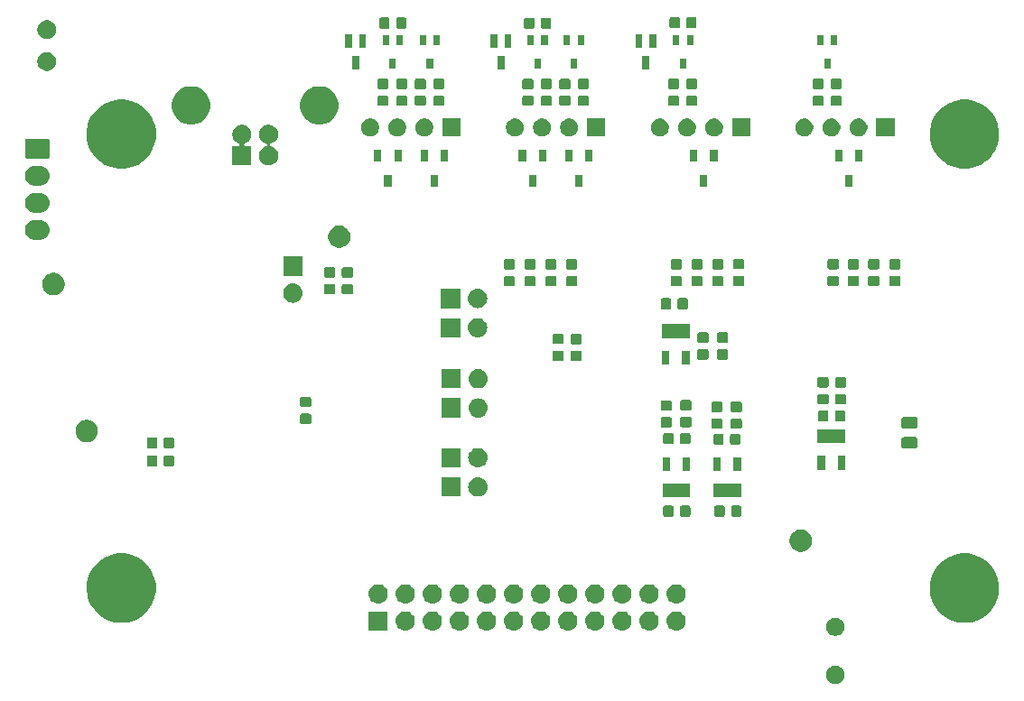
<source format=gbr>
G04 #@! TF.GenerationSoftware,KiCad,Pcbnew,5.1.4-e60b266~84~ubuntu18.04.1*
G04 #@! TF.CreationDate,2019-11-16T12:15:05+03:00*
G04 #@! TF.ProjectId,EV2400-EVM-Interface-Board,45563234-3030-42d4-9556-4d2d496e7465,v1.0*
G04 #@! TF.SameCoordinates,Original*
G04 #@! TF.FileFunction,Soldermask,Bot*
G04 #@! TF.FilePolarity,Negative*
%FSLAX46Y46*%
G04 Gerber Fmt 4.6, Leading zero omitted, Abs format (unit mm)*
G04 Created by KiCad (PCBNEW 5.1.4-e60b266~84~ubuntu18.04.1) date 2019-11-16 12:15:05*
%MOMM*%
%LPD*%
G04 APERTURE LIST*
%ADD10C,0.100000*%
G04 APERTURE END LIST*
D10*
G36*
X178708228Y-123031703D02*
G01*
X178863100Y-123095853D01*
X179002481Y-123188985D01*
X179121015Y-123307519D01*
X179214147Y-123446900D01*
X179278297Y-123601772D01*
X179311000Y-123766184D01*
X179311000Y-123933816D01*
X179278297Y-124098228D01*
X179214147Y-124253100D01*
X179121015Y-124392481D01*
X179002481Y-124511015D01*
X178863100Y-124604147D01*
X178708228Y-124668297D01*
X178543816Y-124701000D01*
X178376184Y-124701000D01*
X178211772Y-124668297D01*
X178056900Y-124604147D01*
X177917519Y-124511015D01*
X177798985Y-124392481D01*
X177705853Y-124253100D01*
X177641703Y-124098228D01*
X177609000Y-123933816D01*
X177609000Y-123766184D01*
X177641703Y-123601772D01*
X177705853Y-123446900D01*
X177798985Y-123307519D01*
X177917519Y-123188985D01*
X178056900Y-123095853D01*
X178211772Y-123031703D01*
X178376184Y-122999000D01*
X178543816Y-122999000D01*
X178708228Y-123031703D01*
X178708228Y-123031703D01*
G37*
G36*
X178708228Y-118531703D02*
G01*
X178863100Y-118595853D01*
X179002481Y-118688985D01*
X179121015Y-118807519D01*
X179214147Y-118946900D01*
X179278297Y-119101772D01*
X179311000Y-119266184D01*
X179311000Y-119433816D01*
X179278297Y-119598228D01*
X179214147Y-119753100D01*
X179121015Y-119892481D01*
X179002481Y-120011015D01*
X178863100Y-120104147D01*
X178708228Y-120168297D01*
X178543816Y-120201000D01*
X178376184Y-120201000D01*
X178211772Y-120168297D01*
X178056900Y-120104147D01*
X177917519Y-120011015D01*
X177798985Y-119892481D01*
X177705853Y-119753100D01*
X177641703Y-119598228D01*
X177609000Y-119433816D01*
X177609000Y-119266184D01*
X177641703Y-119101772D01*
X177705853Y-118946900D01*
X177798985Y-118807519D01*
X177917519Y-118688985D01*
X178056900Y-118595853D01*
X178211772Y-118531703D01*
X178376184Y-118499000D01*
X178543816Y-118499000D01*
X178708228Y-118531703D01*
X178708228Y-118531703D01*
G37*
G36*
X136501000Y-119701000D02*
G01*
X134699000Y-119701000D01*
X134699000Y-117899000D01*
X136501000Y-117899000D01*
X136501000Y-119701000D01*
X136501000Y-119701000D01*
G37*
G36*
X156030442Y-117905518D02*
G01*
X156096627Y-117912037D01*
X156266466Y-117963557D01*
X156422991Y-118047222D01*
X156458729Y-118076552D01*
X156560186Y-118159814D01*
X156632538Y-118247977D01*
X156672778Y-118297009D01*
X156756443Y-118453534D01*
X156807963Y-118623373D01*
X156825359Y-118800000D01*
X156807963Y-118976627D01*
X156756443Y-119146466D01*
X156672778Y-119302991D01*
X156643448Y-119338729D01*
X156560186Y-119440186D01*
X156458729Y-119523448D01*
X156422991Y-119552778D01*
X156266466Y-119636443D01*
X156096627Y-119687963D01*
X156030442Y-119694482D01*
X155964260Y-119701000D01*
X155875740Y-119701000D01*
X155809558Y-119694482D01*
X155743373Y-119687963D01*
X155573534Y-119636443D01*
X155417009Y-119552778D01*
X155381271Y-119523448D01*
X155279814Y-119440186D01*
X155196552Y-119338729D01*
X155167222Y-119302991D01*
X155083557Y-119146466D01*
X155032037Y-118976627D01*
X155014641Y-118800000D01*
X155032037Y-118623373D01*
X155083557Y-118453534D01*
X155167222Y-118297009D01*
X155207462Y-118247977D01*
X155279814Y-118159814D01*
X155381271Y-118076552D01*
X155417009Y-118047222D01*
X155573534Y-117963557D01*
X155743373Y-117912037D01*
X155809558Y-117905518D01*
X155875740Y-117899000D01*
X155964260Y-117899000D01*
X156030442Y-117905518D01*
X156030442Y-117905518D01*
G37*
G36*
X158570442Y-117905518D02*
G01*
X158636627Y-117912037D01*
X158806466Y-117963557D01*
X158962991Y-118047222D01*
X158998729Y-118076552D01*
X159100186Y-118159814D01*
X159172538Y-118247977D01*
X159212778Y-118297009D01*
X159296443Y-118453534D01*
X159347963Y-118623373D01*
X159365359Y-118800000D01*
X159347963Y-118976627D01*
X159296443Y-119146466D01*
X159212778Y-119302991D01*
X159183448Y-119338729D01*
X159100186Y-119440186D01*
X158998729Y-119523448D01*
X158962991Y-119552778D01*
X158806466Y-119636443D01*
X158636627Y-119687963D01*
X158570442Y-119694482D01*
X158504260Y-119701000D01*
X158415740Y-119701000D01*
X158349558Y-119694482D01*
X158283373Y-119687963D01*
X158113534Y-119636443D01*
X157957009Y-119552778D01*
X157921271Y-119523448D01*
X157819814Y-119440186D01*
X157736552Y-119338729D01*
X157707222Y-119302991D01*
X157623557Y-119146466D01*
X157572037Y-118976627D01*
X157554641Y-118800000D01*
X157572037Y-118623373D01*
X157623557Y-118453534D01*
X157707222Y-118297009D01*
X157747462Y-118247977D01*
X157819814Y-118159814D01*
X157921271Y-118076552D01*
X157957009Y-118047222D01*
X158113534Y-117963557D01*
X158283373Y-117912037D01*
X158349558Y-117905518D01*
X158415740Y-117899000D01*
X158504260Y-117899000D01*
X158570442Y-117905518D01*
X158570442Y-117905518D01*
G37*
G36*
X153490442Y-117905518D02*
G01*
X153556627Y-117912037D01*
X153726466Y-117963557D01*
X153882991Y-118047222D01*
X153918729Y-118076552D01*
X154020186Y-118159814D01*
X154092538Y-118247977D01*
X154132778Y-118297009D01*
X154216443Y-118453534D01*
X154267963Y-118623373D01*
X154285359Y-118800000D01*
X154267963Y-118976627D01*
X154216443Y-119146466D01*
X154132778Y-119302991D01*
X154103448Y-119338729D01*
X154020186Y-119440186D01*
X153918729Y-119523448D01*
X153882991Y-119552778D01*
X153726466Y-119636443D01*
X153556627Y-119687963D01*
X153490442Y-119694482D01*
X153424260Y-119701000D01*
X153335740Y-119701000D01*
X153269558Y-119694482D01*
X153203373Y-119687963D01*
X153033534Y-119636443D01*
X152877009Y-119552778D01*
X152841271Y-119523448D01*
X152739814Y-119440186D01*
X152656552Y-119338729D01*
X152627222Y-119302991D01*
X152543557Y-119146466D01*
X152492037Y-118976627D01*
X152474641Y-118800000D01*
X152492037Y-118623373D01*
X152543557Y-118453534D01*
X152627222Y-118297009D01*
X152667462Y-118247977D01*
X152739814Y-118159814D01*
X152841271Y-118076552D01*
X152877009Y-118047222D01*
X153033534Y-117963557D01*
X153203373Y-117912037D01*
X153269558Y-117905518D01*
X153335740Y-117899000D01*
X153424260Y-117899000D01*
X153490442Y-117905518D01*
X153490442Y-117905518D01*
G37*
G36*
X161110442Y-117905518D02*
G01*
X161176627Y-117912037D01*
X161346466Y-117963557D01*
X161502991Y-118047222D01*
X161538729Y-118076552D01*
X161640186Y-118159814D01*
X161712538Y-118247977D01*
X161752778Y-118297009D01*
X161836443Y-118453534D01*
X161887963Y-118623373D01*
X161905359Y-118800000D01*
X161887963Y-118976627D01*
X161836443Y-119146466D01*
X161752778Y-119302991D01*
X161723448Y-119338729D01*
X161640186Y-119440186D01*
X161538729Y-119523448D01*
X161502991Y-119552778D01*
X161346466Y-119636443D01*
X161176627Y-119687963D01*
X161110442Y-119694482D01*
X161044260Y-119701000D01*
X160955740Y-119701000D01*
X160889558Y-119694482D01*
X160823373Y-119687963D01*
X160653534Y-119636443D01*
X160497009Y-119552778D01*
X160461271Y-119523448D01*
X160359814Y-119440186D01*
X160276552Y-119338729D01*
X160247222Y-119302991D01*
X160163557Y-119146466D01*
X160112037Y-118976627D01*
X160094641Y-118800000D01*
X160112037Y-118623373D01*
X160163557Y-118453534D01*
X160247222Y-118297009D01*
X160287462Y-118247977D01*
X160359814Y-118159814D01*
X160461271Y-118076552D01*
X160497009Y-118047222D01*
X160653534Y-117963557D01*
X160823373Y-117912037D01*
X160889558Y-117905518D01*
X160955740Y-117899000D01*
X161044260Y-117899000D01*
X161110442Y-117905518D01*
X161110442Y-117905518D01*
G37*
G36*
X163650442Y-117905518D02*
G01*
X163716627Y-117912037D01*
X163886466Y-117963557D01*
X164042991Y-118047222D01*
X164078729Y-118076552D01*
X164180186Y-118159814D01*
X164252538Y-118247977D01*
X164292778Y-118297009D01*
X164376443Y-118453534D01*
X164427963Y-118623373D01*
X164445359Y-118800000D01*
X164427963Y-118976627D01*
X164376443Y-119146466D01*
X164292778Y-119302991D01*
X164263448Y-119338729D01*
X164180186Y-119440186D01*
X164078729Y-119523448D01*
X164042991Y-119552778D01*
X163886466Y-119636443D01*
X163716627Y-119687963D01*
X163650442Y-119694482D01*
X163584260Y-119701000D01*
X163495740Y-119701000D01*
X163429558Y-119694482D01*
X163363373Y-119687963D01*
X163193534Y-119636443D01*
X163037009Y-119552778D01*
X163001271Y-119523448D01*
X162899814Y-119440186D01*
X162816552Y-119338729D01*
X162787222Y-119302991D01*
X162703557Y-119146466D01*
X162652037Y-118976627D01*
X162634641Y-118800000D01*
X162652037Y-118623373D01*
X162703557Y-118453534D01*
X162787222Y-118297009D01*
X162827462Y-118247977D01*
X162899814Y-118159814D01*
X163001271Y-118076552D01*
X163037009Y-118047222D01*
X163193534Y-117963557D01*
X163363373Y-117912037D01*
X163429558Y-117905518D01*
X163495740Y-117899000D01*
X163584260Y-117899000D01*
X163650442Y-117905518D01*
X163650442Y-117905518D01*
G37*
G36*
X150950442Y-117905518D02*
G01*
X151016627Y-117912037D01*
X151186466Y-117963557D01*
X151342991Y-118047222D01*
X151378729Y-118076552D01*
X151480186Y-118159814D01*
X151552538Y-118247977D01*
X151592778Y-118297009D01*
X151676443Y-118453534D01*
X151727963Y-118623373D01*
X151745359Y-118800000D01*
X151727963Y-118976627D01*
X151676443Y-119146466D01*
X151592778Y-119302991D01*
X151563448Y-119338729D01*
X151480186Y-119440186D01*
X151378729Y-119523448D01*
X151342991Y-119552778D01*
X151186466Y-119636443D01*
X151016627Y-119687963D01*
X150950442Y-119694482D01*
X150884260Y-119701000D01*
X150795740Y-119701000D01*
X150729558Y-119694482D01*
X150663373Y-119687963D01*
X150493534Y-119636443D01*
X150337009Y-119552778D01*
X150301271Y-119523448D01*
X150199814Y-119440186D01*
X150116552Y-119338729D01*
X150087222Y-119302991D01*
X150003557Y-119146466D01*
X149952037Y-118976627D01*
X149934641Y-118800000D01*
X149952037Y-118623373D01*
X150003557Y-118453534D01*
X150087222Y-118297009D01*
X150127462Y-118247977D01*
X150199814Y-118159814D01*
X150301271Y-118076552D01*
X150337009Y-118047222D01*
X150493534Y-117963557D01*
X150663373Y-117912037D01*
X150729558Y-117905518D01*
X150795740Y-117899000D01*
X150884260Y-117899000D01*
X150950442Y-117905518D01*
X150950442Y-117905518D01*
G37*
G36*
X145870442Y-117905518D02*
G01*
X145936627Y-117912037D01*
X146106466Y-117963557D01*
X146262991Y-118047222D01*
X146298729Y-118076552D01*
X146400186Y-118159814D01*
X146472538Y-118247977D01*
X146512778Y-118297009D01*
X146596443Y-118453534D01*
X146647963Y-118623373D01*
X146665359Y-118800000D01*
X146647963Y-118976627D01*
X146596443Y-119146466D01*
X146512778Y-119302991D01*
X146483448Y-119338729D01*
X146400186Y-119440186D01*
X146298729Y-119523448D01*
X146262991Y-119552778D01*
X146106466Y-119636443D01*
X145936627Y-119687963D01*
X145870442Y-119694482D01*
X145804260Y-119701000D01*
X145715740Y-119701000D01*
X145649558Y-119694482D01*
X145583373Y-119687963D01*
X145413534Y-119636443D01*
X145257009Y-119552778D01*
X145221271Y-119523448D01*
X145119814Y-119440186D01*
X145036552Y-119338729D01*
X145007222Y-119302991D01*
X144923557Y-119146466D01*
X144872037Y-118976627D01*
X144854641Y-118800000D01*
X144872037Y-118623373D01*
X144923557Y-118453534D01*
X145007222Y-118297009D01*
X145047462Y-118247977D01*
X145119814Y-118159814D01*
X145221271Y-118076552D01*
X145257009Y-118047222D01*
X145413534Y-117963557D01*
X145583373Y-117912037D01*
X145649558Y-117905518D01*
X145715740Y-117899000D01*
X145804260Y-117899000D01*
X145870442Y-117905518D01*
X145870442Y-117905518D01*
G37*
G36*
X148410442Y-117905518D02*
G01*
X148476627Y-117912037D01*
X148646466Y-117963557D01*
X148802991Y-118047222D01*
X148838729Y-118076552D01*
X148940186Y-118159814D01*
X149012538Y-118247977D01*
X149052778Y-118297009D01*
X149136443Y-118453534D01*
X149187963Y-118623373D01*
X149205359Y-118800000D01*
X149187963Y-118976627D01*
X149136443Y-119146466D01*
X149052778Y-119302991D01*
X149023448Y-119338729D01*
X148940186Y-119440186D01*
X148838729Y-119523448D01*
X148802991Y-119552778D01*
X148646466Y-119636443D01*
X148476627Y-119687963D01*
X148410442Y-119694482D01*
X148344260Y-119701000D01*
X148255740Y-119701000D01*
X148189558Y-119694482D01*
X148123373Y-119687963D01*
X147953534Y-119636443D01*
X147797009Y-119552778D01*
X147761271Y-119523448D01*
X147659814Y-119440186D01*
X147576552Y-119338729D01*
X147547222Y-119302991D01*
X147463557Y-119146466D01*
X147412037Y-118976627D01*
X147394641Y-118800000D01*
X147412037Y-118623373D01*
X147463557Y-118453534D01*
X147547222Y-118297009D01*
X147587462Y-118247977D01*
X147659814Y-118159814D01*
X147761271Y-118076552D01*
X147797009Y-118047222D01*
X147953534Y-117963557D01*
X148123373Y-117912037D01*
X148189558Y-117905518D01*
X148255740Y-117899000D01*
X148344260Y-117899000D01*
X148410442Y-117905518D01*
X148410442Y-117905518D01*
G37*
G36*
X138250442Y-117905518D02*
G01*
X138316627Y-117912037D01*
X138486466Y-117963557D01*
X138642991Y-118047222D01*
X138678729Y-118076552D01*
X138780186Y-118159814D01*
X138852538Y-118247977D01*
X138892778Y-118297009D01*
X138976443Y-118453534D01*
X139027963Y-118623373D01*
X139045359Y-118800000D01*
X139027963Y-118976627D01*
X138976443Y-119146466D01*
X138892778Y-119302991D01*
X138863448Y-119338729D01*
X138780186Y-119440186D01*
X138678729Y-119523448D01*
X138642991Y-119552778D01*
X138486466Y-119636443D01*
X138316627Y-119687963D01*
X138250442Y-119694482D01*
X138184260Y-119701000D01*
X138095740Y-119701000D01*
X138029558Y-119694482D01*
X137963373Y-119687963D01*
X137793534Y-119636443D01*
X137637009Y-119552778D01*
X137601271Y-119523448D01*
X137499814Y-119440186D01*
X137416552Y-119338729D01*
X137387222Y-119302991D01*
X137303557Y-119146466D01*
X137252037Y-118976627D01*
X137234641Y-118800000D01*
X137252037Y-118623373D01*
X137303557Y-118453534D01*
X137387222Y-118297009D01*
X137427462Y-118247977D01*
X137499814Y-118159814D01*
X137601271Y-118076552D01*
X137637009Y-118047222D01*
X137793534Y-117963557D01*
X137963373Y-117912037D01*
X138029558Y-117905518D01*
X138095740Y-117899000D01*
X138184260Y-117899000D01*
X138250442Y-117905518D01*
X138250442Y-117905518D01*
G37*
G36*
X143330442Y-117905518D02*
G01*
X143396627Y-117912037D01*
X143566466Y-117963557D01*
X143722991Y-118047222D01*
X143758729Y-118076552D01*
X143860186Y-118159814D01*
X143932538Y-118247977D01*
X143972778Y-118297009D01*
X144056443Y-118453534D01*
X144107963Y-118623373D01*
X144125359Y-118800000D01*
X144107963Y-118976627D01*
X144056443Y-119146466D01*
X143972778Y-119302991D01*
X143943448Y-119338729D01*
X143860186Y-119440186D01*
X143758729Y-119523448D01*
X143722991Y-119552778D01*
X143566466Y-119636443D01*
X143396627Y-119687963D01*
X143330442Y-119694482D01*
X143264260Y-119701000D01*
X143175740Y-119701000D01*
X143109558Y-119694482D01*
X143043373Y-119687963D01*
X142873534Y-119636443D01*
X142717009Y-119552778D01*
X142681271Y-119523448D01*
X142579814Y-119440186D01*
X142496552Y-119338729D01*
X142467222Y-119302991D01*
X142383557Y-119146466D01*
X142332037Y-118976627D01*
X142314641Y-118800000D01*
X142332037Y-118623373D01*
X142383557Y-118453534D01*
X142467222Y-118297009D01*
X142507462Y-118247977D01*
X142579814Y-118159814D01*
X142681271Y-118076552D01*
X142717009Y-118047222D01*
X142873534Y-117963557D01*
X143043373Y-117912037D01*
X143109558Y-117905518D01*
X143175740Y-117899000D01*
X143264260Y-117899000D01*
X143330442Y-117905518D01*
X143330442Y-117905518D01*
G37*
G36*
X140790442Y-117905518D02*
G01*
X140856627Y-117912037D01*
X141026466Y-117963557D01*
X141182991Y-118047222D01*
X141218729Y-118076552D01*
X141320186Y-118159814D01*
X141392538Y-118247977D01*
X141432778Y-118297009D01*
X141516443Y-118453534D01*
X141567963Y-118623373D01*
X141585359Y-118800000D01*
X141567963Y-118976627D01*
X141516443Y-119146466D01*
X141432778Y-119302991D01*
X141403448Y-119338729D01*
X141320186Y-119440186D01*
X141218729Y-119523448D01*
X141182991Y-119552778D01*
X141026466Y-119636443D01*
X140856627Y-119687963D01*
X140790442Y-119694482D01*
X140724260Y-119701000D01*
X140635740Y-119701000D01*
X140569558Y-119694482D01*
X140503373Y-119687963D01*
X140333534Y-119636443D01*
X140177009Y-119552778D01*
X140141271Y-119523448D01*
X140039814Y-119440186D01*
X139956552Y-119338729D01*
X139927222Y-119302991D01*
X139843557Y-119146466D01*
X139792037Y-118976627D01*
X139774641Y-118800000D01*
X139792037Y-118623373D01*
X139843557Y-118453534D01*
X139927222Y-118297009D01*
X139967462Y-118247977D01*
X140039814Y-118159814D01*
X140141271Y-118076552D01*
X140177009Y-118047222D01*
X140333534Y-117963557D01*
X140503373Y-117912037D01*
X140569558Y-117905518D01*
X140635740Y-117899000D01*
X140724260Y-117899000D01*
X140790442Y-117905518D01*
X140790442Y-117905518D01*
G37*
G36*
X191213919Y-112534227D02*
G01*
X191527962Y-112596694D01*
X192119606Y-112841761D01*
X192652072Y-113197544D01*
X193104896Y-113650368D01*
X193460679Y-114182834D01*
X193705746Y-114774478D01*
X193705746Y-114774479D01*
X193830680Y-115402563D01*
X193830680Y-116042957D01*
X193787507Y-116260000D01*
X193705746Y-116671042D01*
X193460679Y-117262686D01*
X193104896Y-117795152D01*
X192652072Y-118247976D01*
X192119606Y-118603759D01*
X191527962Y-118848826D01*
X191213919Y-118911293D01*
X190899877Y-118973760D01*
X190259483Y-118973760D01*
X189945441Y-118911293D01*
X189631398Y-118848826D01*
X189039754Y-118603759D01*
X188507288Y-118247976D01*
X188054464Y-117795152D01*
X187698681Y-117262686D01*
X187453614Y-116671042D01*
X187371853Y-116260000D01*
X187328680Y-116042957D01*
X187328680Y-115402563D01*
X187453614Y-114774479D01*
X187453614Y-114774478D01*
X187698681Y-114182834D01*
X188054464Y-113650368D01*
X188507288Y-113197544D01*
X189039754Y-112841761D01*
X189631398Y-112596694D01*
X189945441Y-112534227D01*
X190259483Y-112471760D01*
X190899877Y-112471760D01*
X191213919Y-112534227D01*
X191213919Y-112534227D01*
G37*
G36*
X112162562Y-112534227D02*
G01*
X112476605Y-112596694D01*
X113068249Y-112841761D01*
X113600715Y-113197544D01*
X114053539Y-113650368D01*
X114409322Y-114182834D01*
X114654389Y-114774478D01*
X114654389Y-114774479D01*
X114779323Y-115402563D01*
X114779323Y-116042957D01*
X114736150Y-116260000D01*
X114654389Y-116671042D01*
X114409322Y-117262686D01*
X114053539Y-117795152D01*
X113600715Y-118247976D01*
X113068249Y-118603759D01*
X112476605Y-118848826D01*
X112162562Y-118911293D01*
X111848520Y-118973760D01*
X111208126Y-118973760D01*
X110894084Y-118911293D01*
X110580041Y-118848826D01*
X109988397Y-118603759D01*
X109455931Y-118247976D01*
X109003107Y-117795152D01*
X108647324Y-117262686D01*
X108402257Y-116671042D01*
X108320496Y-116260000D01*
X108277323Y-116042957D01*
X108277323Y-115402563D01*
X108402257Y-114774479D01*
X108402257Y-114774478D01*
X108647324Y-114182834D01*
X109003107Y-113650368D01*
X109455931Y-113197544D01*
X109988397Y-112841761D01*
X110580041Y-112596694D01*
X110894084Y-112534227D01*
X111208126Y-112471760D01*
X111848520Y-112471760D01*
X112162562Y-112534227D01*
X112162562Y-112534227D01*
G37*
G36*
X150950443Y-115365519D02*
G01*
X151016627Y-115372037D01*
X151186466Y-115423557D01*
X151342991Y-115507222D01*
X151378729Y-115536552D01*
X151480186Y-115619814D01*
X151528216Y-115678340D01*
X151592778Y-115757009D01*
X151676443Y-115913534D01*
X151727963Y-116083373D01*
X151745359Y-116260000D01*
X151727963Y-116436627D01*
X151676443Y-116606466D01*
X151592778Y-116762991D01*
X151563448Y-116798729D01*
X151480186Y-116900186D01*
X151378729Y-116983448D01*
X151342991Y-117012778D01*
X151186466Y-117096443D01*
X151016627Y-117147963D01*
X150950443Y-117154481D01*
X150884260Y-117161000D01*
X150795740Y-117161000D01*
X150729557Y-117154481D01*
X150663373Y-117147963D01*
X150493534Y-117096443D01*
X150337009Y-117012778D01*
X150301271Y-116983448D01*
X150199814Y-116900186D01*
X150116552Y-116798729D01*
X150087222Y-116762991D01*
X150003557Y-116606466D01*
X149952037Y-116436627D01*
X149934641Y-116260000D01*
X149952037Y-116083373D01*
X150003557Y-115913534D01*
X150087222Y-115757009D01*
X150151784Y-115678340D01*
X150199814Y-115619814D01*
X150301271Y-115536552D01*
X150337009Y-115507222D01*
X150493534Y-115423557D01*
X150663373Y-115372037D01*
X150729557Y-115365519D01*
X150795740Y-115359000D01*
X150884260Y-115359000D01*
X150950443Y-115365519D01*
X150950443Y-115365519D01*
G37*
G36*
X153490443Y-115365519D02*
G01*
X153556627Y-115372037D01*
X153726466Y-115423557D01*
X153882991Y-115507222D01*
X153918729Y-115536552D01*
X154020186Y-115619814D01*
X154068216Y-115678340D01*
X154132778Y-115757009D01*
X154216443Y-115913534D01*
X154267963Y-116083373D01*
X154285359Y-116260000D01*
X154267963Y-116436627D01*
X154216443Y-116606466D01*
X154132778Y-116762991D01*
X154103448Y-116798729D01*
X154020186Y-116900186D01*
X153918729Y-116983448D01*
X153882991Y-117012778D01*
X153726466Y-117096443D01*
X153556627Y-117147963D01*
X153490443Y-117154481D01*
X153424260Y-117161000D01*
X153335740Y-117161000D01*
X153269557Y-117154481D01*
X153203373Y-117147963D01*
X153033534Y-117096443D01*
X152877009Y-117012778D01*
X152841271Y-116983448D01*
X152739814Y-116900186D01*
X152656552Y-116798729D01*
X152627222Y-116762991D01*
X152543557Y-116606466D01*
X152492037Y-116436627D01*
X152474641Y-116260000D01*
X152492037Y-116083373D01*
X152543557Y-115913534D01*
X152627222Y-115757009D01*
X152691784Y-115678340D01*
X152739814Y-115619814D01*
X152841271Y-115536552D01*
X152877009Y-115507222D01*
X153033534Y-115423557D01*
X153203373Y-115372037D01*
X153269557Y-115365519D01*
X153335740Y-115359000D01*
X153424260Y-115359000D01*
X153490443Y-115365519D01*
X153490443Y-115365519D01*
G37*
G36*
X156030443Y-115365519D02*
G01*
X156096627Y-115372037D01*
X156266466Y-115423557D01*
X156422991Y-115507222D01*
X156458729Y-115536552D01*
X156560186Y-115619814D01*
X156608216Y-115678340D01*
X156672778Y-115757009D01*
X156756443Y-115913534D01*
X156807963Y-116083373D01*
X156825359Y-116260000D01*
X156807963Y-116436627D01*
X156756443Y-116606466D01*
X156672778Y-116762991D01*
X156643448Y-116798729D01*
X156560186Y-116900186D01*
X156458729Y-116983448D01*
X156422991Y-117012778D01*
X156266466Y-117096443D01*
X156096627Y-117147963D01*
X156030443Y-117154481D01*
X155964260Y-117161000D01*
X155875740Y-117161000D01*
X155809557Y-117154481D01*
X155743373Y-117147963D01*
X155573534Y-117096443D01*
X155417009Y-117012778D01*
X155381271Y-116983448D01*
X155279814Y-116900186D01*
X155196552Y-116798729D01*
X155167222Y-116762991D01*
X155083557Y-116606466D01*
X155032037Y-116436627D01*
X155014641Y-116260000D01*
X155032037Y-116083373D01*
X155083557Y-115913534D01*
X155167222Y-115757009D01*
X155231784Y-115678340D01*
X155279814Y-115619814D01*
X155381271Y-115536552D01*
X155417009Y-115507222D01*
X155573534Y-115423557D01*
X155743373Y-115372037D01*
X155809557Y-115365519D01*
X155875740Y-115359000D01*
X155964260Y-115359000D01*
X156030443Y-115365519D01*
X156030443Y-115365519D01*
G37*
G36*
X158570443Y-115365519D02*
G01*
X158636627Y-115372037D01*
X158806466Y-115423557D01*
X158962991Y-115507222D01*
X158998729Y-115536552D01*
X159100186Y-115619814D01*
X159148216Y-115678340D01*
X159212778Y-115757009D01*
X159296443Y-115913534D01*
X159347963Y-116083373D01*
X159365359Y-116260000D01*
X159347963Y-116436627D01*
X159296443Y-116606466D01*
X159212778Y-116762991D01*
X159183448Y-116798729D01*
X159100186Y-116900186D01*
X158998729Y-116983448D01*
X158962991Y-117012778D01*
X158806466Y-117096443D01*
X158636627Y-117147963D01*
X158570443Y-117154481D01*
X158504260Y-117161000D01*
X158415740Y-117161000D01*
X158349557Y-117154481D01*
X158283373Y-117147963D01*
X158113534Y-117096443D01*
X157957009Y-117012778D01*
X157921271Y-116983448D01*
X157819814Y-116900186D01*
X157736552Y-116798729D01*
X157707222Y-116762991D01*
X157623557Y-116606466D01*
X157572037Y-116436627D01*
X157554641Y-116260000D01*
X157572037Y-116083373D01*
X157623557Y-115913534D01*
X157707222Y-115757009D01*
X157771784Y-115678340D01*
X157819814Y-115619814D01*
X157921271Y-115536552D01*
X157957009Y-115507222D01*
X158113534Y-115423557D01*
X158283373Y-115372037D01*
X158349557Y-115365519D01*
X158415740Y-115359000D01*
X158504260Y-115359000D01*
X158570443Y-115365519D01*
X158570443Y-115365519D01*
G37*
G36*
X161110443Y-115365519D02*
G01*
X161176627Y-115372037D01*
X161346466Y-115423557D01*
X161502991Y-115507222D01*
X161538729Y-115536552D01*
X161640186Y-115619814D01*
X161688216Y-115678340D01*
X161752778Y-115757009D01*
X161836443Y-115913534D01*
X161887963Y-116083373D01*
X161905359Y-116260000D01*
X161887963Y-116436627D01*
X161836443Y-116606466D01*
X161752778Y-116762991D01*
X161723448Y-116798729D01*
X161640186Y-116900186D01*
X161538729Y-116983448D01*
X161502991Y-117012778D01*
X161346466Y-117096443D01*
X161176627Y-117147963D01*
X161110443Y-117154481D01*
X161044260Y-117161000D01*
X160955740Y-117161000D01*
X160889557Y-117154481D01*
X160823373Y-117147963D01*
X160653534Y-117096443D01*
X160497009Y-117012778D01*
X160461271Y-116983448D01*
X160359814Y-116900186D01*
X160276552Y-116798729D01*
X160247222Y-116762991D01*
X160163557Y-116606466D01*
X160112037Y-116436627D01*
X160094641Y-116260000D01*
X160112037Y-116083373D01*
X160163557Y-115913534D01*
X160247222Y-115757009D01*
X160311784Y-115678340D01*
X160359814Y-115619814D01*
X160461271Y-115536552D01*
X160497009Y-115507222D01*
X160653534Y-115423557D01*
X160823373Y-115372037D01*
X160889557Y-115365519D01*
X160955740Y-115359000D01*
X161044260Y-115359000D01*
X161110443Y-115365519D01*
X161110443Y-115365519D01*
G37*
G36*
X148410443Y-115365519D02*
G01*
X148476627Y-115372037D01*
X148646466Y-115423557D01*
X148802991Y-115507222D01*
X148838729Y-115536552D01*
X148940186Y-115619814D01*
X148988216Y-115678340D01*
X149052778Y-115757009D01*
X149136443Y-115913534D01*
X149187963Y-116083373D01*
X149205359Y-116260000D01*
X149187963Y-116436627D01*
X149136443Y-116606466D01*
X149052778Y-116762991D01*
X149023448Y-116798729D01*
X148940186Y-116900186D01*
X148838729Y-116983448D01*
X148802991Y-117012778D01*
X148646466Y-117096443D01*
X148476627Y-117147963D01*
X148410443Y-117154481D01*
X148344260Y-117161000D01*
X148255740Y-117161000D01*
X148189557Y-117154481D01*
X148123373Y-117147963D01*
X147953534Y-117096443D01*
X147797009Y-117012778D01*
X147761271Y-116983448D01*
X147659814Y-116900186D01*
X147576552Y-116798729D01*
X147547222Y-116762991D01*
X147463557Y-116606466D01*
X147412037Y-116436627D01*
X147394641Y-116260000D01*
X147412037Y-116083373D01*
X147463557Y-115913534D01*
X147547222Y-115757009D01*
X147611784Y-115678340D01*
X147659814Y-115619814D01*
X147761271Y-115536552D01*
X147797009Y-115507222D01*
X147953534Y-115423557D01*
X148123373Y-115372037D01*
X148189557Y-115365519D01*
X148255740Y-115359000D01*
X148344260Y-115359000D01*
X148410443Y-115365519D01*
X148410443Y-115365519D01*
G37*
G36*
X145870443Y-115365519D02*
G01*
X145936627Y-115372037D01*
X146106466Y-115423557D01*
X146262991Y-115507222D01*
X146298729Y-115536552D01*
X146400186Y-115619814D01*
X146448216Y-115678340D01*
X146512778Y-115757009D01*
X146596443Y-115913534D01*
X146647963Y-116083373D01*
X146665359Y-116260000D01*
X146647963Y-116436627D01*
X146596443Y-116606466D01*
X146512778Y-116762991D01*
X146483448Y-116798729D01*
X146400186Y-116900186D01*
X146298729Y-116983448D01*
X146262991Y-117012778D01*
X146106466Y-117096443D01*
X145936627Y-117147963D01*
X145870443Y-117154481D01*
X145804260Y-117161000D01*
X145715740Y-117161000D01*
X145649557Y-117154481D01*
X145583373Y-117147963D01*
X145413534Y-117096443D01*
X145257009Y-117012778D01*
X145221271Y-116983448D01*
X145119814Y-116900186D01*
X145036552Y-116798729D01*
X145007222Y-116762991D01*
X144923557Y-116606466D01*
X144872037Y-116436627D01*
X144854641Y-116260000D01*
X144872037Y-116083373D01*
X144923557Y-115913534D01*
X145007222Y-115757009D01*
X145071784Y-115678340D01*
X145119814Y-115619814D01*
X145221271Y-115536552D01*
X145257009Y-115507222D01*
X145413534Y-115423557D01*
X145583373Y-115372037D01*
X145649557Y-115365519D01*
X145715740Y-115359000D01*
X145804260Y-115359000D01*
X145870443Y-115365519D01*
X145870443Y-115365519D01*
G37*
G36*
X143330443Y-115365519D02*
G01*
X143396627Y-115372037D01*
X143566466Y-115423557D01*
X143722991Y-115507222D01*
X143758729Y-115536552D01*
X143860186Y-115619814D01*
X143908216Y-115678340D01*
X143972778Y-115757009D01*
X144056443Y-115913534D01*
X144107963Y-116083373D01*
X144125359Y-116260000D01*
X144107963Y-116436627D01*
X144056443Y-116606466D01*
X143972778Y-116762991D01*
X143943448Y-116798729D01*
X143860186Y-116900186D01*
X143758729Y-116983448D01*
X143722991Y-117012778D01*
X143566466Y-117096443D01*
X143396627Y-117147963D01*
X143330443Y-117154481D01*
X143264260Y-117161000D01*
X143175740Y-117161000D01*
X143109557Y-117154481D01*
X143043373Y-117147963D01*
X142873534Y-117096443D01*
X142717009Y-117012778D01*
X142681271Y-116983448D01*
X142579814Y-116900186D01*
X142496552Y-116798729D01*
X142467222Y-116762991D01*
X142383557Y-116606466D01*
X142332037Y-116436627D01*
X142314641Y-116260000D01*
X142332037Y-116083373D01*
X142383557Y-115913534D01*
X142467222Y-115757009D01*
X142531784Y-115678340D01*
X142579814Y-115619814D01*
X142681271Y-115536552D01*
X142717009Y-115507222D01*
X142873534Y-115423557D01*
X143043373Y-115372037D01*
X143109557Y-115365519D01*
X143175740Y-115359000D01*
X143264260Y-115359000D01*
X143330443Y-115365519D01*
X143330443Y-115365519D01*
G37*
G36*
X140790443Y-115365519D02*
G01*
X140856627Y-115372037D01*
X141026466Y-115423557D01*
X141182991Y-115507222D01*
X141218729Y-115536552D01*
X141320186Y-115619814D01*
X141368216Y-115678340D01*
X141432778Y-115757009D01*
X141516443Y-115913534D01*
X141567963Y-116083373D01*
X141585359Y-116260000D01*
X141567963Y-116436627D01*
X141516443Y-116606466D01*
X141432778Y-116762991D01*
X141403448Y-116798729D01*
X141320186Y-116900186D01*
X141218729Y-116983448D01*
X141182991Y-117012778D01*
X141026466Y-117096443D01*
X140856627Y-117147963D01*
X140790443Y-117154481D01*
X140724260Y-117161000D01*
X140635740Y-117161000D01*
X140569557Y-117154481D01*
X140503373Y-117147963D01*
X140333534Y-117096443D01*
X140177009Y-117012778D01*
X140141271Y-116983448D01*
X140039814Y-116900186D01*
X139956552Y-116798729D01*
X139927222Y-116762991D01*
X139843557Y-116606466D01*
X139792037Y-116436627D01*
X139774641Y-116260000D01*
X139792037Y-116083373D01*
X139843557Y-115913534D01*
X139927222Y-115757009D01*
X139991784Y-115678340D01*
X140039814Y-115619814D01*
X140141271Y-115536552D01*
X140177009Y-115507222D01*
X140333534Y-115423557D01*
X140503373Y-115372037D01*
X140569557Y-115365519D01*
X140635740Y-115359000D01*
X140724260Y-115359000D01*
X140790443Y-115365519D01*
X140790443Y-115365519D01*
G37*
G36*
X138250443Y-115365519D02*
G01*
X138316627Y-115372037D01*
X138486466Y-115423557D01*
X138642991Y-115507222D01*
X138678729Y-115536552D01*
X138780186Y-115619814D01*
X138828216Y-115678340D01*
X138892778Y-115757009D01*
X138976443Y-115913534D01*
X139027963Y-116083373D01*
X139045359Y-116260000D01*
X139027963Y-116436627D01*
X138976443Y-116606466D01*
X138892778Y-116762991D01*
X138863448Y-116798729D01*
X138780186Y-116900186D01*
X138678729Y-116983448D01*
X138642991Y-117012778D01*
X138486466Y-117096443D01*
X138316627Y-117147963D01*
X138250443Y-117154481D01*
X138184260Y-117161000D01*
X138095740Y-117161000D01*
X138029557Y-117154481D01*
X137963373Y-117147963D01*
X137793534Y-117096443D01*
X137637009Y-117012778D01*
X137601271Y-116983448D01*
X137499814Y-116900186D01*
X137416552Y-116798729D01*
X137387222Y-116762991D01*
X137303557Y-116606466D01*
X137252037Y-116436627D01*
X137234641Y-116260000D01*
X137252037Y-116083373D01*
X137303557Y-115913534D01*
X137387222Y-115757009D01*
X137451784Y-115678340D01*
X137499814Y-115619814D01*
X137601271Y-115536552D01*
X137637009Y-115507222D01*
X137793534Y-115423557D01*
X137963373Y-115372037D01*
X138029557Y-115365519D01*
X138095740Y-115359000D01*
X138184260Y-115359000D01*
X138250443Y-115365519D01*
X138250443Y-115365519D01*
G37*
G36*
X135710443Y-115365519D02*
G01*
X135776627Y-115372037D01*
X135946466Y-115423557D01*
X136102991Y-115507222D01*
X136138729Y-115536552D01*
X136240186Y-115619814D01*
X136288216Y-115678340D01*
X136352778Y-115757009D01*
X136436443Y-115913534D01*
X136487963Y-116083373D01*
X136505359Y-116260000D01*
X136487963Y-116436627D01*
X136436443Y-116606466D01*
X136352778Y-116762991D01*
X136323448Y-116798729D01*
X136240186Y-116900186D01*
X136138729Y-116983448D01*
X136102991Y-117012778D01*
X135946466Y-117096443D01*
X135776627Y-117147963D01*
X135710443Y-117154481D01*
X135644260Y-117161000D01*
X135555740Y-117161000D01*
X135489557Y-117154481D01*
X135423373Y-117147963D01*
X135253534Y-117096443D01*
X135097009Y-117012778D01*
X135061271Y-116983448D01*
X134959814Y-116900186D01*
X134876552Y-116798729D01*
X134847222Y-116762991D01*
X134763557Y-116606466D01*
X134712037Y-116436627D01*
X134694641Y-116260000D01*
X134712037Y-116083373D01*
X134763557Y-115913534D01*
X134847222Y-115757009D01*
X134911784Y-115678340D01*
X134959814Y-115619814D01*
X135061271Y-115536552D01*
X135097009Y-115507222D01*
X135253534Y-115423557D01*
X135423373Y-115372037D01*
X135489557Y-115365519D01*
X135555740Y-115359000D01*
X135644260Y-115359000D01*
X135710443Y-115365519D01*
X135710443Y-115365519D01*
G37*
G36*
X163650443Y-115365519D02*
G01*
X163716627Y-115372037D01*
X163886466Y-115423557D01*
X164042991Y-115507222D01*
X164078729Y-115536552D01*
X164180186Y-115619814D01*
X164228216Y-115678340D01*
X164292778Y-115757009D01*
X164376443Y-115913534D01*
X164427963Y-116083373D01*
X164445359Y-116260000D01*
X164427963Y-116436627D01*
X164376443Y-116606466D01*
X164292778Y-116762991D01*
X164263448Y-116798729D01*
X164180186Y-116900186D01*
X164078729Y-116983448D01*
X164042991Y-117012778D01*
X163886466Y-117096443D01*
X163716627Y-117147963D01*
X163650443Y-117154481D01*
X163584260Y-117161000D01*
X163495740Y-117161000D01*
X163429557Y-117154481D01*
X163363373Y-117147963D01*
X163193534Y-117096443D01*
X163037009Y-117012778D01*
X163001271Y-116983448D01*
X162899814Y-116900186D01*
X162816552Y-116798729D01*
X162787222Y-116762991D01*
X162703557Y-116606466D01*
X162652037Y-116436627D01*
X162634641Y-116260000D01*
X162652037Y-116083373D01*
X162703557Y-115913534D01*
X162787222Y-115757009D01*
X162851784Y-115678340D01*
X162899814Y-115619814D01*
X163001271Y-115536552D01*
X163037009Y-115507222D01*
X163193534Y-115423557D01*
X163363373Y-115372037D01*
X163429557Y-115365519D01*
X163495740Y-115359000D01*
X163584260Y-115359000D01*
X163650443Y-115365519D01*
X163650443Y-115365519D01*
G37*
G36*
X175536564Y-110249389D02*
G01*
X175727833Y-110328615D01*
X175727835Y-110328616D01*
X175899973Y-110443635D01*
X176046365Y-110590027D01*
X176161385Y-110762167D01*
X176240611Y-110953436D01*
X176281000Y-111156484D01*
X176281000Y-111363516D01*
X176240611Y-111566564D01*
X176161385Y-111757833D01*
X176161384Y-111757835D01*
X176046365Y-111929973D01*
X175899973Y-112076365D01*
X175727835Y-112191384D01*
X175727834Y-112191385D01*
X175727833Y-112191385D01*
X175536564Y-112270611D01*
X175333516Y-112311000D01*
X175126484Y-112311000D01*
X174923436Y-112270611D01*
X174732167Y-112191385D01*
X174732166Y-112191385D01*
X174732165Y-112191384D01*
X174560027Y-112076365D01*
X174413635Y-111929973D01*
X174298616Y-111757835D01*
X174298615Y-111757833D01*
X174219389Y-111566564D01*
X174179000Y-111363516D01*
X174179000Y-111156484D01*
X174219389Y-110953436D01*
X174298615Y-110762167D01*
X174413635Y-110590027D01*
X174560027Y-110443635D01*
X174732165Y-110328616D01*
X174732167Y-110328615D01*
X174923436Y-110249389D01*
X175126484Y-110209000D01*
X175333516Y-110209000D01*
X175536564Y-110249389D01*
X175536564Y-110249389D01*
G37*
G36*
X164729591Y-107978085D02*
G01*
X164763569Y-107988393D01*
X164794890Y-108005134D01*
X164822339Y-108027661D01*
X164844866Y-108055110D01*
X164861607Y-108086431D01*
X164871915Y-108120409D01*
X164876000Y-108161890D01*
X164876000Y-108838110D01*
X164871915Y-108879591D01*
X164861607Y-108913569D01*
X164844866Y-108944890D01*
X164822339Y-108972339D01*
X164794890Y-108994866D01*
X164763569Y-109011607D01*
X164729591Y-109021915D01*
X164688110Y-109026000D01*
X164086890Y-109026000D01*
X164045409Y-109021915D01*
X164011431Y-109011607D01*
X163980110Y-108994866D01*
X163952661Y-108972339D01*
X163930134Y-108944890D01*
X163913393Y-108913569D01*
X163903085Y-108879591D01*
X163899000Y-108838110D01*
X163899000Y-108161890D01*
X163903085Y-108120409D01*
X163913393Y-108086431D01*
X163930134Y-108055110D01*
X163952661Y-108027661D01*
X163980110Y-108005134D01*
X164011431Y-107988393D01*
X164045409Y-107978085D01*
X164086890Y-107974000D01*
X164688110Y-107974000D01*
X164729591Y-107978085D01*
X164729591Y-107978085D01*
G37*
G36*
X163154591Y-107978085D02*
G01*
X163188569Y-107988393D01*
X163219890Y-108005134D01*
X163247339Y-108027661D01*
X163269866Y-108055110D01*
X163286607Y-108086431D01*
X163296915Y-108120409D01*
X163301000Y-108161890D01*
X163301000Y-108838110D01*
X163296915Y-108879591D01*
X163286607Y-108913569D01*
X163269866Y-108944890D01*
X163247339Y-108972339D01*
X163219890Y-108994866D01*
X163188569Y-109011607D01*
X163154591Y-109021915D01*
X163113110Y-109026000D01*
X162511890Y-109026000D01*
X162470409Y-109021915D01*
X162436431Y-109011607D01*
X162405110Y-108994866D01*
X162377661Y-108972339D01*
X162355134Y-108944890D01*
X162338393Y-108913569D01*
X162328085Y-108879591D01*
X162324000Y-108838110D01*
X162324000Y-108161890D01*
X162328085Y-108120409D01*
X162338393Y-108086431D01*
X162355134Y-108055110D01*
X162377661Y-108027661D01*
X162405110Y-108005134D01*
X162436431Y-107988393D01*
X162470409Y-107978085D01*
X162511890Y-107974000D01*
X163113110Y-107974000D01*
X163154591Y-107978085D01*
X163154591Y-107978085D01*
G37*
G36*
X169529591Y-107978085D02*
G01*
X169563569Y-107988393D01*
X169594890Y-108005134D01*
X169622339Y-108027661D01*
X169644866Y-108055110D01*
X169661607Y-108086431D01*
X169671915Y-108120409D01*
X169676000Y-108161890D01*
X169676000Y-108838110D01*
X169671915Y-108879591D01*
X169661607Y-108913569D01*
X169644866Y-108944890D01*
X169622339Y-108972339D01*
X169594890Y-108994866D01*
X169563569Y-109011607D01*
X169529591Y-109021915D01*
X169488110Y-109026000D01*
X168886890Y-109026000D01*
X168845409Y-109021915D01*
X168811431Y-109011607D01*
X168780110Y-108994866D01*
X168752661Y-108972339D01*
X168730134Y-108944890D01*
X168713393Y-108913569D01*
X168703085Y-108879591D01*
X168699000Y-108838110D01*
X168699000Y-108161890D01*
X168703085Y-108120409D01*
X168713393Y-108086431D01*
X168730134Y-108055110D01*
X168752661Y-108027661D01*
X168780110Y-108005134D01*
X168811431Y-107988393D01*
X168845409Y-107978085D01*
X168886890Y-107974000D01*
X169488110Y-107974000D01*
X169529591Y-107978085D01*
X169529591Y-107978085D01*
G37*
G36*
X167954591Y-107978085D02*
G01*
X167988569Y-107988393D01*
X168019890Y-108005134D01*
X168047339Y-108027661D01*
X168069866Y-108055110D01*
X168086607Y-108086431D01*
X168096915Y-108120409D01*
X168101000Y-108161890D01*
X168101000Y-108838110D01*
X168096915Y-108879591D01*
X168086607Y-108913569D01*
X168069866Y-108944890D01*
X168047339Y-108972339D01*
X168019890Y-108994866D01*
X167988569Y-109011607D01*
X167954591Y-109021915D01*
X167913110Y-109026000D01*
X167311890Y-109026000D01*
X167270409Y-109021915D01*
X167236431Y-109011607D01*
X167205110Y-108994866D01*
X167177661Y-108972339D01*
X167155134Y-108944890D01*
X167138393Y-108913569D01*
X167128085Y-108879591D01*
X167124000Y-108838110D01*
X167124000Y-108161890D01*
X167128085Y-108120409D01*
X167138393Y-108086431D01*
X167155134Y-108055110D01*
X167177661Y-108027661D01*
X167205110Y-108005134D01*
X167236431Y-107988393D01*
X167270409Y-107978085D01*
X167311890Y-107974000D01*
X167913110Y-107974000D01*
X167954591Y-107978085D01*
X167954591Y-107978085D01*
G37*
G36*
X169621000Y-107221000D02*
G01*
X167019000Y-107221000D01*
X167019000Y-105919000D01*
X169621000Y-105919000D01*
X169621000Y-107221000D01*
X169621000Y-107221000D01*
G37*
G36*
X164871000Y-107221000D02*
G01*
X162269000Y-107221000D01*
X162269000Y-105919000D01*
X164871000Y-105919000D01*
X164871000Y-107221000D01*
X164871000Y-107221000D01*
G37*
G36*
X143311000Y-107131000D02*
G01*
X141509000Y-107131000D01*
X141509000Y-105329000D01*
X143311000Y-105329000D01*
X143311000Y-107131000D01*
X143311000Y-107131000D01*
G37*
G36*
X145060443Y-105335519D02*
G01*
X145126627Y-105342037D01*
X145296466Y-105393557D01*
X145452991Y-105477222D01*
X145488729Y-105506552D01*
X145590186Y-105589814D01*
X145673448Y-105691271D01*
X145702778Y-105727009D01*
X145786443Y-105883534D01*
X145837963Y-106053373D01*
X145855359Y-106230000D01*
X145837963Y-106406627D01*
X145786443Y-106576466D01*
X145702778Y-106732991D01*
X145673448Y-106768729D01*
X145590186Y-106870186D01*
X145488729Y-106953448D01*
X145452991Y-106982778D01*
X145296466Y-107066443D01*
X145126627Y-107117963D01*
X145060442Y-107124482D01*
X144994260Y-107131000D01*
X144905740Y-107131000D01*
X144839558Y-107124482D01*
X144773373Y-107117963D01*
X144603534Y-107066443D01*
X144447009Y-106982778D01*
X144411271Y-106953448D01*
X144309814Y-106870186D01*
X144226552Y-106768729D01*
X144197222Y-106732991D01*
X144113557Y-106576466D01*
X144062037Y-106406627D01*
X144044641Y-106230000D01*
X144062037Y-106053373D01*
X144113557Y-105883534D01*
X144197222Y-105727009D01*
X144226552Y-105691271D01*
X144309814Y-105589814D01*
X144411271Y-105506552D01*
X144447009Y-105477222D01*
X144603534Y-105393557D01*
X144773373Y-105342037D01*
X144839557Y-105335519D01*
X144905740Y-105329000D01*
X144994260Y-105329000D01*
X145060443Y-105335519D01*
X145060443Y-105335519D01*
G37*
G36*
X164871000Y-104721000D02*
G01*
X164169000Y-104721000D01*
X164169000Y-103419000D01*
X164871000Y-103419000D01*
X164871000Y-104721000D01*
X164871000Y-104721000D01*
G37*
G36*
X169621000Y-104721000D02*
G01*
X168919000Y-104721000D01*
X168919000Y-103419000D01*
X169621000Y-103419000D01*
X169621000Y-104721000D01*
X169621000Y-104721000D01*
G37*
G36*
X167721000Y-104721000D02*
G01*
X167019000Y-104721000D01*
X167019000Y-103419000D01*
X167721000Y-103419000D01*
X167721000Y-104721000D01*
X167721000Y-104721000D01*
G37*
G36*
X162971000Y-104721000D02*
G01*
X162269000Y-104721000D01*
X162269000Y-103419000D01*
X162971000Y-103419000D01*
X162971000Y-104721000D01*
X162971000Y-104721000D01*
G37*
G36*
X179397000Y-104621000D02*
G01*
X178695000Y-104621000D01*
X178695000Y-103319000D01*
X179397000Y-103319000D01*
X179397000Y-104621000D01*
X179397000Y-104621000D01*
G37*
G36*
X177497000Y-104621000D02*
G01*
X176795000Y-104621000D01*
X176795000Y-103319000D01*
X177497000Y-103319000D01*
X177497000Y-104621000D01*
X177497000Y-104621000D01*
G37*
G36*
X145053513Y-102584836D02*
G01*
X145126627Y-102592037D01*
X145296466Y-102643557D01*
X145452991Y-102727222D01*
X145488729Y-102756552D01*
X145590186Y-102839814D01*
X145673448Y-102941271D01*
X145702778Y-102977009D01*
X145786443Y-103133534D01*
X145837963Y-103303373D01*
X145855359Y-103480000D01*
X145837963Y-103656627D01*
X145786443Y-103826466D01*
X145702778Y-103982991D01*
X145673448Y-104018729D01*
X145590186Y-104120186D01*
X145488729Y-104203448D01*
X145452991Y-104232778D01*
X145452989Y-104232779D01*
X145305514Y-104311607D01*
X145296466Y-104316443D01*
X145126627Y-104367963D01*
X145060442Y-104374482D01*
X144994260Y-104381000D01*
X144905740Y-104381000D01*
X144839558Y-104374482D01*
X144773373Y-104367963D01*
X144603534Y-104316443D01*
X144594487Y-104311607D01*
X144447011Y-104232779D01*
X144447009Y-104232778D01*
X144411271Y-104203448D01*
X144309814Y-104120186D01*
X144226552Y-104018729D01*
X144197222Y-103982991D01*
X144113557Y-103826466D01*
X144062037Y-103656627D01*
X144044641Y-103480000D01*
X144062037Y-103303373D01*
X144113557Y-103133534D01*
X144197222Y-102977009D01*
X144226552Y-102941271D01*
X144309814Y-102839814D01*
X144411271Y-102756552D01*
X144447009Y-102727222D01*
X144603534Y-102643557D01*
X144773373Y-102592037D01*
X144846487Y-102584836D01*
X144905740Y-102579000D01*
X144994260Y-102579000D01*
X145053513Y-102584836D01*
X145053513Y-102584836D01*
G37*
G36*
X143311000Y-104381000D02*
G01*
X141509000Y-104381000D01*
X141509000Y-102579000D01*
X143311000Y-102579000D01*
X143311000Y-104381000D01*
X143311000Y-104381000D01*
G37*
G36*
X116329591Y-103278085D02*
G01*
X116363569Y-103288393D01*
X116394890Y-103305134D01*
X116422339Y-103327661D01*
X116444866Y-103355110D01*
X116461607Y-103386431D01*
X116471915Y-103420409D01*
X116476000Y-103461890D01*
X116476000Y-104138110D01*
X116471915Y-104179591D01*
X116461607Y-104213569D01*
X116444866Y-104244890D01*
X116422339Y-104272339D01*
X116394890Y-104294866D01*
X116363569Y-104311607D01*
X116329591Y-104321915D01*
X116288110Y-104326000D01*
X115686890Y-104326000D01*
X115645409Y-104321915D01*
X115611431Y-104311607D01*
X115580110Y-104294866D01*
X115552661Y-104272339D01*
X115530134Y-104244890D01*
X115513393Y-104213569D01*
X115503085Y-104179591D01*
X115499000Y-104138110D01*
X115499000Y-103461890D01*
X115503085Y-103420409D01*
X115513393Y-103386431D01*
X115530134Y-103355110D01*
X115552661Y-103327661D01*
X115580110Y-103305134D01*
X115611431Y-103288393D01*
X115645409Y-103278085D01*
X115686890Y-103274000D01*
X116288110Y-103274000D01*
X116329591Y-103278085D01*
X116329591Y-103278085D01*
G37*
G36*
X114754591Y-103278085D02*
G01*
X114788569Y-103288393D01*
X114819890Y-103305134D01*
X114847339Y-103327661D01*
X114869866Y-103355110D01*
X114886607Y-103386431D01*
X114896915Y-103420409D01*
X114901000Y-103461890D01*
X114901000Y-104138110D01*
X114896915Y-104179591D01*
X114886607Y-104213569D01*
X114869866Y-104244890D01*
X114847339Y-104272339D01*
X114819890Y-104294866D01*
X114788569Y-104311607D01*
X114754591Y-104321915D01*
X114713110Y-104326000D01*
X114111890Y-104326000D01*
X114070409Y-104321915D01*
X114036431Y-104311607D01*
X114005110Y-104294866D01*
X113977661Y-104272339D01*
X113955134Y-104244890D01*
X113938393Y-104213569D01*
X113928085Y-104179591D01*
X113924000Y-104138110D01*
X113924000Y-103461890D01*
X113928085Y-103420409D01*
X113938393Y-103386431D01*
X113955134Y-103355110D01*
X113977661Y-103327661D01*
X114005110Y-103305134D01*
X114036431Y-103288393D01*
X114070409Y-103278085D01*
X114111890Y-103274000D01*
X114713110Y-103274000D01*
X114754591Y-103278085D01*
X114754591Y-103278085D01*
G37*
G36*
X116329591Y-101578085D02*
G01*
X116363569Y-101588393D01*
X116394890Y-101605134D01*
X116422339Y-101627661D01*
X116444866Y-101655110D01*
X116461607Y-101686431D01*
X116471915Y-101720409D01*
X116476000Y-101761890D01*
X116476000Y-102438110D01*
X116471915Y-102479591D01*
X116461607Y-102513569D01*
X116444866Y-102544890D01*
X116422339Y-102572339D01*
X116394890Y-102594866D01*
X116363569Y-102611607D01*
X116329591Y-102621915D01*
X116288110Y-102626000D01*
X115686890Y-102626000D01*
X115645409Y-102621915D01*
X115611431Y-102611607D01*
X115580110Y-102594866D01*
X115552661Y-102572339D01*
X115530134Y-102544890D01*
X115513393Y-102513569D01*
X115503085Y-102479591D01*
X115499000Y-102438110D01*
X115499000Y-101761890D01*
X115503085Y-101720409D01*
X115513393Y-101686431D01*
X115530134Y-101655110D01*
X115552661Y-101627661D01*
X115580110Y-101605134D01*
X115611431Y-101588393D01*
X115645409Y-101578085D01*
X115686890Y-101574000D01*
X116288110Y-101574000D01*
X116329591Y-101578085D01*
X116329591Y-101578085D01*
G37*
G36*
X114754591Y-101578085D02*
G01*
X114788569Y-101588393D01*
X114819890Y-101605134D01*
X114847339Y-101627661D01*
X114869866Y-101655110D01*
X114886607Y-101686431D01*
X114896915Y-101720409D01*
X114901000Y-101761890D01*
X114901000Y-102438110D01*
X114896915Y-102479591D01*
X114886607Y-102513569D01*
X114869866Y-102544890D01*
X114847339Y-102572339D01*
X114819890Y-102594866D01*
X114788569Y-102611607D01*
X114754591Y-102621915D01*
X114713110Y-102626000D01*
X114111890Y-102626000D01*
X114070409Y-102621915D01*
X114036431Y-102611607D01*
X114005110Y-102594866D01*
X113977661Y-102572339D01*
X113955134Y-102544890D01*
X113938393Y-102513569D01*
X113928085Y-102479591D01*
X113924000Y-102438110D01*
X113924000Y-101761890D01*
X113928085Y-101720409D01*
X113938393Y-101686431D01*
X113955134Y-101655110D01*
X113977661Y-101627661D01*
X114005110Y-101605134D01*
X114036431Y-101588393D01*
X114070409Y-101578085D01*
X114111890Y-101574000D01*
X114713110Y-101574000D01*
X114754591Y-101578085D01*
X114754591Y-101578085D01*
G37*
G36*
X186004468Y-101553565D02*
G01*
X186043138Y-101565296D01*
X186078777Y-101584346D01*
X186110017Y-101609983D01*
X186135654Y-101641223D01*
X186154704Y-101676862D01*
X186166435Y-101715532D01*
X186171000Y-101761888D01*
X186171000Y-102413112D01*
X186166435Y-102459468D01*
X186154704Y-102498138D01*
X186135654Y-102533777D01*
X186110017Y-102565017D01*
X186078777Y-102590654D01*
X186043138Y-102609704D01*
X186004468Y-102621435D01*
X185958112Y-102626000D01*
X184881888Y-102626000D01*
X184835532Y-102621435D01*
X184796862Y-102609704D01*
X184761223Y-102590654D01*
X184729983Y-102565017D01*
X184704346Y-102533777D01*
X184685296Y-102498138D01*
X184673565Y-102459468D01*
X184669000Y-102413112D01*
X184669000Y-101761888D01*
X184673565Y-101715532D01*
X184685296Y-101676862D01*
X184704346Y-101641223D01*
X184729983Y-101609983D01*
X184761223Y-101584346D01*
X184796862Y-101565296D01*
X184835532Y-101553565D01*
X184881888Y-101549000D01*
X185958112Y-101549000D01*
X186004468Y-101553565D01*
X186004468Y-101553565D01*
G37*
G36*
X167854591Y-101228085D02*
G01*
X167888569Y-101238393D01*
X167919890Y-101255134D01*
X167947339Y-101277661D01*
X167969866Y-101305110D01*
X167986607Y-101336431D01*
X167996915Y-101370409D01*
X168001000Y-101411890D01*
X168001000Y-102088110D01*
X167996915Y-102129591D01*
X167986607Y-102163569D01*
X167969866Y-102194890D01*
X167947339Y-102222339D01*
X167919890Y-102244866D01*
X167888569Y-102261607D01*
X167854591Y-102271915D01*
X167813110Y-102276000D01*
X167211890Y-102276000D01*
X167170409Y-102271915D01*
X167136431Y-102261607D01*
X167105110Y-102244866D01*
X167077661Y-102222339D01*
X167055134Y-102194890D01*
X167038393Y-102163569D01*
X167028085Y-102129591D01*
X167024000Y-102088110D01*
X167024000Y-101411890D01*
X167028085Y-101370409D01*
X167038393Y-101336431D01*
X167055134Y-101305110D01*
X167077661Y-101277661D01*
X167105110Y-101255134D01*
X167136431Y-101238393D01*
X167170409Y-101228085D01*
X167211890Y-101224000D01*
X167813110Y-101224000D01*
X167854591Y-101228085D01*
X167854591Y-101228085D01*
G37*
G36*
X169429591Y-101228085D02*
G01*
X169463569Y-101238393D01*
X169494890Y-101255134D01*
X169522339Y-101277661D01*
X169544866Y-101305110D01*
X169561607Y-101336431D01*
X169571915Y-101370409D01*
X169576000Y-101411890D01*
X169576000Y-102088110D01*
X169571915Y-102129591D01*
X169561607Y-102163569D01*
X169544866Y-102194890D01*
X169522339Y-102222339D01*
X169494890Y-102244866D01*
X169463569Y-102261607D01*
X169429591Y-102271915D01*
X169388110Y-102276000D01*
X168786890Y-102276000D01*
X168745409Y-102271915D01*
X168711431Y-102261607D01*
X168680110Y-102244866D01*
X168652661Y-102222339D01*
X168630134Y-102194890D01*
X168613393Y-102163569D01*
X168603085Y-102129591D01*
X168599000Y-102088110D01*
X168599000Y-101411890D01*
X168603085Y-101370409D01*
X168613393Y-101336431D01*
X168630134Y-101305110D01*
X168652661Y-101277661D01*
X168680110Y-101255134D01*
X168711431Y-101238393D01*
X168745409Y-101228085D01*
X168786890Y-101224000D01*
X169388110Y-101224000D01*
X169429591Y-101228085D01*
X169429591Y-101228085D01*
G37*
G36*
X164729591Y-101178085D02*
G01*
X164763569Y-101188393D01*
X164794890Y-101205134D01*
X164822339Y-101227661D01*
X164844866Y-101255110D01*
X164861607Y-101286431D01*
X164871915Y-101320409D01*
X164876000Y-101361890D01*
X164876000Y-102038110D01*
X164871915Y-102079591D01*
X164861607Y-102113569D01*
X164844866Y-102144890D01*
X164822339Y-102172339D01*
X164794890Y-102194866D01*
X164763569Y-102211607D01*
X164729591Y-102221915D01*
X164688110Y-102226000D01*
X164086890Y-102226000D01*
X164045409Y-102221915D01*
X164011431Y-102211607D01*
X163980110Y-102194866D01*
X163952661Y-102172339D01*
X163930134Y-102144890D01*
X163913393Y-102113569D01*
X163903085Y-102079591D01*
X163899000Y-102038110D01*
X163899000Y-101361890D01*
X163903085Y-101320409D01*
X163913393Y-101286431D01*
X163930134Y-101255110D01*
X163952661Y-101227661D01*
X163980110Y-101205134D01*
X164011431Y-101188393D01*
X164045409Y-101178085D01*
X164086890Y-101174000D01*
X164688110Y-101174000D01*
X164729591Y-101178085D01*
X164729591Y-101178085D01*
G37*
G36*
X163154591Y-101178085D02*
G01*
X163188569Y-101188393D01*
X163219890Y-101205134D01*
X163247339Y-101227661D01*
X163269866Y-101255110D01*
X163286607Y-101286431D01*
X163296915Y-101320409D01*
X163301000Y-101361890D01*
X163301000Y-102038110D01*
X163296915Y-102079591D01*
X163286607Y-102113569D01*
X163269866Y-102144890D01*
X163247339Y-102172339D01*
X163219890Y-102194866D01*
X163188569Y-102211607D01*
X163154591Y-102221915D01*
X163113110Y-102226000D01*
X162511890Y-102226000D01*
X162470409Y-102221915D01*
X162436431Y-102211607D01*
X162405110Y-102194866D01*
X162377661Y-102172339D01*
X162355134Y-102144890D01*
X162338393Y-102113569D01*
X162328085Y-102079591D01*
X162324000Y-102038110D01*
X162324000Y-101361890D01*
X162328085Y-101320409D01*
X162338393Y-101286431D01*
X162355134Y-101255110D01*
X162377661Y-101227661D01*
X162405110Y-101205134D01*
X162436431Y-101188393D01*
X162470409Y-101178085D01*
X162511890Y-101174000D01*
X163113110Y-101174000D01*
X163154591Y-101178085D01*
X163154591Y-101178085D01*
G37*
G36*
X179397000Y-102121000D02*
G01*
X176795000Y-102121000D01*
X176795000Y-100819000D01*
X179397000Y-100819000D01*
X179397000Y-102121000D01*
X179397000Y-102121000D01*
G37*
G36*
X108576564Y-99959389D02*
G01*
X108733662Y-100024461D01*
X108767835Y-100038616D01*
X108939973Y-100153635D01*
X109086365Y-100300027D01*
X109198675Y-100468110D01*
X109201385Y-100472167D01*
X109280611Y-100663436D01*
X109321000Y-100866484D01*
X109321000Y-101073516D01*
X109280611Y-101276564D01*
X109224557Y-101411890D01*
X109201384Y-101467835D01*
X109086365Y-101639973D01*
X108939973Y-101786365D01*
X108767835Y-101901384D01*
X108767834Y-101901385D01*
X108767833Y-101901385D01*
X108576564Y-101980611D01*
X108373516Y-102021000D01*
X108166484Y-102021000D01*
X107963436Y-101980611D01*
X107772167Y-101901385D01*
X107772166Y-101901385D01*
X107772165Y-101901384D01*
X107600027Y-101786365D01*
X107453635Y-101639973D01*
X107338616Y-101467835D01*
X107315443Y-101411890D01*
X107259389Y-101276564D01*
X107219000Y-101073516D01*
X107219000Y-100866484D01*
X107259389Y-100663436D01*
X107338615Y-100472167D01*
X107341326Y-100468110D01*
X107453635Y-100300027D01*
X107600027Y-100153635D01*
X107772165Y-100038616D01*
X107806338Y-100024461D01*
X107963436Y-99959389D01*
X108166484Y-99919000D01*
X108373516Y-99919000D01*
X108576564Y-99959389D01*
X108576564Y-99959389D01*
G37*
G36*
X169559591Y-99813085D02*
G01*
X169593569Y-99823393D01*
X169624890Y-99840134D01*
X169652339Y-99862661D01*
X169674866Y-99890110D01*
X169691607Y-99921431D01*
X169701915Y-99955409D01*
X169706000Y-99996890D01*
X169706000Y-100598110D01*
X169701915Y-100639591D01*
X169691607Y-100673569D01*
X169674866Y-100704890D01*
X169652339Y-100732339D01*
X169624890Y-100754866D01*
X169593569Y-100771607D01*
X169559591Y-100781915D01*
X169518110Y-100786000D01*
X168841890Y-100786000D01*
X168800409Y-100781915D01*
X168766431Y-100771607D01*
X168735110Y-100754866D01*
X168707661Y-100732339D01*
X168685134Y-100704890D01*
X168668393Y-100673569D01*
X168658085Y-100639591D01*
X168654000Y-100598110D01*
X168654000Y-99996890D01*
X168658085Y-99955409D01*
X168668393Y-99921431D01*
X168685134Y-99890110D01*
X168707661Y-99862661D01*
X168735110Y-99840134D01*
X168766431Y-99823393D01*
X168800409Y-99813085D01*
X168841890Y-99809000D01*
X169518110Y-99809000D01*
X169559591Y-99813085D01*
X169559591Y-99813085D01*
G37*
G36*
X167729591Y-99803085D02*
G01*
X167763569Y-99813393D01*
X167794890Y-99830134D01*
X167822339Y-99852661D01*
X167844866Y-99880110D01*
X167861607Y-99911431D01*
X167871915Y-99945409D01*
X167876000Y-99986890D01*
X167876000Y-100588110D01*
X167871915Y-100629591D01*
X167861607Y-100663569D01*
X167844866Y-100694890D01*
X167822339Y-100722339D01*
X167794890Y-100744866D01*
X167763569Y-100761607D01*
X167729591Y-100771915D01*
X167688110Y-100776000D01*
X167011890Y-100776000D01*
X166970409Y-100771915D01*
X166936431Y-100761607D01*
X166905110Y-100744866D01*
X166877661Y-100722339D01*
X166855134Y-100694890D01*
X166838393Y-100663569D01*
X166828085Y-100629591D01*
X166824000Y-100588110D01*
X166824000Y-99986890D01*
X166828085Y-99945409D01*
X166838393Y-99911431D01*
X166855134Y-99880110D01*
X166877661Y-99852661D01*
X166905110Y-99830134D01*
X166936431Y-99813393D01*
X166970409Y-99803085D01*
X167011890Y-99799000D01*
X167688110Y-99799000D01*
X167729591Y-99803085D01*
X167729591Y-99803085D01*
G37*
G36*
X186004468Y-99678565D02*
G01*
X186043138Y-99690296D01*
X186078777Y-99709346D01*
X186110017Y-99734983D01*
X186135654Y-99766223D01*
X186154704Y-99801862D01*
X186166435Y-99840532D01*
X186171000Y-99886888D01*
X186171000Y-100538112D01*
X186166435Y-100584468D01*
X186154704Y-100623138D01*
X186135654Y-100658777D01*
X186110017Y-100690017D01*
X186078777Y-100715654D01*
X186043138Y-100734704D01*
X186004468Y-100746435D01*
X185958112Y-100751000D01*
X184881888Y-100751000D01*
X184835532Y-100746435D01*
X184796862Y-100734704D01*
X184761223Y-100715654D01*
X184729983Y-100690017D01*
X184704346Y-100658777D01*
X184685296Y-100623138D01*
X184673565Y-100584468D01*
X184669000Y-100538112D01*
X184669000Y-99886888D01*
X184673565Y-99840532D01*
X184685296Y-99801862D01*
X184704346Y-99766223D01*
X184729983Y-99734983D01*
X184761223Y-99709346D01*
X184796862Y-99690296D01*
X184835532Y-99678565D01*
X184881888Y-99674000D01*
X185958112Y-99674000D01*
X186004468Y-99678565D01*
X186004468Y-99678565D01*
G37*
G36*
X162999591Y-99683085D02*
G01*
X163033569Y-99693393D01*
X163064890Y-99710134D01*
X163092339Y-99732661D01*
X163114866Y-99760110D01*
X163131607Y-99791431D01*
X163141915Y-99825409D01*
X163146000Y-99866890D01*
X163146000Y-100468110D01*
X163141915Y-100509591D01*
X163131607Y-100543569D01*
X163114866Y-100574890D01*
X163092339Y-100602339D01*
X163064890Y-100624866D01*
X163033569Y-100641607D01*
X162999591Y-100651915D01*
X162958110Y-100656000D01*
X162281890Y-100656000D01*
X162240409Y-100651915D01*
X162206431Y-100641607D01*
X162175110Y-100624866D01*
X162147661Y-100602339D01*
X162125134Y-100574890D01*
X162108393Y-100543569D01*
X162098085Y-100509591D01*
X162094000Y-100468110D01*
X162094000Y-99866890D01*
X162098085Y-99825409D01*
X162108393Y-99791431D01*
X162125134Y-99760110D01*
X162147661Y-99732661D01*
X162175110Y-99710134D01*
X162206431Y-99693393D01*
X162240409Y-99683085D01*
X162281890Y-99679000D01*
X162958110Y-99679000D01*
X162999591Y-99683085D01*
X162999591Y-99683085D01*
G37*
G36*
X164829591Y-99653085D02*
G01*
X164863569Y-99663393D01*
X164894890Y-99680134D01*
X164922339Y-99702661D01*
X164944866Y-99730110D01*
X164961607Y-99761431D01*
X164971915Y-99795409D01*
X164976000Y-99836890D01*
X164976000Y-100438110D01*
X164971915Y-100479591D01*
X164961607Y-100513569D01*
X164944866Y-100544890D01*
X164922339Y-100572339D01*
X164894890Y-100594866D01*
X164863569Y-100611607D01*
X164829591Y-100621915D01*
X164788110Y-100626000D01*
X164111890Y-100626000D01*
X164070409Y-100621915D01*
X164036431Y-100611607D01*
X164005110Y-100594866D01*
X163977661Y-100572339D01*
X163955134Y-100544890D01*
X163938393Y-100513569D01*
X163928085Y-100479591D01*
X163924000Y-100438110D01*
X163924000Y-99836890D01*
X163928085Y-99795409D01*
X163938393Y-99761431D01*
X163955134Y-99730110D01*
X163977661Y-99702661D01*
X164005110Y-99680134D01*
X164036431Y-99663393D01*
X164070409Y-99653085D01*
X164111890Y-99649000D01*
X164788110Y-99649000D01*
X164829591Y-99653085D01*
X164829591Y-99653085D01*
G37*
G36*
X129179591Y-99353085D02*
G01*
X129213569Y-99363393D01*
X129244890Y-99380134D01*
X129272339Y-99402661D01*
X129294866Y-99430110D01*
X129311607Y-99461431D01*
X129321915Y-99495409D01*
X129326000Y-99536890D01*
X129326000Y-100138110D01*
X129321915Y-100179591D01*
X129311607Y-100213569D01*
X129294866Y-100244890D01*
X129272339Y-100272339D01*
X129244890Y-100294866D01*
X129213569Y-100311607D01*
X129179591Y-100321915D01*
X129138110Y-100326000D01*
X128461890Y-100326000D01*
X128420409Y-100321915D01*
X128386431Y-100311607D01*
X128355110Y-100294866D01*
X128327661Y-100272339D01*
X128305134Y-100244890D01*
X128288393Y-100213569D01*
X128278085Y-100179591D01*
X128274000Y-100138110D01*
X128274000Y-99536890D01*
X128278085Y-99495409D01*
X128288393Y-99461431D01*
X128305134Y-99430110D01*
X128327661Y-99402661D01*
X128355110Y-99380134D01*
X128386431Y-99363393D01*
X128420409Y-99353085D01*
X128461890Y-99349000D01*
X129138110Y-99349000D01*
X129179591Y-99353085D01*
X129179591Y-99353085D01*
G37*
G36*
X179255591Y-99048085D02*
G01*
X179289569Y-99058393D01*
X179320890Y-99075134D01*
X179348339Y-99097661D01*
X179370866Y-99125110D01*
X179387607Y-99156431D01*
X179397915Y-99190409D01*
X179402000Y-99231890D01*
X179402000Y-99908110D01*
X179397915Y-99949591D01*
X179387607Y-99983569D01*
X179370866Y-100014890D01*
X179348339Y-100042339D01*
X179320890Y-100064866D01*
X179289569Y-100081607D01*
X179255591Y-100091915D01*
X179214110Y-100096000D01*
X178612890Y-100096000D01*
X178571409Y-100091915D01*
X178537431Y-100081607D01*
X178506110Y-100064866D01*
X178478661Y-100042339D01*
X178456134Y-100014890D01*
X178439393Y-99983569D01*
X178429085Y-99949591D01*
X178425000Y-99908110D01*
X178425000Y-99231890D01*
X178429085Y-99190409D01*
X178439393Y-99156431D01*
X178456134Y-99125110D01*
X178478661Y-99097661D01*
X178506110Y-99075134D01*
X178537431Y-99058393D01*
X178571409Y-99048085D01*
X178612890Y-99044000D01*
X179214110Y-99044000D01*
X179255591Y-99048085D01*
X179255591Y-99048085D01*
G37*
G36*
X177680591Y-99048085D02*
G01*
X177714569Y-99058393D01*
X177745890Y-99075134D01*
X177773339Y-99097661D01*
X177795866Y-99125110D01*
X177812607Y-99156431D01*
X177822915Y-99190409D01*
X177827000Y-99231890D01*
X177827000Y-99908110D01*
X177822915Y-99949591D01*
X177812607Y-99983569D01*
X177795866Y-100014890D01*
X177773339Y-100042339D01*
X177745890Y-100064866D01*
X177714569Y-100081607D01*
X177680591Y-100091915D01*
X177639110Y-100096000D01*
X177037890Y-100096000D01*
X176996409Y-100091915D01*
X176962431Y-100081607D01*
X176931110Y-100064866D01*
X176903661Y-100042339D01*
X176881134Y-100014890D01*
X176864393Y-99983569D01*
X176854085Y-99949591D01*
X176850000Y-99908110D01*
X176850000Y-99231890D01*
X176854085Y-99190409D01*
X176864393Y-99156431D01*
X176881134Y-99125110D01*
X176903661Y-99097661D01*
X176931110Y-99075134D01*
X176962431Y-99058393D01*
X176996409Y-99048085D01*
X177037890Y-99044000D01*
X177639110Y-99044000D01*
X177680591Y-99048085D01*
X177680591Y-99048085D01*
G37*
G36*
X145090442Y-97915518D02*
G01*
X145156627Y-97922037D01*
X145326466Y-97973557D01*
X145482991Y-98057222D01*
X145503435Y-98074000D01*
X145620186Y-98169814D01*
X145702897Y-98270599D01*
X145732778Y-98307009D01*
X145751776Y-98342552D01*
X145801104Y-98434836D01*
X145816443Y-98463534D01*
X145867963Y-98633373D01*
X145885359Y-98810000D01*
X145867963Y-98986627D01*
X145816443Y-99156466D01*
X145816442Y-99156468D01*
X145803935Y-99179866D01*
X145732778Y-99312991D01*
X145703448Y-99348729D01*
X145620186Y-99450186D01*
X145518729Y-99533448D01*
X145482991Y-99562778D01*
X145326466Y-99646443D01*
X145156627Y-99697963D01*
X145090442Y-99704482D01*
X145024260Y-99711000D01*
X144935740Y-99711000D01*
X144869558Y-99704482D01*
X144803373Y-99697963D01*
X144633534Y-99646443D01*
X144477009Y-99562778D01*
X144441271Y-99533448D01*
X144339814Y-99450186D01*
X144256552Y-99348729D01*
X144227222Y-99312991D01*
X144156065Y-99179866D01*
X144143558Y-99156468D01*
X144143557Y-99156466D01*
X144092037Y-98986627D01*
X144074641Y-98810000D01*
X144092037Y-98633373D01*
X144143557Y-98463534D01*
X144158897Y-98434836D01*
X144208224Y-98342552D01*
X144227222Y-98307009D01*
X144257103Y-98270599D01*
X144339814Y-98169814D01*
X144456565Y-98074000D01*
X144477009Y-98057222D01*
X144633534Y-97973557D01*
X144803373Y-97922037D01*
X144869558Y-97915518D01*
X144935740Y-97909000D01*
X145024260Y-97909000D01*
X145090442Y-97915518D01*
X145090442Y-97915518D01*
G37*
G36*
X143341000Y-99711000D02*
G01*
X141539000Y-99711000D01*
X141539000Y-97909000D01*
X143341000Y-97909000D01*
X143341000Y-99711000D01*
X143341000Y-99711000D01*
G37*
G36*
X169559591Y-98238085D02*
G01*
X169593569Y-98248393D01*
X169624890Y-98265134D01*
X169652339Y-98287661D01*
X169674866Y-98315110D01*
X169691607Y-98346431D01*
X169701915Y-98380409D01*
X169706000Y-98421890D01*
X169706000Y-99023110D01*
X169701915Y-99064591D01*
X169691607Y-99098569D01*
X169674866Y-99129890D01*
X169652339Y-99157339D01*
X169624890Y-99179866D01*
X169593569Y-99196607D01*
X169559591Y-99206915D01*
X169518110Y-99211000D01*
X168841890Y-99211000D01*
X168800409Y-99206915D01*
X168766431Y-99196607D01*
X168735110Y-99179866D01*
X168707661Y-99157339D01*
X168685134Y-99129890D01*
X168668393Y-99098569D01*
X168658085Y-99064591D01*
X168654000Y-99023110D01*
X168654000Y-98421890D01*
X168658085Y-98380409D01*
X168668393Y-98346431D01*
X168685134Y-98315110D01*
X168707661Y-98287661D01*
X168735110Y-98265134D01*
X168766431Y-98248393D01*
X168800409Y-98238085D01*
X168841890Y-98234000D01*
X169518110Y-98234000D01*
X169559591Y-98238085D01*
X169559591Y-98238085D01*
G37*
G36*
X167729591Y-98228085D02*
G01*
X167763569Y-98238393D01*
X167794890Y-98255134D01*
X167822339Y-98277661D01*
X167844866Y-98305110D01*
X167861607Y-98336431D01*
X167871915Y-98370409D01*
X167876000Y-98411890D01*
X167876000Y-99013110D01*
X167871915Y-99054591D01*
X167861607Y-99088569D01*
X167844866Y-99119890D01*
X167822339Y-99147339D01*
X167794890Y-99169866D01*
X167763569Y-99186607D01*
X167729591Y-99196915D01*
X167688110Y-99201000D01*
X167011890Y-99201000D01*
X166970409Y-99196915D01*
X166936431Y-99186607D01*
X166905110Y-99169866D01*
X166877661Y-99147339D01*
X166855134Y-99119890D01*
X166838393Y-99088569D01*
X166828085Y-99054591D01*
X166824000Y-99013110D01*
X166824000Y-98411890D01*
X166828085Y-98370409D01*
X166838393Y-98336431D01*
X166855134Y-98305110D01*
X166877661Y-98277661D01*
X166905110Y-98255134D01*
X166936431Y-98238393D01*
X166970409Y-98228085D01*
X167011890Y-98224000D01*
X167688110Y-98224000D01*
X167729591Y-98228085D01*
X167729591Y-98228085D01*
G37*
G36*
X162999591Y-98108085D02*
G01*
X163033569Y-98118393D01*
X163064890Y-98135134D01*
X163092339Y-98157661D01*
X163114866Y-98185110D01*
X163131607Y-98216431D01*
X163141915Y-98250409D01*
X163146000Y-98291890D01*
X163146000Y-98893110D01*
X163141915Y-98934591D01*
X163131607Y-98968569D01*
X163114866Y-98999890D01*
X163092339Y-99027339D01*
X163064890Y-99049866D01*
X163033569Y-99066607D01*
X162999591Y-99076915D01*
X162958110Y-99081000D01*
X162281890Y-99081000D01*
X162240409Y-99076915D01*
X162206431Y-99066607D01*
X162175110Y-99049866D01*
X162147661Y-99027339D01*
X162125134Y-98999890D01*
X162108393Y-98968569D01*
X162098085Y-98934591D01*
X162094000Y-98893110D01*
X162094000Y-98291890D01*
X162098085Y-98250409D01*
X162108393Y-98216431D01*
X162125134Y-98185110D01*
X162147661Y-98157661D01*
X162175110Y-98135134D01*
X162206431Y-98118393D01*
X162240409Y-98108085D01*
X162281890Y-98104000D01*
X162958110Y-98104000D01*
X162999591Y-98108085D01*
X162999591Y-98108085D01*
G37*
G36*
X164829591Y-98078085D02*
G01*
X164863569Y-98088393D01*
X164894890Y-98105134D01*
X164922339Y-98127661D01*
X164944866Y-98155110D01*
X164961607Y-98186431D01*
X164971915Y-98220409D01*
X164976000Y-98261890D01*
X164976000Y-98863110D01*
X164971915Y-98904591D01*
X164961607Y-98938569D01*
X164944866Y-98969890D01*
X164922339Y-98997339D01*
X164894890Y-99019866D01*
X164863569Y-99036607D01*
X164829591Y-99046915D01*
X164788110Y-99051000D01*
X164111890Y-99051000D01*
X164070409Y-99046915D01*
X164036431Y-99036607D01*
X164005110Y-99019866D01*
X163977661Y-98997339D01*
X163955134Y-98969890D01*
X163938393Y-98938569D01*
X163928085Y-98904591D01*
X163924000Y-98863110D01*
X163924000Y-98261890D01*
X163928085Y-98220409D01*
X163938393Y-98186431D01*
X163955134Y-98155110D01*
X163977661Y-98127661D01*
X164005110Y-98105134D01*
X164036431Y-98088393D01*
X164070409Y-98078085D01*
X164111890Y-98074000D01*
X164788110Y-98074000D01*
X164829591Y-98078085D01*
X164829591Y-98078085D01*
G37*
G36*
X129179591Y-97778085D02*
G01*
X129213569Y-97788393D01*
X129244890Y-97805134D01*
X129272339Y-97827661D01*
X129294866Y-97855110D01*
X129311607Y-97886431D01*
X129321915Y-97920409D01*
X129326000Y-97961890D01*
X129326000Y-98563110D01*
X129321915Y-98604591D01*
X129311607Y-98638569D01*
X129294866Y-98669890D01*
X129272339Y-98697339D01*
X129244890Y-98719866D01*
X129213569Y-98736607D01*
X129179591Y-98746915D01*
X129138110Y-98751000D01*
X128461890Y-98751000D01*
X128420409Y-98746915D01*
X128386431Y-98736607D01*
X128355110Y-98719866D01*
X128327661Y-98697339D01*
X128305134Y-98669890D01*
X128288393Y-98638569D01*
X128278085Y-98604591D01*
X128274000Y-98563110D01*
X128274000Y-97961890D01*
X128278085Y-97920409D01*
X128288393Y-97886431D01*
X128305134Y-97855110D01*
X128327661Y-97827661D01*
X128355110Y-97805134D01*
X128386431Y-97788393D01*
X128420409Y-97778085D01*
X128461890Y-97774000D01*
X129138110Y-97774000D01*
X129179591Y-97778085D01*
X129179591Y-97778085D01*
G37*
G36*
X177695591Y-97503085D02*
G01*
X177729569Y-97513393D01*
X177760890Y-97530134D01*
X177788339Y-97552661D01*
X177810866Y-97580110D01*
X177827607Y-97611431D01*
X177837915Y-97645409D01*
X177842000Y-97686890D01*
X177842000Y-98288110D01*
X177837915Y-98329591D01*
X177827607Y-98363569D01*
X177810866Y-98394890D01*
X177788339Y-98422339D01*
X177760890Y-98444866D01*
X177729569Y-98461607D01*
X177695591Y-98471915D01*
X177654110Y-98476000D01*
X176977890Y-98476000D01*
X176936409Y-98471915D01*
X176902431Y-98461607D01*
X176871110Y-98444866D01*
X176843661Y-98422339D01*
X176821134Y-98394890D01*
X176804393Y-98363569D01*
X176794085Y-98329591D01*
X176790000Y-98288110D01*
X176790000Y-97686890D01*
X176794085Y-97645409D01*
X176804393Y-97611431D01*
X176821134Y-97580110D01*
X176843661Y-97552661D01*
X176871110Y-97530134D01*
X176902431Y-97513393D01*
X176936409Y-97503085D01*
X176977890Y-97499000D01*
X177654110Y-97499000D01*
X177695591Y-97503085D01*
X177695591Y-97503085D01*
G37*
G36*
X179335591Y-97503085D02*
G01*
X179369569Y-97513393D01*
X179400890Y-97530134D01*
X179428339Y-97552661D01*
X179450866Y-97580110D01*
X179467607Y-97611431D01*
X179477915Y-97645409D01*
X179482000Y-97686890D01*
X179482000Y-98288110D01*
X179477915Y-98329591D01*
X179467607Y-98363569D01*
X179450866Y-98394890D01*
X179428339Y-98422339D01*
X179400890Y-98444866D01*
X179369569Y-98461607D01*
X179335591Y-98471915D01*
X179294110Y-98476000D01*
X178617890Y-98476000D01*
X178576409Y-98471915D01*
X178542431Y-98461607D01*
X178511110Y-98444866D01*
X178483661Y-98422339D01*
X178461134Y-98394890D01*
X178444393Y-98363569D01*
X178434085Y-98329591D01*
X178430000Y-98288110D01*
X178430000Y-97686890D01*
X178434085Y-97645409D01*
X178444393Y-97611431D01*
X178461134Y-97580110D01*
X178483661Y-97552661D01*
X178511110Y-97530134D01*
X178542431Y-97513393D01*
X178576409Y-97503085D01*
X178617890Y-97499000D01*
X179294110Y-97499000D01*
X179335591Y-97503085D01*
X179335591Y-97503085D01*
G37*
G36*
X143341000Y-96971000D02*
G01*
X141539000Y-96971000D01*
X141539000Y-95169000D01*
X143341000Y-95169000D01*
X143341000Y-96971000D01*
X143341000Y-96971000D01*
G37*
G36*
X145090443Y-95175519D02*
G01*
X145156627Y-95182037D01*
X145326466Y-95233557D01*
X145482991Y-95317222D01*
X145518729Y-95346552D01*
X145620186Y-95429814D01*
X145703448Y-95531271D01*
X145732778Y-95567009D01*
X145816443Y-95723534D01*
X145867963Y-95893373D01*
X145885359Y-96070000D01*
X145867963Y-96246627D01*
X145816443Y-96416466D01*
X145732778Y-96572991D01*
X145703448Y-96608729D01*
X145620186Y-96710186D01*
X145519948Y-96792448D01*
X145482991Y-96822778D01*
X145482989Y-96822779D01*
X145344292Y-96896915D01*
X145326466Y-96906443D01*
X145156627Y-96957963D01*
X145090443Y-96964481D01*
X145024260Y-96971000D01*
X144935740Y-96971000D01*
X144869557Y-96964481D01*
X144803373Y-96957963D01*
X144633534Y-96906443D01*
X144615709Y-96896915D01*
X144477011Y-96822779D01*
X144477009Y-96822778D01*
X144440052Y-96792448D01*
X144339814Y-96710186D01*
X144256552Y-96608729D01*
X144227222Y-96572991D01*
X144143557Y-96416466D01*
X144092037Y-96246627D01*
X144074641Y-96070000D01*
X144092037Y-95893373D01*
X144143557Y-95723534D01*
X144227222Y-95567009D01*
X144256552Y-95531271D01*
X144339814Y-95429814D01*
X144441271Y-95346552D01*
X144477009Y-95317222D01*
X144633534Y-95233557D01*
X144803373Y-95182037D01*
X144869557Y-95175519D01*
X144935740Y-95169000D01*
X145024260Y-95169000D01*
X145090443Y-95175519D01*
X145090443Y-95175519D01*
G37*
G36*
X179335591Y-95928085D02*
G01*
X179369569Y-95938393D01*
X179400890Y-95955134D01*
X179428339Y-95977661D01*
X179450866Y-96005110D01*
X179467607Y-96036431D01*
X179477915Y-96070409D01*
X179482000Y-96111890D01*
X179482000Y-96713110D01*
X179477915Y-96754591D01*
X179467607Y-96788569D01*
X179450866Y-96819890D01*
X179428339Y-96847339D01*
X179400890Y-96869866D01*
X179369569Y-96886607D01*
X179335591Y-96896915D01*
X179294110Y-96901000D01*
X178617890Y-96901000D01*
X178576409Y-96896915D01*
X178542431Y-96886607D01*
X178511110Y-96869866D01*
X178483661Y-96847339D01*
X178461134Y-96819890D01*
X178444393Y-96788569D01*
X178434085Y-96754591D01*
X178430000Y-96713110D01*
X178430000Y-96111890D01*
X178434085Y-96070409D01*
X178444393Y-96036431D01*
X178461134Y-96005110D01*
X178483661Y-95977661D01*
X178511110Y-95955134D01*
X178542431Y-95938393D01*
X178576409Y-95928085D01*
X178617890Y-95924000D01*
X179294110Y-95924000D01*
X179335591Y-95928085D01*
X179335591Y-95928085D01*
G37*
G36*
X177695591Y-95928085D02*
G01*
X177729569Y-95938393D01*
X177760890Y-95955134D01*
X177788339Y-95977661D01*
X177810866Y-96005110D01*
X177827607Y-96036431D01*
X177837915Y-96070409D01*
X177842000Y-96111890D01*
X177842000Y-96713110D01*
X177837915Y-96754591D01*
X177827607Y-96788569D01*
X177810866Y-96819890D01*
X177788339Y-96847339D01*
X177760890Y-96869866D01*
X177729569Y-96886607D01*
X177695591Y-96896915D01*
X177654110Y-96901000D01*
X176977890Y-96901000D01*
X176936409Y-96896915D01*
X176902431Y-96886607D01*
X176871110Y-96869866D01*
X176843661Y-96847339D01*
X176821134Y-96819890D01*
X176804393Y-96788569D01*
X176794085Y-96754591D01*
X176790000Y-96713110D01*
X176790000Y-96111890D01*
X176794085Y-96070409D01*
X176804393Y-96036431D01*
X176821134Y-96005110D01*
X176843661Y-95977661D01*
X176871110Y-95955134D01*
X176902431Y-95938393D01*
X176936409Y-95928085D01*
X176977890Y-95924000D01*
X177654110Y-95924000D01*
X177695591Y-95928085D01*
X177695591Y-95928085D01*
G37*
G36*
X162901000Y-94751000D02*
G01*
X162199000Y-94751000D01*
X162199000Y-93449000D01*
X162901000Y-93449000D01*
X162901000Y-94751000D01*
X162901000Y-94751000D01*
G37*
G36*
X164801000Y-94751000D02*
G01*
X164099000Y-94751000D01*
X164099000Y-93449000D01*
X164801000Y-93449000D01*
X164801000Y-94751000D01*
X164801000Y-94751000D01*
G37*
G36*
X154539591Y-93443085D02*
G01*
X154573569Y-93453393D01*
X154604890Y-93470134D01*
X154632339Y-93492661D01*
X154654866Y-93520110D01*
X154671607Y-93551431D01*
X154681915Y-93585409D01*
X154686000Y-93626890D01*
X154686000Y-94228110D01*
X154681915Y-94269591D01*
X154671607Y-94303569D01*
X154654866Y-94334890D01*
X154632339Y-94362339D01*
X154604890Y-94384866D01*
X154573569Y-94401607D01*
X154539591Y-94411915D01*
X154498110Y-94416000D01*
X153821890Y-94416000D01*
X153780409Y-94411915D01*
X153746431Y-94401607D01*
X153715110Y-94384866D01*
X153687661Y-94362339D01*
X153665134Y-94334890D01*
X153648393Y-94303569D01*
X153638085Y-94269591D01*
X153634000Y-94228110D01*
X153634000Y-93626890D01*
X153638085Y-93585409D01*
X153648393Y-93551431D01*
X153665134Y-93520110D01*
X153687661Y-93492661D01*
X153715110Y-93470134D01*
X153746431Y-93453393D01*
X153780409Y-93443085D01*
X153821890Y-93439000D01*
X154498110Y-93439000D01*
X154539591Y-93443085D01*
X154539591Y-93443085D01*
G37*
G36*
X152849591Y-93433085D02*
G01*
X152883569Y-93443393D01*
X152914890Y-93460134D01*
X152942339Y-93482661D01*
X152964866Y-93510110D01*
X152981607Y-93541431D01*
X152991915Y-93575409D01*
X152996000Y-93616890D01*
X152996000Y-94218110D01*
X152991915Y-94259591D01*
X152981607Y-94293569D01*
X152964866Y-94324890D01*
X152942339Y-94352339D01*
X152914890Y-94374866D01*
X152883569Y-94391607D01*
X152849591Y-94401915D01*
X152808110Y-94406000D01*
X152131890Y-94406000D01*
X152090409Y-94401915D01*
X152056431Y-94391607D01*
X152025110Y-94374866D01*
X151997661Y-94352339D01*
X151975134Y-94324890D01*
X151958393Y-94293569D01*
X151948085Y-94259591D01*
X151944000Y-94218110D01*
X151944000Y-93616890D01*
X151948085Y-93575409D01*
X151958393Y-93541431D01*
X151975134Y-93510110D01*
X151997661Y-93482661D01*
X152025110Y-93460134D01*
X152056431Y-93443393D01*
X152090409Y-93433085D01*
X152131890Y-93429000D01*
X152808110Y-93429000D01*
X152849591Y-93433085D01*
X152849591Y-93433085D01*
G37*
G36*
X168279591Y-93303085D02*
G01*
X168313569Y-93313393D01*
X168344890Y-93330134D01*
X168372339Y-93352661D01*
X168394866Y-93380110D01*
X168411607Y-93411431D01*
X168421915Y-93445409D01*
X168426000Y-93486890D01*
X168426000Y-94088110D01*
X168421915Y-94129591D01*
X168411607Y-94163569D01*
X168394866Y-94194890D01*
X168372339Y-94222339D01*
X168344890Y-94244866D01*
X168313569Y-94261607D01*
X168279591Y-94271915D01*
X168238110Y-94276000D01*
X167561890Y-94276000D01*
X167520409Y-94271915D01*
X167486431Y-94261607D01*
X167455110Y-94244866D01*
X167427661Y-94222339D01*
X167405134Y-94194890D01*
X167388393Y-94163569D01*
X167378085Y-94129591D01*
X167374000Y-94088110D01*
X167374000Y-93486890D01*
X167378085Y-93445409D01*
X167388393Y-93411431D01*
X167405134Y-93380110D01*
X167427661Y-93352661D01*
X167455110Y-93330134D01*
X167486431Y-93313393D01*
X167520409Y-93303085D01*
X167561890Y-93299000D01*
X168238110Y-93299000D01*
X168279591Y-93303085D01*
X168279591Y-93303085D01*
G37*
G36*
X166429591Y-93303085D02*
G01*
X166463569Y-93313393D01*
X166494890Y-93330134D01*
X166522339Y-93352661D01*
X166544866Y-93380110D01*
X166561607Y-93411431D01*
X166571915Y-93445409D01*
X166576000Y-93486890D01*
X166576000Y-94088110D01*
X166571915Y-94129591D01*
X166561607Y-94163569D01*
X166544866Y-94194890D01*
X166522339Y-94222339D01*
X166494890Y-94244866D01*
X166463569Y-94261607D01*
X166429591Y-94271915D01*
X166388110Y-94276000D01*
X165711890Y-94276000D01*
X165670409Y-94271915D01*
X165636431Y-94261607D01*
X165605110Y-94244866D01*
X165577661Y-94222339D01*
X165555134Y-94194890D01*
X165538393Y-94163569D01*
X165528085Y-94129591D01*
X165524000Y-94088110D01*
X165524000Y-93486890D01*
X165528085Y-93445409D01*
X165538393Y-93411431D01*
X165555134Y-93380110D01*
X165577661Y-93352661D01*
X165605110Y-93330134D01*
X165636431Y-93313393D01*
X165670409Y-93303085D01*
X165711890Y-93299000D01*
X166388110Y-93299000D01*
X166429591Y-93303085D01*
X166429591Y-93303085D01*
G37*
G36*
X154539591Y-91868085D02*
G01*
X154573569Y-91878393D01*
X154604890Y-91895134D01*
X154632339Y-91917661D01*
X154654866Y-91945110D01*
X154671607Y-91976431D01*
X154681915Y-92010409D01*
X154686000Y-92051890D01*
X154686000Y-92653110D01*
X154681915Y-92694591D01*
X154671607Y-92728569D01*
X154654866Y-92759890D01*
X154632339Y-92787339D01*
X154604890Y-92809866D01*
X154573569Y-92826607D01*
X154539591Y-92836915D01*
X154498110Y-92841000D01*
X153821890Y-92841000D01*
X153780409Y-92836915D01*
X153746431Y-92826607D01*
X153715110Y-92809866D01*
X153687661Y-92787339D01*
X153665134Y-92759890D01*
X153648393Y-92728569D01*
X153638085Y-92694591D01*
X153634000Y-92653110D01*
X153634000Y-92051890D01*
X153638085Y-92010409D01*
X153648393Y-91976431D01*
X153665134Y-91945110D01*
X153687661Y-91917661D01*
X153715110Y-91895134D01*
X153746431Y-91878393D01*
X153780409Y-91868085D01*
X153821890Y-91864000D01*
X154498110Y-91864000D01*
X154539591Y-91868085D01*
X154539591Y-91868085D01*
G37*
G36*
X152849591Y-91858085D02*
G01*
X152883569Y-91868393D01*
X152914890Y-91885134D01*
X152942339Y-91907661D01*
X152964866Y-91935110D01*
X152981607Y-91966431D01*
X152991915Y-92000409D01*
X152996000Y-92041890D01*
X152996000Y-92643110D01*
X152991915Y-92684591D01*
X152981607Y-92718569D01*
X152964866Y-92749890D01*
X152942339Y-92777339D01*
X152914890Y-92799866D01*
X152883569Y-92816607D01*
X152849591Y-92826915D01*
X152808110Y-92831000D01*
X152131890Y-92831000D01*
X152090409Y-92826915D01*
X152056431Y-92816607D01*
X152025110Y-92799866D01*
X151997661Y-92777339D01*
X151975134Y-92749890D01*
X151958393Y-92718569D01*
X151948085Y-92684591D01*
X151944000Y-92643110D01*
X151944000Y-92041890D01*
X151948085Y-92000409D01*
X151958393Y-91966431D01*
X151975134Y-91935110D01*
X151997661Y-91907661D01*
X152025110Y-91885134D01*
X152056431Y-91868393D01*
X152090409Y-91858085D01*
X152131890Y-91854000D01*
X152808110Y-91854000D01*
X152849591Y-91858085D01*
X152849591Y-91858085D01*
G37*
G36*
X168279591Y-91728085D02*
G01*
X168313569Y-91738393D01*
X168344890Y-91755134D01*
X168372339Y-91777661D01*
X168394866Y-91805110D01*
X168411607Y-91836431D01*
X168421915Y-91870409D01*
X168426000Y-91911890D01*
X168426000Y-92513110D01*
X168421915Y-92554591D01*
X168411607Y-92588569D01*
X168394866Y-92619890D01*
X168372339Y-92647339D01*
X168344890Y-92669866D01*
X168313569Y-92686607D01*
X168279591Y-92696915D01*
X168238110Y-92701000D01*
X167561890Y-92701000D01*
X167520409Y-92696915D01*
X167486431Y-92686607D01*
X167455110Y-92669866D01*
X167427661Y-92647339D01*
X167405134Y-92619890D01*
X167388393Y-92588569D01*
X167378085Y-92554591D01*
X167374000Y-92513110D01*
X167374000Y-91911890D01*
X167378085Y-91870409D01*
X167388393Y-91836431D01*
X167405134Y-91805110D01*
X167427661Y-91777661D01*
X167455110Y-91755134D01*
X167486431Y-91738393D01*
X167520409Y-91728085D01*
X167561890Y-91724000D01*
X168238110Y-91724000D01*
X168279591Y-91728085D01*
X168279591Y-91728085D01*
G37*
G36*
X166429591Y-91728085D02*
G01*
X166463569Y-91738393D01*
X166494890Y-91755134D01*
X166522339Y-91777661D01*
X166544866Y-91805110D01*
X166561607Y-91836431D01*
X166571915Y-91870409D01*
X166576000Y-91911890D01*
X166576000Y-92513110D01*
X166571915Y-92554591D01*
X166561607Y-92588569D01*
X166544866Y-92619890D01*
X166522339Y-92647339D01*
X166494890Y-92669866D01*
X166463569Y-92686607D01*
X166429591Y-92696915D01*
X166388110Y-92701000D01*
X165711890Y-92701000D01*
X165670409Y-92696915D01*
X165636431Y-92686607D01*
X165605110Y-92669866D01*
X165577661Y-92647339D01*
X165555134Y-92619890D01*
X165538393Y-92588569D01*
X165528085Y-92554591D01*
X165524000Y-92513110D01*
X165524000Y-91911890D01*
X165528085Y-91870409D01*
X165538393Y-91836431D01*
X165555134Y-91805110D01*
X165577661Y-91777661D01*
X165605110Y-91755134D01*
X165636431Y-91738393D01*
X165670409Y-91728085D01*
X165711890Y-91724000D01*
X166388110Y-91724000D01*
X166429591Y-91728085D01*
X166429591Y-91728085D01*
G37*
G36*
X164801000Y-92251000D02*
G01*
X162199000Y-92251000D01*
X162199000Y-90949000D01*
X164801000Y-90949000D01*
X164801000Y-92251000D01*
X164801000Y-92251000D01*
G37*
G36*
X145040442Y-90395518D02*
G01*
X145106627Y-90402037D01*
X145276466Y-90453557D01*
X145432991Y-90537222D01*
X145468729Y-90566552D01*
X145570186Y-90649814D01*
X145653448Y-90751271D01*
X145682778Y-90787009D01*
X145766443Y-90943534D01*
X145817963Y-91113373D01*
X145835359Y-91290000D01*
X145817963Y-91466627D01*
X145766443Y-91636466D01*
X145682778Y-91792991D01*
X145672832Y-91805110D01*
X145570186Y-91930186D01*
X145468729Y-92013448D01*
X145432991Y-92042778D01*
X145354729Y-92084610D01*
X145310503Y-92108250D01*
X145276466Y-92126443D01*
X145106627Y-92177963D01*
X145040442Y-92184482D01*
X144974260Y-92191000D01*
X144885740Y-92191000D01*
X144819557Y-92184481D01*
X144753373Y-92177963D01*
X144583534Y-92126443D01*
X144549498Y-92108250D01*
X144505271Y-92084610D01*
X144427009Y-92042778D01*
X144391271Y-92013448D01*
X144289814Y-91930186D01*
X144187168Y-91805110D01*
X144177222Y-91792991D01*
X144093557Y-91636466D01*
X144042037Y-91466627D01*
X144024641Y-91290000D01*
X144042037Y-91113373D01*
X144093557Y-90943534D01*
X144177222Y-90787009D01*
X144206552Y-90751271D01*
X144289814Y-90649814D01*
X144391271Y-90566552D01*
X144427009Y-90537222D01*
X144583534Y-90453557D01*
X144753373Y-90402037D01*
X144819558Y-90395518D01*
X144885740Y-90389000D01*
X144974260Y-90389000D01*
X145040442Y-90395518D01*
X145040442Y-90395518D01*
G37*
G36*
X143291000Y-92191000D02*
G01*
X141489000Y-92191000D01*
X141489000Y-90389000D01*
X143291000Y-90389000D01*
X143291000Y-92191000D01*
X143291000Y-92191000D01*
G37*
G36*
X164499591Y-88518085D02*
G01*
X164533569Y-88528393D01*
X164564890Y-88545134D01*
X164592339Y-88567661D01*
X164614866Y-88595110D01*
X164631607Y-88626431D01*
X164641915Y-88660409D01*
X164646000Y-88701890D01*
X164646000Y-89378110D01*
X164641915Y-89419591D01*
X164631607Y-89453569D01*
X164614866Y-89484890D01*
X164592339Y-89512339D01*
X164564890Y-89534866D01*
X164533569Y-89551607D01*
X164499591Y-89561915D01*
X164458110Y-89566000D01*
X163856890Y-89566000D01*
X163815409Y-89561915D01*
X163781431Y-89551607D01*
X163750110Y-89534866D01*
X163722661Y-89512339D01*
X163700134Y-89484890D01*
X163683393Y-89453569D01*
X163673085Y-89419591D01*
X163669000Y-89378110D01*
X163669000Y-88701890D01*
X163673085Y-88660409D01*
X163683393Y-88626431D01*
X163700134Y-88595110D01*
X163722661Y-88567661D01*
X163750110Y-88545134D01*
X163781431Y-88528393D01*
X163815409Y-88518085D01*
X163856890Y-88514000D01*
X164458110Y-88514000D01*
X164499591Y-88518085D01*
X164499591Y-88518085D01*
G37*
G36*
X162924591Y-88518085D02*
G01*
X162958569Y-88528393D01*
X162989890Y-88545134D01*
X163017339Y-88567661D01*
X163039866Y-88595110D01*
X163056607Y-88626431D01*
X163066915Y-88660409D01*
X163071000Y-88701890D01*
X163071000Y-89378110D01*
X163066915Y-89419591D01*
X163056607Y-89453569D01*
X163039866Y-89484890D01*
X163017339Y-89512339D01*
X162989890Y-89534866D01*
X162958569Y-89551607D01*
X162924591Y-89561915D01*
X162883110Y-89566000D01*
X162281890Y-89566000D01*
X162240409Y-89561915D01*
X162206431Y-89551607D01*
X162175110Y-89534866D01*
X162147661Y-89512339D01*
X162125134Y-89484890D01*
X162108393Y-89453569D01*
X162098085Y-89419591D01*
X162094000Y-89378110D01*
X162094000Y-88701890D01*
X162098085Y-88660409D01*
X162108393Y-88626431D01*
X162125134Y-88595110D01*
X162147661Y-88567661D01*
X162175110Y-88545134D01*
X162206431Y-88528393D01*
X162240409Y-88518085D01*
X162281890Y-88514000D01*
X162883110Y-88514000D01*
X162924591Y-88518085D01*
X162924591Y-88518085D01*
G37*
G36*
X145040442Y-87655518D02*
G01*
X145106627Y-87662037D01*
X145276466Y-87713557D01*
X145432991Y-87797222D01*
X145468729Y-87826552D01*
X145570186Y-87909814D01*
X145653448Y-88011271D01*
X145682778Y-88047009D01*
X145682779Y-88047011D01*
X145759536Y-88190611D01*
X145766443Y-88203534D01*
X145817963Y-88373373D01*
X145835359Y-88550000D01*
X145817963Y-88726627D01*
X145766443Y-88896466D01*
X145682778Y-89052991D01*
X145653448Y-89088729D01*
X145570186Y-89190186D01*
X145468729Y-89273448D01*
X145432991Y-89302778D01*
X145276466Y-89386443D01*
X145106627Y-89437963D01*
X145040442Y-89444482D01*
X144974260Y-89451000D01*
X144885740Y-89451000D01*
X144819558Y-89444482D01*
X144753373Y-89437963D01*
X144583534Y-89386443D01*
X144427009Y-89302778D01*
X144391271Y-89273448D01*
X144289814Y-89190186D01*
X144206552Y-89088729D01*
X144177222Y-89052991D01*
X144093557Y-88896466D01*
X144042037Y-88726627D01*
X144024641Y-88550000D01*
X144042037Y-88373373D01*
X144093557Y-88203534D01*
X144100465Y-88190611D01*
X144177221Y-88047011D01*
X144177222Y-88047009D01*
X144206552Y-88011271D01*
X144289814Y-87909814D01*
X144391271Y-87826552D01*
X144427009Y-87797222D01*
X144583534Y-87713557D01*
X144753373Y-87662037D01*
X144819558Y-87655518D01*
X144885740Y-87649000D01*
X144974260Y-87649000D01*
X145040442Y-87655518D01*
X145040442Y-87655518D01*
G37*
G36*
X143291000Y-89451000D02*
G01*
X141489000Y-89451000D01*
X141489000Y-87649000D01*
X143291000Y-87649000D01*
X143291000Y-89451000D01*
X143291000Y-89451000D01*
G37*
G36*
X127710442Y-87145518D02*
G01*
X127776627Y-87152037D01*
X127946466Y-87203557D01*
X128102991Y-87287222D01*
X128124519Y-87304890D01*
X128240186Y-87399814D01*
X128323448Y-87501271D01*
X128352778Y-87537009D01*
X128436443Y-87693534D01*
X128487963Y-87863373D01*
X128505359Y-88040000D01*
X128487963Y-88216627D01*
X128436443Y-88386466D01*
X128352778Y-88542991D01*
X128332532Y-88567661D01*
X128240186Y-88680186D01*
X128145063Y-88758250D01*
X128102991Y-88792778D01*
X127946466Y-88876443D01*
X127776627Y-88927963D01*
X127710442Y-88934482D01*
X127644260Y-88941000D01*
X127555740Y-88941000D01*
X127489558Y-88934482D01*
X127423373Y-88927963D01*
X127253534Y-88876443D01*
X127097009Y-88792778D01*
X127054937Y-88758250D01*
X126959814Y-88680186D01*
X126867468Y-88567661D01*
X126847222Y-88542991D01*
X126763557Y-88386466D01*
X126712037Y-88216627D01*
X126694641Y-88040000D01*
X126712037Y-87863373D01*
X126763557Y-87693534D01*
X126847222Y-87537009D01*
X126876552Y-87501271D01*
X126959814Y-87399814D01*
X127075481Y-87304890D01*
X127097009Y-87287222D01*
X127253534Y-87203557D01*
X127423373Y-87152037D01*
X127489558Y-87145518D01*
X127555740Y-87139000D01*
X127644260Y-87139000D01*
X127710442Y-87145518D01*
X127710442Y-87145518D01*
G37*
G36*
X105466564Y-86169389D02*
G01*
X105657833Y-86248615D01*
X105657835Y-86248616D01*
X105829973Y-86363635D01*
X105976365Y-86510027D01*
X106072064Y-86653250D01*
X106091385Y-86682167D01*
X106170611Y-86873436D01*
X106211000Y-87076484D01*
X106211000Y-87283516D01*
X106170611Y-87486564D01*
X106149716Y-87537009D01*
X106091384Y-87677835D01*
X105976365Y-87849973D01*
X105829973Y-87996365D01*
X105657835Y-88111384D01*
X105657834Y-88111385D01*
X105657833Y-88111385D01*
X105466564Y-88190611D01*
X105263516Y-88231000D01*
X105056484Y-88231000D01*
X104853436Y-88190611D01*
X104662167Y-88111385D01*
X104662166Y-88111385D01*
X104662165Y-88111384D01*
X104490027Y-87996365D01*
X104343635Y-87849973D01*
X104228616Y-87677835D01*
X104170284Y-87537009D01*
X104149389Y-87486564D01*
X104109000Y-87283516D01*
X104109000Y-87076484D01*
X104149389Y-86873436D01*
X104228615Y-86682167D01*
X104247937Y-86653250D01*
X104343635Y-86510027D01*
X104490027Y-86363635D01*
X104662165Y-86248616D01*
X104662167Y-86248615D01*
X104853436Y-86169389D01*
X105056484Y-86129000D01*
X105263516Y-86129000D01*
X105466564Y-86169389D01*
X105466564Y-86169389D01*
G37*
G36*
X133099591Y-87193085D02*
G01*
X133133569Y-87203393D01*
X133164890Y-87220134D01*
X133192339Y-87242661D01*
X133214866Y-87270110D01*
X133231607Y-87301431D01*
X133241915Y-87335409D01*
X133246000Y-87376890D01*
X133246000Y-87978110D01*
X133241915Y-88019591D01*
X133231607Y-88053569D01*
X133214866Y-88084890D01*
X133192339Y-88112339D01*
X133164890Y-88134866D01*
X133133569Y-88151607D01*
X133099591Y-88161915D01*
X133058110Y-88166000D01*
X132381890Y-88166000D01*
X132340409Y-88161915D01*
X132306431Y-88151607D01*
X132275110Y-88134866D01*
X132247661Y-88112339D01*
X132225134Y-88084890D01*
X132208393Y-88053569D01*
X132198085Y-88019591D01*
X132194000Y-87978110D01*
X132194000Y-87376890D01*
X132198085Y-87335409D01*
X132208393Y-87301431D01*
X132225134Y-87270110D01*
X132247661Y-87242661D01*
X132275110Y-87220134D01*
X132306431Y-87203393D01*
X132340409Y-87193085D01*
X132381890Y-87189000D01*
X133058110Y-87189000D01*
X133099591Y-87193085D01*
X133099591Y-87193085D01*
G37*
G36*
X131429591Y-87193085D02*
G01*
X131463569Y-87203393D01*
X131494890Y-87220134D01*
X131522339Y-87242661D01*
X131544866Y-87270110D01*
X131561607Y-87301431D01*
X131571915Y-87335409D01*
X131576000Y-87376890D01*
X131576000Y-87978110D01*
X131571915Y-88019591D01*
X131561607Y-88053569D01*
X131544866Y-88084890D01*
X131522339Y-88112339D01*
X131494890Y-88134866D01*
X131463569Y-88151607D01*
X131429591Y-88161915D01*
X131388110Y-88166000D01*
X130711890Y-88166000D01*
X130670409Y-88161915D01*
X130636431Y-88151607D01*
X130605110Y-88134866D01*
X130577661Y-88112339D01*
X130555134Y-88084890D01*
X130538393Y-88053569D01*
X130528085Y-88019591D01*
X130524000Y-87978110D01*
X130524000Y-87376890D01*
X130528085Y-87335409D01*
X130538393Y-87301431D01*
X130555134Y-87270110D01*
X130577661Y-87242661D01*
X130605110Y-87220134D01*
X130636431Y-87203393D01*
X130670409Y-87193085D01*
X130711890Y-87189000D01*
X131388110Y-87189000D01*
X131429591Y-87193085D01*
X131429591Y-87193085D01*
G37*
G36*
X150239591Y-86433085D02*
G01*
X150273569Y-86443393D01*
X150304890Y-86460134D01*
X150332339Y-86482661D01*
X150354866Y-86510110D01*
X150371607Y-86541431D01*
X150381915Y-86575409D01*
X150386000Y-86616890D01*
X150386000Y-87218110D01*
X150381915Y-87259591D01*
X150371607Y-87293569D01*
X150354866Y-87324890D01*
X150332339Y-87352339D01*
X150304890Y-87374866D01*
X150273569Y-87391607D01*
X150239591Y-87401915D01*
X150198110Y-87406000D01*
X149521890Y-87406000D01*
X149480409Y-87401915D01*
X149446431Y-87391607D01*
X149415110Y-87374866D01*
X149387661Y-87352339D01*
X149365134Y-87324890D01*
X149348393Y-87293569D01*
X149338085Y-87259591D01*
X149334000Y-87218110D01*
X149334000Y-86616890D01*
X149338085Y-86575409D01*
X149348393Y-86541431D01*
X149365134Y-86510110D01*
X149387661Y-86482661D01*
X149415110Y-86460134D01*
X149446431Y-86443393D01*
X149480409Y-86433085D01*
X149521890Y-86429000D01*
X150198110Y-86429000D01*
X150239591Y-86433085D01*
X150239591Y-86433085D01*
G37*
G36*
X148289591Y-86433085D02*
G01*
X148323569Y-86443393D01*
X148354890Y-86460134D01*
X148382339Y-86482661D01*
X148404866Y-86510110D01*
X148421607Y-86541431D01*
X148431915Y-86575409D01*
X148436000Y-86616890D01*
X148436000Y-87218110D01*
X148431915Y-87259591D01*
X148421607Y-87293569D01*
X148404866Y-87324890D01*
X148382339Y-87352339D01*
X148354890Y-87374866D01*
X148323569Y-87391607D01*
X148289591Y-87401915D01*
X148248110Y-87406000D01*
X147571890Y-87406000D01*
X147530409Y-87401915D01*
X147496431Y-87391607D01*
X147465110Y-87374866D01*
X147437661Y-87352339D01*
X147415134Y-87324890D01*
X147398393Y-87293569D01*
X147388085Y-87259591D01*
X147384000Y-87218110D01*
X147384000Y-86616890D01*
X147388085Y-86575409D01*
X147398393Y-86541431D01*
X147415134Y-86510110D01*
X147437661Y-86482661D01*
X147465110Y-86460134D01*
X147496431Y-86443393D01*
X147530409Y-86433085D01*
X147571890Y-86429000D01*
X148248110Y-86429000D01*
X148289591Y-86433085D01*
X148289591Y-86433085D01*
G37*
G36*
X152189591Y-86423085D02*
G01*
X152223569Y-86433393D01*
X152254890Y-86450134D01*
X152282339Y-86472661D01*
X152304866Y-86500110D01*
X152321607Y-86531431D01*
X152331915Y-86565409D01*
X152336000Y-86606890D01*
X152336000Y-87208110D01*
X152331915Y-87249591D01*
X152321607Y-87283569D01*
X152304866Y-87314890D01*
X152282339Y-87342339D01*
X152254890Y-87364866D01*
X152223569Y-87381607D01*
X152189591Y-87391915D01*
X152148110Y-87396000D01*
X151471890Y-87396000D01*
X151430409Y-87391915D01*
X151396431Y-87381607D01*
X151365110Y-87364866D01*
X151337661Y-87342339D01*
X151315134Y-87314890D01*
X151298393Y-87283569D01*
X151288085Y-87249591D01*
X151284000Y-87208110D01*
X151284000Y-86606890D01*
X151288085Y-86565409D01*
X151298393Y-86531431D01*
X151315134Y-86500110D01*
X151337661Y-86472661D01*
X151365110Y-86450134D01*
X151396431Y-86433393D01*
X151430409Y-86423085D01*
X151471890Y-86419000D01*
X152148110Y-86419000D01*
X152189591Y-86423085D01*
X152189591Y-86423085D01*
G37*
G36*
X154129591Y-86413085D02*
G01*
X154163569Y-86423393D01*
X154194890Y-86440134D01*
X154222339Y-86462661D01*
X154244866Y-86490110D01*
X154261607Y-86521431D01*
X154271915Y-86555409D01*
X154276000Y-86596890D01*
X154276000Y-87198110D01*
X154271915Y-87239591D01*
X154261607Y-87273569D01*
X154244866Y-87304890D01*
X154222339Y-87332339D01*
X154194890Y-87354866D01*
X154163569Y-87371607D01*
X154129591Y-87381915D01*
X154088110Y-87386000D01*
X153411890Y-87386000D01*
X153370409Y-87381915D01*
X153336431Y-87371607D01*
X153305110Y-87354866D01*
X153277661Y-87332339D01*
X153255134Y-87304890D01*
X153238393Y-87273569D01*
X153228085Y-87239591D01*
X153224000Y-87198110D01*
X153224000Y-86596890D01*
X153228085Y-86555409D01*
X153238393Y-86521431D01*
X153255134Y-86490110D01*
X153277661Y-86462661D01*
X153305110Y-86440134D01*
X153336431Y-86423393D01*
X153370409Y-86413085D01*
X153411890Y-86409000D01*
X154088110Y-86409000D01*
X154129591Y-86413085D01*
X154129591Y-86413085D01*
G37*
G36*
X184429591Y-86413085D02*
G01*
X184463569Y-86423393D01*
X184494890Y-86440134D01*
X184522339Y-86462661D01*
X184544866Y-86490110D01*
X184561607Y-86521431D01*
X184571915Y-86555409D01*
X184576000Y-86596890D01*
X184576000Y-87198110D01*
X184571915Y-87239591D01*
X184561607Y-87273569D01*
X184544866Y-87304890D01*
X184522339Y-87332339D01*
X184494890Y-87354866D01*
X184463569Y-87371607D01*
X184429591Y-87381915D01*
X184388110Y-87386000D01*
X183711890Y-87386000D01*
X183670409Y-87381915D01*
X183636431Y-87371607D01*
X183605110Y-87354866D01*
X183577661Y-87332339D01*
X183555134Y-87304890D01*
X183538393Y-87273569D01*
X183528085Y-87239591D01*
X183524000Y-87198110D01*
X183524000Y-86596890D01*
X183528085Y-86555409D01*
X183538393Y-86521431D01*
X183555134Y-86490110D01*
X183577661Y-86462661D01*
X183605110Y-86440134D01*
X183636431Y-86423393D01*
X183670409Y-86413085D01*
X183711890Y-86409000D01*
X184388110Y-86409000D01*
X184429591Y-86413085D01*
X184429591Y-86413085D01*
G37*
G36*
X163929591Y-86413085D02*
G01*
X163963569Y-86423393D01*
X163994890Y-86440134D01*
X164022339Y-86462661D01*
X164044866Y-86490110D01*
X164061607Y-86521431D01*
X164071915Y-86555409D01*
X164076000Y-86596890D01*
X164076000Y-87198110D01*
X164071915Y-87239591D01*
X164061607Y-87273569D01*
X164044866Y-87304890D01*
X164022339Y-87332339D01*
X163994890Y-87354866D01*
X163963569Y-87371607D01*
X163929591Y-87381915D01*
X163888110Y-87386000D01*
X163211890Y-87386000D01*
X163170409Y-87381915D01*
X163136431Y-87371607D01*
X163105110Y-87354866D01*
X163077661Y-87332339D01*
X163055134Y-87304890D01*
X163038393Y-87273569D01*
X163028085Y-87239591D01*
X163024000Y-87198110D01*
X163024000Y-86596890D01*
X163028085Y-86555409D01*
X163038393Y-86521431D01*
X163055134Y-86490110D01*
X163077661Y-86462661D01*
X163105110Y-86440134D01*
X163136431Y-86423393D01*
X163170409Y-86413085D01*
X163211890Y-86409000D01*
X163888110Y-86409000D01*
X163929591Y-86413085D01*
X163929591Y-86413085D01*
G37*
G36*
X165879591Y-86413085D02*
G01*
X165913569Y-86423393D01*
X165944890Y-86440134D01*
X165972339Y-86462661D01*
X165994866Y-86490110D01*
X166011607Y-86521431D01*
X166021915Y-86555409D01*
X166026000Y-86596890D01*
X166026000Y-87198110D01*
X166021915Y-87239591D01*
X166011607Y-87273569D01*
X165994866Y-87304890D01*
X165972339Y-87332339D01*
X165944890Y-87354866D01*
X165913569Y-87371607D01*
X165879591Y-87381915D01*
X165838110Y-87386000D01*
X165161890Y-87386000D01*
X165120409Y-87381915D01*
X165086431Y-87371607D01*
X165055110Y-87354866D01*
X165027661Y-87332339D01*
X165005134Y-87304890D01*
X164988393Y-87273569D01*
X164978085Y-87239591D01*
X164974000Y-87198110D01*
X164974000Y-86596890D01*
X164978085Y-86555409D01*
X164988393Y-86521431D01*
X165005134Y-86490110D01*
X165027661Y-86462661D01*
X165055110Y-86440134D01*
X165086431Y-86423393D01*
X165120409Y-86413085D01*
X165161890Y-86409000D01*
X165838110Y-86409000D01*
X165879591Y-86413085D01*
X165879591Y-86413085D01*
G37*
G36*
X167829591Y-86413085D02*
G01*
X167863569Y-86423393D01*
X167894890Y-86440134D01*
X167922339Y-86462661D01*
X167944866Y-86490110D01*
X167961607Y-86521431D01*
X167971915Y-86555409D01*
X167976000Y-86596890D01*
X167976000Y-87198110D01*
X167971915Y-87239591D01*
X167961607Y-87273569D01*
X167944866Y-87304890D01*
X167922339Y-87332339D01*
X167894890Y-87354866D01*
X167863569Y-87371607D01*
X167829591Y-87381915D01*
X167788110Y-87386000D01*
X167111890Y-87386000D01*
X167070409Y-87381915D01*
X167036431Y-87371607D01*
X167005110Y-87354866D01*
X166977661Y-87332339D01*
X166955134Y-87304890D01*
X166938393Y-87273569D01*
X166928085Y-87239591D01*
X166924000Y-87198110D01*
X166924000Y-86596890D01*
X166928085Y-86555409D01*
X166938393Y-86521431D01*
X166955134Y-86490110D01*
X166977661Y-86462661D01*
X167005110Y-86440134D01*
X167036431Y-86423393D01*
X167070409Y-86413085D01*
X167111890Y-86409000D01*
X167788110Y-86409000D01*
X167829591Y-86413085D01*
X167829591Y-86413085D01*
G37*
G36*
X178639591Y-86413085D02*
G01*
X178673569Y-86423393D01*
X178704890Y-86440134D01*
X178732339Y-86462661D01*
X178754866Y-86490110D01*
X178771607Y-86521431D01*
X178781915Y-86555409D01*
X178786000Y-86596890D01*
X178786000Y-87198110D01*
X178781915Y-87239591D01*
X178771607Y-87273569D01*
X178754866Y-87304890D01*
X178732339Y-87332339D01*
X178704890Y-87354866D01*
X178673569Y-87371607D01*
X178639591Y-87381915D01*
X178598110Y-87386000D01*
X177921890Y-87386000D01*
X177880409Y-87381915D01*
X177846431Y-87371607D01*
X177815110Y-87354866D01*
X177787661Y-87332339D01*
X177765134Y-87304890D01*
X177748393Y-87273569D01*
X177738085Y-87239591D01*
X177734000Y-87198110D01*
X177734000Y-86596890D01*
X177738085Y-86555409D01*
X177748393Y-86521431D01*
X177765134Y-86490110D01*
X177787661Y-86462661D01*
X177815110Y-86440134D01*
X177846431Y-86423393D01*
X177880409Y-86413085D01*
X177921890Y-86409000D01*
X178598110Y-86409000D01*
X178639591Y-86413085D01*
X178639591Y-86413085D01*
G37*
G36*
X180539591Y-86413085D02*
G01*
X180573569Y-86423393D01*
X180604890Y-86440134D01*
X180632339Y-86462661D01*
X180654866Y-86490110D01*
X180671607Y-86521431D01*
X180681915Y-86555409D01*
X180686000Y-86596890D01*
X180686000Y-87198110D01*
X180681915Y-87239591D01*
X180671607Y-87273569D01*
X180654866Y-87304890D01*
X180632339Y-87332339D01*
X180604890Y-87354866D01*
X180573569Y-87371607D01*
X180539591Y-87381915D01*
X180498110Y-87386000D01*
X179821890Y-87386000D01*
X179780409Y-87381915D01*
X179746431Y-87371607D01*
X179715110Y-87354866D01*
X179687661Y-87332339D01*
X179665134Y-87304890D01*
X179648393Y-87273569D01*
X179638085Y-87239591D01*
X179634000Y-87198110D01*
X179634000Y-86596890D01*
X179638085Y-86555409D01*
X179648393Y-86521431D01*
X179665134Y-86490110D01*
X179687661Y-86462661D01*
X179715110Y-86440134D01*
X179746431Y-86423393D01*
X179780409Y-86413085D01*
X179821890Y-86409000D01*
X180498110Y-86409000D01*
X180539591Y-86413085D01*
X180539591Y-86413085D01*
G37*
G36*
X182449591Y-86413085D02*
G01*
X182483569Y-86423393D01*
X182514890Y-86440134D01*
X182542339Y-86462661D01*
X182564866Y-86490110D01*
X182581607Y-86521431D01*
X182591915Y-86555409D01*
X182596000Y-86596890D01*
X182596000Y-87198110D01*
X182591915Y-87239591D01*
X182581607Y-87273569D01*
X182564866Y-87304890D01*
X182542339Y-87332339D01*
X182514890Y-87354866D01*
X182483569Y-87371607D01*
X182449591Y-87381915D01*
X182408110Y-87386000D01*
X181731890Y-87386000D01*
X181690409Y-87381915D01*
X181656431Y-87371607D01*
X181625110Y-87354866D01*
X181597661Y-87332339D01*
X181575134Y-87304890D01*
X181558393Y-87273569D01*
X181548085Y-87239591D01*
X181544000Y-87198110D01*
X181544000Y-86596890D01*
X181548085Y-86555409D01*
X181558393Y-86521431D01*
X181575134Y-86490110D01*
X181597661Y-86462661D01*
X181625110Y-86440134D01*
X181656431Y-86423393D01*
X181690409Y-86413085D01*
X181731890Y-86409000D01*
X182408110Y-86409000D01*
X182449591Y-86413085D01*
X182449591Y-86413085D01*
G37*
G36*
X169779591Y-86403085D02*
G01*
X169813569Y-86413393D01*
X169844890Y-86430134D01*
X169872339Y-86452661D01*
X169894866Y-86480110D01*
X169911607Y-86511431D01*
X169921915Y-86545409D01*
X169926000Y-86586890D01*
X169926000Y-87188110D01*
X169921915Y-87229591D01*
X169911607Y-87263569D01*
X169894866Y-87294890D01*
X169872339Y-87322339D01*
X169844890Y-87344866D01*
X169813569Y-87361607D01*
X169779591Y-87371915D01*
X169738110Y-87376000D01*
X169061890Y-87376000D01*
X169020409Y-87371915D01*
X168986431Y-87361607D01*
X168955110Y-87344866D01*
X168927661Y-87322339D01*
X168905134Y-87294890D01*
X168888393Y-87263569D01*
X168878085Y-87229591D01*
X168874000Y-87188110D01*
X168874000Y-86586890D01*
X168878085Y-86545409D01*
X168888393Y-86511431D01*
X168905134Y-86480110D01*
X168927661Y-86452661D01*
X168955110Y-86430134D01*
X168986431Y-86413393D01*
X169020409Y-86403085D01*
X169061890Y-86399000D01*
X169738110Y-86399000D01*
X169779591Y-86403085D01*
X169779591Y-86403085D01*
G37*
G36*
X131429591Y-85618085D02*
G01*
X131463569Y-85628393D01*
X131494890Y-85645134D01*
X131522339Y-85667661D01*
X131544866Y-85695110D01*
X131561607Y-85726431D01*
X131571915Y-85760409D01*
X131576000Y-85801890D01*
X131576000Y-86403110D01*
X131571915Y-86444591D01*
X131561607Y-86478569D01*
X131544866Y-86509890D01*
X131522339Y-86537339D01*
X131494890Y-86559866D01*
X131463569Y-86576607D01*
X131429591Y-86586915D01*
X131388110Y-86591000D01*
X130711890Y-86591000D01*
X130670409Y-86586915D01*
X130636431Y-86576607D01*
X130605110Y-86559866D01*
X130577661Y-86537339D01*
X130555134Y-86509890D01*
X130538393Y-86478569D01*
X130528085Y-86444591D01*
X130524000Y-86403110D01*
X130524000Y-85801890D01*
X130528085Y-85760409D01*
X130538393Y-85726431D01*
X130555134Y-85695110D01*
X130577661Y-85667661D01*
X130605110Y-85645134D01*
X130636431Y-85628393D01*
X130670409Y-85618085D01*
X130711890Y-85614000D01*
X131388110Y-85614000D01*
X131429591Y-85618085D01*
X131429591Y-85618085D01*
G37*
G36*
X133099591Y-85618085D02*
G01*
X133133569Y-85628393D01*
X133164890Y-85645134D01*
X133192339Y-85667661D01*
X133214866Y-85695110D01*
X133231607Y-85726431D01*
X133241915Y-85760409D01*
X133246000Y-85801890D01*
X133246000Y-86403110D01*
X133241915Y-86444591D01*
X133231607Y-86478569D01*
X133214866Y-86509890D01*
X133192339Y-86537339D01*
X133164890Y-86559866D01*
X133133569Y-86576607D01*
X133099591Y-86586915D01*
X133058110Y-86591000D01*
X132381890Y-86591000D01*
X132340409Y-86586915D01*
X132306431Y-86576607D01*
X132275110Y-86559866D01*
X132247661Y-86537339D01*
X132225134Y-86509890D01*
X132208393Y-86478569D01*
X132198085Y-86444591D01*
X132194000Y-86403110D01*
X132194000Y-85801890D01*
X132198085Y-85760409D01*
X132208393Y-85726431D01*
X132225134Y-85695110D01*
X132247661Y-85667661D01*
X132275110Y-85645134D01*
X132306431Y-85628393D01*
X132340409Y-85618085D01*
X132381890Y-85614000D01*
X133058110Y-85614000D01*
X133099591Y-85618085D01*
X133099591Y-85618085D01*
G37*
G36*
X128501000Y-86401000D02*
G01*
X126699000Y-86401000D01*
X126699000Y-84599000D01*
X128501000Y-84599000D01*
X128501000Y-86401000D01*
X128501000Y-86401000D01*
G37*
G36*
X150239591Y-84858085D02*
G01*
X150273569Y-84868393D01*
X150304890Y-84885134D01*
X150332339Y-84907661D01*
X150354866Y-84935110D01*
X150371607Y-84966431D01*
X150381915Y-85000409D01*
X150386000Y-85041890D01*
X150386000Y-85643110D01*
X150381915Y-85684591D01*
X150371607Y-85718569D01*
X150354866Y-85749890D01*
X150332339Y-85777339D01*
X150304890Y-85799866D01*
X150273569Y-85816607D01*
X150239591Y-85826915D01*
X150198110Y-85831000D01*
X149521890Y-85831000D01*
X149480409Y-85826915D01*
X149446431Y-85816607D01*
X149415110Y-85799866D01*
X149387661Y-85777339D01*
X149365134Y-85749890D01*
X149348393Y-85718569D01*
X149338085Y-85684591D01*
X149334000Y-85643110D01*
X149334000Y-85041890D01*
X149338085Y-85000409D01*
X149348393Y-84966431D01*
X149365134Y-84935110D01*
X149387661Y-84907661D01*
X149415110Y-84885134D01*
X149446431Y-84868393D01*
X149480409Y-84858085D01*
X149521890Y-84854000D01*
X150198110Y-84854000D01*
X150239591Y-84858085D01*
X150239591Y-84858085D01*
G37*
G36*
X148289591Y-84858085D02*
G01*
X148323569Y-84868393D01*
X148354890Y-84885134D01*
X148382339Y-84907661D01*
X148404866Y-84935110D01*
X148421607Y-84966431D01*
X148431915Y-85000409D01*
X148436000Y-85041890D01*
X148436000Y-85643110D01*
X148431915Y-85684591D01*
X148421607Y-85718569D01*
X148404866Y-85749890D01*
X148382339Y-85777339D01*
X148354890Y-85799866D01*
X148323569Y-85816607D01*
X148289591Y-85826915D01*
X148248110Y-85831000D01*
X147571890Y-85831000D01*
X147530409Y-85826915D01*
X147496431Y-85816607D01*
X147465110Y-85799866D01*
X147437661Y-85777339D01*
X147415134Y-85749890D01*
X147398393Y-85718569D01*
X147388085Y-85684591D01*
X147384000Y-85643110D01*
X147384000Y-85041890D01*
X147388085Y-85000409D01*
X147398393Y-84966431D01*
X147415134Y-84935110D01*
X147437661Y-84907661D01*
X147465110Y-84885134D01*
X147496431Y-84868393D01*
X147530409Y-84858085D01*
X147571890Y-84854000D01*
X148248110Y-84854000D01*
X148289591Y-84858085D01*
X148289591Y-84858085D01*
G37*
G36*
X152189591Y-84848085D02*
G01*
X152223569Y-84858393D01*
X152254890Y-84875134D01*
X152282339Y-84897661D01*
X152304866Y-84925110D01*
X152321607Y-84956431D01*
X152331915Y-84990409D01*
X152336000Y-85031890D01*
X152336000Y-85633110D01*
X152331915Y-85674591D01*
X152321607Y-85708569D01*
X152304866Y-85739890D01*
X152282339Y-85767339D01*
X152254890Y-85789866D01*
X152223569Y-85806607D01*
X152189591Y-85816915D01*
X152148110Y-85821000D01*
X151471890Y-85821000D01*
X151430409Y-85816915D01*
X151396431Y-85806607D01*
X151365110Y-85789866D01*
X151337661Y-85767339D01*
X151315134Y-85739890D01*
X151298393Y-85708569D01*
X151288085Y-85674591D01*
X151284000Y-85633110D01*
X151284000Y-85031890D01*
X151288085Y-84990409D01*
X151298393Y-84956431D01*
X151315134Y-84925110D01*
X151337661Y-84897661D01*
X151365110Y-84875134D01*
X151396431Y-84858393D01*
X151430409Y-84848085D01*
X151471890Y-84844000D01*
X152148110Y-84844000D01*
X152189591Y-84848085D01*
X152189591Y-84848085D01*
G37*
G36*
X184429591Y-84838085D02*
G01*
X184463569Y-84848393D01*
X184494890Y-84865134D01*
X184522339Y-84887661D01*
X184544866Y-84915110D01*
X184561607Y-84946431D01*
X184571915Y-84980409D01*
X184576000Y-85021890D01*
X184576000Y-85623110D01*
X184571915Y-85664591D01*
X184561607Y-85698569D01*
X184544866Y-85729890D01*
X184522339Y-85757339D01*
X184494890Y-85779866D01*
X184463569Y-85796607D01*
X184429591Y-85806915D01*
X184388110Y-85811000D01*
X183711890Y-85811000D01*
X183670409Y-85806915D01*
X183636431Y-85796607D01*
X183605110Y-85779866D01*
X183577661Y-85757339D01*
X183555134Y-85729890D01*
X183538393Y-85698569D01*
X183528085Y-85664591D01*
X183524000Y-85623110D01*
X183524000Y-85021890D01*
X183528085Y-84980409D01*
X183538393Y-84946431D01*
X183555134Y-84915110D01*
X183577661Y-84887661D01*
X183605110Y-84865134D01*
X183636431Y-84848393D01*
X183670409Y-84838085D01*
X183711890Y-84834000D01*
X184388110Y-84834000D01*
X184429591Y-84838085D01*
X184429591Y-84838085D01*
G37*
G36*
X180539591Y-84838085D02*
G01*
X180573569Y-84848393D01*
X180604890Y-84865134D01*
X180632339Y-84887661D01*
X180654866Y-84915110D01*
X180671607Y-84946431D01*
X180681915Y-84980409D01*
X180686000Y-85021890D01*
X180686000Y-85623110D01*
X180681915Y-85664591D01*
X180671607Y-85698569D01*
X180654866Y-85729890D01*
X180632339Y-85757339D01*
X180604890Y-85779866D01*
X180573569Y-85796607D01*
X180539591Y-85806915D01*
X180498110Y-85811000D01*
X179821890Y-85811000D01*
X179780409Y-85806915D01*
X179746431Y-85796607D01*
X179715110Y-85779866D01*
X179687661Y-85757339D01*
X179665134Y-85729890D01*
X179648393Y-85698569D01*
X179638085Y-85664591D01*
X179634000Y-85623110D01*
X179634000Y-85021890D01*
X179638085Y-84980409D01*
X179648393Y-84946431D01*
X179665134Y-84915110D01*
X179687661Y-84887661D01*
X179715110Y-84865134D01*
X179746431Y-84848393D01*
X179780409Y-84838085D01*
X179821890Y-84834000D01*
X180498110Y-84834000D01*
X180539591Y-84838085D01*
X180539591Y-84838085D01*
G37*
G36*
X182449591Y-84838085D02*
G01*
X182483569Y-84848393D01*
X182514890Y-84865134D01*
X182542339Y-84887661D01*
X182564866Y-84915110D01*
X182581607Y-84946431D01*
X182591915Y-84980409D01*
X182596000Y-85021890D01*
X182596000Y-85623110D01*
X182591915Y-85664591D01*
X182581607Y-85698569D01*
X182564866Y-85729890D01*
X182542339Y-85757339D01*
X182514890Y-85779866D01*
X182483569Y-85796607D01*
X182449591Y-85806915D01*
X182408110Y-85811000D01*
X181731890Y-85811000D01*
X181690409Y-85806915D01*
X181656431Y-85796607D01*
X181625110Y-85779866D01*
X181597661Y-85757339D01*
X181575134Y-85729890D01*
X181558393Y-85698569D01*
X181548085Y-85664591D01*
X181544000Y-85623110D01*
X181544000Y-85021890D01*
X181548085Y-84980409D01*
X181558393Y-84946431D01*
X181575134Y-84915110D01*
X181597661Y-84887661D01*
X181625110Y-84865134D01*
X181656431Y-84848393D01*
X181690409Y-84838085D01*
X181731890Y-84834000D01*
X182408110Y-84834000D01*
X182449591Y-84838085D01*
X182449591Y-84838085D01*
G37*
G36*
X165879591Y-84838085D02*
G01*
X165913569Y-84848393D01*
X165944890Y-84865134D01*
X165972339Y-84887661D01*
X165994866Y-84915110D01*
X166011607Y-84946431D01*
X166021915Y-84980409D01*
X166026000Y-85021890D01*
X166026000Y-85623110D01*
X166021915Y-85664591D01*
X166011607Y-85698569D01*
X165994866Y-85729890D01*
X165972339Y-85757339D01*
X165944890Y-85779866D01*
X165913569Y-85796607D01*
X165879591Y-85806915D01*
X165838110Y-85811000D01*
X165161890Y-85811000D01*
X165120409Y-85806915D01*
X165086431Y-85796607D01*
X165055110Y-85779866D01*
X165027661Y-85757339D01*
X165005134Y-85729890D01*
X164988393Y-85698569D01*
X164978085Y-85664591D01*
X164974000Y-85623110D01*
X164974000Y-85021890D01*
X164978085Y-84980409D01*
X164988393Y-84946431D01*
X165005134Y-84915110D01*
X165027661Y-84887661D01*
X165055110Y-84865134D01*
X165086431Y-84848393D01*
X165120409Y-84838085D01*
X165161890Y-84834000D01*
X165838110Y-84834000D01*
X165879591Y-84838085D01*
X165879591Y-84838085D01*
G37*
G36*
X163929591Y-84838085D02*
G01*
X163963569Y-84848393D01*
X163994890Y-84865134D01*
X164022339Y-84887661D01*
X164044866Y-84915110D01*
X164061607Y-84946431D01*
X164071915Y-84980409D01*
X164076000Y-85021890D01*
X164076000Y-85623110D01*
X164071915Y-85664591D01*
X164061607Y-85698569D01*
X164044866Y-85729890D01*
X164022339Y-85757339D01*
X163994890Y-85779866D01*
X163963569Y-85796607D01*
X163929591Y-85806915D01*
X163888110Y-85811000D01*
X163211890Y-85811000D01*
X163170409Y-85806915D01*
X163136431Y-85796607D01*
X163105110Y-85779866D01*
X163077661Y-85757339D01*
X163055134Y-85729890D01*
X163038393Y-85698569D01*
X163028085Y-85664591D01*
X163024000Y-85623110D01*
X163024000Y-85021890D01*
X163028085Y-84980409D01*
X163038393Y-84946431D01*
X163055134Y-84915110D01*
X163077661Y-84887661D01*
X163105110Y-84865134D01*
X163136431Y-84848393D01*
X163170409Y-84838085D01*
X163211890Y-84834000D01*
X163888110Y-84834000D01*
X163929591Y-84838085D01*
X163929591Y-84838085D01*
G37*
G36*
X154129591Y-84838085D02*
G01*
X154163569Y-84848393D01*
X154194890Y-84865134D01*
X154222339Y-84887661D01*
X154244866Y-84915110D01*
X154261607Y-84946431D01*
X154271915Y-84980409D01*
X154276000Y-85021890D01*
X154276000Y-85623110D01*
X154271915Y-85664591D01*
X154261607Y-85698569D01*
X154244866Y-85729890D01*
X154222339Y-85757339D01*
X154194890Y-85779866D01*
X154163569Y-85796607D01*
X154129591Y-85806915D01*
X154088110Y-85811000D01*
X153411890Y-85811000D01*
X153370409Y-85806915D01*
X153336431Y-85796607D01*
X153305110Y-85779866D01*
X153277661Y-85757339D01*
X153255134Y-85729890D01*
X153238393Y-85698569D01*
X153228085Y-85664591D01*
X153224000Y-85623110D01*
X153224000Y-85021890D01*
X153228085Y-84980409D01*
X153238393Y-84946431D01*
X153255134Y-84915110D01*
X153277661Y-84887661D01*
X153305110Y-84865134D01*
X153336431Y-84848393D01*
X153370409Y-84838085D01*
X153411890Y-84834000D01*
X154088110Y-84834000D01*
X154129591Y-84838085D01*
X154129591Y-84838085D01*
G37*
G36*
X178639591Y-84838085D02*
G01*
X178673569Y-84848393D01*
X178704890Y-84865134D01*
X178732339Y-84887661D01*
X178754866Y-84915110D01*
X178771607Y-84946431D01*
X178781915Y-84980409D01*
X178786000Y-85021890D01*
X178786000Y-85623110D01*
X178781915Y-85664591D01*
X178771607Y-85698569D01*
X178754866Y-85729890D01*
X178732339Y-85757339D01*
X178704890Y-85779866D01*
X178673569Y-85796607D01*
X178639591Y-85806915D01*
X178598110Y-85811000D01*
X177921890Y-85811000D01*
X177880409Y-85806915D01*
X177846431Y-85796607D01*
X177815110Y-85779866D01*
X177787661Y-85757339D01*
X177765134Y-85729890D01*
X177748393Y-85698569D01*
X177738085Y-85664591D01*
X177734000Y-85623110D01*
X177734000Y-85021890D01*
X177738085Y-84980409D01*
X177748393Y-84946431D01*
X177765134Y-84915110D01*
X177787661Y-84887661D01*
X177815110Y-84865134D01*
X177846431Y-84848393D01*
X177880409Y-84838085D01*
X177921890Y-84834000D01*
X178598110Y-84834000D01*
X178639591Y-84838085D01*
X178639591Y-84838085D01*
G37*
G36*
X167829591Y-84838085D02*
G01*
X167863569Y-84848393D01*
X167894890Y-84865134D01*
X167922339Y-84887661D01*
X167944866Y-84915110D01*
X167961607Y-84946431D01*
X167971915Y-84980409D01*
X167976000Y-85021890D01*
X167976000Y-85623110D01*
X167971915Y-85664591D01*
X167961607Y-85698569D01*
X167944866Y-85729890D01*
X167922339Y-85757339D01*
X167894890Y-85779866D01*
X167863569Y-85796607D01*
X167829591Y-85806915D01*
X167788110Y-85811000D01*
X167111890Y-85811000D01*
X167070409Y-85806915D01*
X167036431Y-85796607D01*
X167005110Y-85779866D01*
X166977661Y-85757339D01*
X166955134Y-85729890D01*
X166938393Y-85698569D01*
X166928085Y-85664591D01*
X166924000Y-85623110D01*
X166924000Y-85021890D01*
X166928085Y-84980409D01*
X166938393Y-84946431D01*
X166955134Y-84915110D01*
X166977661Y-84887661D01*
X167005110Y-84865134D01*
X167036431Y-84848393D01*
X167070409Y-84838085D01*
X167111890Y-84834000D01*
X167788110Y-84834000D01*
X167829591Y-84838085D01*
X167829591Y-84838085D01*
G37*
G36*
X169779591Y-84828085D02*
G01*
X169813569Y-84838393D01*
X169844890Y-84855134D01*
X169872339Y-84877661D01*
X169894866Y-84905110D01*
X169911607Y-84936431D01*
X169921915Y-84970409D01*
X169926000Y-85011890D01*
X169926000Y-85613110D01*
X169921915Y-85654591D01*
X169911607Y-85688569D01*
X169894866Y-85719890D01*
X169872339Y-85747339D01*
X169844890Y-85769866D01*
X169813569Y-85786607D01*
X169779591Y-85796915D01*
X169738110Y-85801000D01*
X169061890Y-85801000D01*
X169020409Y-85796915D01*
X168986431Y-85786607D01*
X168955110Y-85769866D01*
X168927661Y-85747339D01*
X168905134Y-85719890D01*
X168888393Y-85688569D01*
X168878085Y-85654591D01*
X168874000Y-85613110D01*
X168874000Y-85011890D01*
X168878085Y-84970409D01*
X168888393Y-84936431D01*
X168905134Y-84905110D01*
X168927661Y-84877661D01*
X168955110Y-84855134D01*
X168986431Y-84838393D01*
X169020409Y-84828085D01*
X169061890Y-84824000D01*
X169738110Y-84824000D01*
X169779591Y-84828085D01*
X169779591Y-84828085D01*
G37*
G36*
X132256564Y-81739389D02*
G01*
X132447833Y-81818615D01*
X132447835Y-81818616D01*
X132598747Y-81919452D01*
X132619973Y-81933635D01*
X132766365Y-82080027D01*
X132881385Y-82252167D01*
X132960611Y-82443436D01*
X133001000Y-82646484D01*
X133001000Y-82853516D01*
X132960611Y-83056564D01*
X132881385Y-83247833D01*
X132881384Y-83247835D01*
X132766365Y-83419973D01*
X132619973Y-83566365D01*
X132447835Y-83681384D01*
X132447834Y-83681385D01*
X132447833Y-83681385D01*
X132256564Y-83760611D01*
X132053516Y-83801000D01*
X131846484Y-83801000D01*
X131643436Y-83760611D01*
X131452167Y-83681385D01*
X131452166Y-83681385D01*
X131452165Y-83681384D01*
X131280027Y-83566365D01*
X131133635Y-83419973D01*
X131018616Y-83247835D01*
X131018615Y-83247833D01*
X130939389Y-83056564D01*
X130899000Y-82853516D01*
X130899000Y-82646484D01*
X130939389Y-82443436D01*
X131018615Y-82252167D01*
X131133635Y-82080027D01*
X131280027Y-81933635D01*
X131301253Y-81919452D01*
X131452165Y-81818616D01*
X131452167Y-81818615D01*
X131643436Y-81739389D01*
X131846484Y-81699000D01*
X132053516Y-81699000D01*
X132256564Y-81739389D01*
X132256564Y-81739389D01*
G37*
G36*
X103960345Y-81183442D02*
G01*
X104050548Y-81192326D01*
X104224157Y-81244990D01*
X104384156Y-81330511D01*
X104427729Y-81366271D01*
X104524397Y-81445603D01*
X104603729Y-81542271D01*
X104639489Y-81585844D01*
X104725010Y-81745843D01*
X104777674Y-81919452D01*
X104795456Y-82100000D01*
X104777674Y-82280548D01*
X104725010Y-82454157D01*
X104639489Y-82614156D01*
X104612958Y-82646484D01*
X104524397Y-82754397D01*
X104427729Y-82833729D01*
X104384156Y-82869489D01*
X104224157Y-82955010D01*
X104050548Y-83007674D01*
X103960345Y-83016558D01*
X103915245Y-83021000D01*
X103364755Y-83021000D01*
X103319655Y-83016558D01*
X103229452Y-83007674D01*
X103055843Y-82955010D01*
X102895844Y-82869489D01*
X102852271Y-82833729D01*
X102755603Y-82754397D01*
X102667042Y-82646484D01*
X102640511Y-82614156D01*
X102554990Y-82454157D01*
X102502326Y-82280548D01*
X102484544Y-82100000D01*
X102502326Y-81919452D01*
X102554990Y-81745843D01*
X102640511Y-81585844D01*
X102676271Y-81542271D01*
X102755603Y-81445603D01*
X102852271Y-81366271D01*
X102895844Y-81330511D01*
X103055843Y-81244990D01*
X103229452Y-81192326D01*
X103319655Y-81183442D01*
X103364755Y-81179000D01*
X103915245Y-81179000D01*
X103960345Y-81183442D01*
X103960345Y-81183442D01*
G37*
G36*
X103960345Y-78643442D02*
G01*
X104050548Y-78652326D01*
X104224157Y-78704990D01*
X104384156Y-78790511D01*
X104427729Y-78826271D01*
X104524397Y-78905603D01*
X104603729Y-79002271D01*
X104639489Y-79045844D01*
X104725010Y-79205843D01*
X104777674Y-79379452D01*
X104795456Y-79560000D01*
X104777674Y-79740548D01*
X104725010Y-79914157D01*
X104639489Y-80074156D01*
X104603729Y-80117729D01*
X104524397Y-80214397D01*
X104427729Y-80293729D01*
X104384156Y-80329489D01*
X104224157Y-80415010D01*
X104050548Y-80467674D01*
X103960345Y-80476558D01*
X103915245Y-80481000D01*
X103364755Y-80481000D01*
X103319655Y-80476558D01*
X103229452Y-80467674D01*
X103055843Y-80415010D01*
X102895844Y-80329489D01*
X102852271Y-80293729D01*
X102755603Y-80214397D01*
X102676271Y-80117729D01*
X102640511Y-80074156D01*
X102554990Y-79914157D01*
X102502326Y-79740548D01*
X102484544Y-79560000D01*
X102502326Y-79379452D01*
X102554990Y-79205843D01*
X102640511Y-79045844D01*
X102676271Y-79002271D01*
X102755603Y-78905603D01*
X102852271Y-78826271D01*
X102895844Y-78790511D01*
X103055843Y-78704990D01*
X103229452Y-78652326D01*
X103319655Y-78643442D01*
X103364755Y-78639000D01*
X103915245Y-78639000D01*
X103960345Y-78643442D01*
X103960345Y-78643442D01*
G37*
G36*
X180091000Y-78051000D02*
G01*
X179389000Y-78051000D01*
X179389000Y-76949000D01*
X180091000Y-76949000D01*
X180091000Y-78051000D01*
X180091000Y-78051000D01*
G37*
G36*
X136861000Y-78051000D02*
G01*
X136159000Y-78051000D01*
X136159000Y-76949000D01*
X136861000Y-76949000D01*
X136861000Y-78051000D01*
X136861000Y-78051000D01*
G37*
G36*
X141221000Y-78051000D02*
G01*
X140519000Y-78051000D01*
X140519000Y-76949000D01*
X141221000Y-76949000D01*
X141221000Y-78051000D01*
X141221000Y-78051000D01*
G37*
G36*
X150431000Y-78051000D02*
G01*
X149729000Y-78051000D01*
X149729000Y-76949000D01*
X150431000Y-76949000D01*
X150431000Y-78051000D01*
X150431000Y-78051000D01*
G37*
G36*
X166461000Y-78051000D02*
G01*
X165759000Y-78051000D01*
X165759000Y-76949000D01*
X166461000Y-76949000D01*
X166461000Y-78051000D01*
X166461000Y-78051000D01*
G37*
G36*
X154771000Y-78051000D02*
G01*
X154069000Y-78051000D01*
X154069000Y-76949000D01*
X154771000Y-76949000D01*
X154771000Y-78051000D01*
X154771000Y-78051000D01*
G37*
G36*
X103960345Y-76103442D02*
G01*
X104050548Y-76112326D01*
X104224157Y-76164990D01*
X104384156Y-76250511D01*
X104427729Y-76286271D01*
X104524397Y-76365603D01*
X104603729Y-76462271D01*
X104639489Y-76505844D01*
X104725010Y-76665843D01*
X104777674Y-76839452D01*
X104795456Y-77020000D01*
X104777674Y-77200548D01*
X104725010Y-77374157D01*
X104639489Y-77534156D01*
X104603729Y-77577729D01*
X104524397Y-77674397D01*
X104427729Y-77753729D01*
X104384156Y-77789489D01*
X104224157Y-77875010D01*
X104050548Y-77927674D01*
X103960345Y-77936558D01*
X103915245Y-77941000D01*
X103364755Y-77941000D01*
X103319655Y-77936558D01*
X103229452Y-77927674D01*
X103055843Y-77875010D01*
X102895844Y-77789489D01*
X102852271Y-77753729D01*
X102755603Y-77674397D01*
X102676271Y-77577729D01*
X102640511Y-77534156D01*
X102554990Y-77374157D01*
X102502326Y-77200548D01*
X102484544Y-77020000D01*
X102502326Y-76839452D01*
X102554990Y-76665843D01*
X102640511Y-76505844D01*
X102676271Y-76462271D01*
X102755603Y-76365603D01*
X102852271Y-76286271D01*
X102895844Y-76250511D01*
X103055843Y-76164990D01*
X103229452Y-76112326D01*
X103319655Y-76103442D01*
X103364755Y-76099000D01*
X103915245Y-76099000D01*
X103960345Y-76103442D01*
X103960345Y-76103442D01*
G37*
G36*
X191123241Y-69904668D02*
G01*
X191527962Y-69985172D01*
X192119606Y-70230239D01*
X192652072Y-70586022D01*
X193104896Y-71038846D01*
X193460679Y-71571312D01*
X193705746Y-72162956D01*
X193727759Y-72273624D01*
X193830680Y-72791041D01*
X193830680Y-73431435D01*
X193804517Y-73562966D01*
X193705746Y-74059520D01*
X193460679Y-74651164D01*
X193212945Y-75021923D01*
X193104897Y-75183629D01*
X192652071Y-75636455D01*
X192546157Y-75707224D01*
X192119606Y-75992237D01*
X191527962Y-76237304D01*
X191213919Y-76299771D01*
X190899877Y-76362238D01*
X190259483Y-76362238D01*
X189945441Y-76299771D01*
X189631398Y-76237304D01*
X189039754Y-75992237D01*
X188613203Y-75707224D01*
X188507289Y-75636455D01*
X188054463Y-75183629D01*
X187946415Y-75021923D01*
X187698681Y-74651164D01*
X187453614Y-74059520D01*
X187354843Y-73562966D01*
X187328680Y-73431435D01*
X187328680Y-72791041D01*
X187431601Y-72273624D01*
X187453614Y-72162956D01*
X187698681Y-71571312D01*
X188054464Y-71038846D01*
X188507288Y-70586022D01*
X189039754Y-70230239D01*
X189631398Y-69985172D01*
X190036119Y-69904668D01*
X190259483Y-69860238D01*
X190899877Y-69860238D01*
X191123241Y-69904668D01*
X191123241Y-69904668D01*
G37*
G36*
X112071884Y-69904668D02*
G01*
X112476605Y-69985172D01*
X113068249Y-70230239D01*
X113600715Y-70586022D01*
X114053539Y-71038846D01*
X114409322Y-71571312D01*
X114654389Y-72162956D01*
X114676402Y-72273624D01*
X114779323Y-72791041D01*
X114779323Y-73431435D01*
X114753160Y-73562966D01*
X114654389Y-74059520D01*
X114409322Y-74651164D01*
X114161588Y-75021923D01*
X114053540Y-75183629D01*
X113600714Y-75636455D01*
X113494800Y-75707224D01*
X113068249Y-75992237D01*
X112476605Y-76237304D01*
X112162562Y-76299771D01*
X111848520Y-76362238D01*
X111208126Y-76362238D01*
X110894084Y-76299771D01*
X110580041Y-76237304D01*
X109988397Y-75992237D01*
X109561846Y-75707224D01*
X109455932Y-75636455D01*
X109003106Y-75183629D01*
X108895058Y-75021923D01*
X108647324Y-74651164D01*
X108402257Y-74059520D01*
X108303486Y-73562966D01*
X108277323Y-73431435D01*
X108277323Y-72791041D01*
X108380244Y-72273624D01*
X108402257Y-72162956D01*
X108647324Y-71571312D01*
X109003107Y-71038846D01*
X109455931Y-70586022D01*
X109988397Y-70230239D01*
X110580041Y-69985172D01*
X110984762Y-69904668D01*
X111208126Y-69860238D01*
X111848520Y-69860238D01*
X112071884Y-69904668D01*
X112071884Y-69904668D01*
G37*
G36*
X122933512Y-72243927D02*
G01*
X123082812Y-72273624D01*
X123246784Y-72341544D01*
X123394354Y-72440147D01*
X123519853Y-72565646D01*
X123618456Y-72713216D01*
X123686376Y-72877188D01*
X123721000Y-73051259D01*
X123721000Y-73228741D01*
X123686376Y-73402812D01*
X123618456Y-73566784D01*
X123519853Y-73714354D01*
X123394354Y-73839853D01*
X123246784Y-73938456D01*
X123101771Y-73998523D01*
X123080171Y-74010068D01*
X123061229Y-74025613D01*
X123045684Y-74044555D01*
X123034133Y-74066166D01*
X123027020Y-74089615D01*
X123024618Y-74114001D01*
X123027020Y-74138387D01*
X123034133Y-74161836D01*
X123045684Y-74183447D01*
X123061229Y-74202389D01*
X123080171Y-74217934D01*
X123101782Y-74229485D01*
X123125231Y-74236598D01*
X123149617Y-74239000D01*
X123721000Y-74239000D01*
X123721000Y-76041000D01*
X121919000Y-76041000D01*
X121919000Y-74239000D01*
X122490383Y-74239000D01*
X122514769Y-74236598D01*
X122538218Y-74229485D01*
X122559829Y-74217934D01*
X122578771Y-74202389D01*
X122594316Y-74183447D01*
X122605867Y-74161836D01*
X122612980Y-74138387D01*
X122615382Y-74114001D01*
X122612980Y-74089615D01*
X122605867Y-74066166D01*
X122594316Y-74044555D01*
X122578771Y-74025613D01*
X122559829Y-74010068D01*
X122538229Y-73998523D01*
X122393216Y-73938456D01*
X122245646Y-73839853D01*
X122120147Y-73714354D01*
X122021544Y-73566784D01*
X121953624Y-73402812D01*
X121919000Y-73228741D01*
X121919000Y-73051259D01*
X121953624Y-72877188D01*
X122021544Y-72713216D01*
X122120147Y-72565646D01*
X122245646Y-72440147D01*
X122393216Y-72341544D01*
X122557188Y-72273624D01*
X122706488Y-72243927D01*
X122731258Y-72239000D01*
X122908742Y-72239000D01*
X122933512Y-72243927D01*
X122933512Y-72243927D01*
G37*
G36*
X125433512Y-72243927D02*
G01*
X125582812Y-72273624D01*
X125746784Y-72341544D01*
X125894354Y-72440147D01*
X126019853Y-72565646D01*
X126118456Y-72713216D01*
X126186376Y-72877188D01*
X126221000Y-73051259D01*
X126221000Y-73228741D01*
X126186376Y-73402812D01*
X126118456Y-73566784D01*
X126019853Y-73714354D01*
X125894354Y-73839853D01*
X125746784Y-73938456D01*
X125582812Y-74006376D01*
X125527362Y-74017405D01*
X125503922Y-74024516D01*
X125482311Y-74036067D01*
X125463369Y-74051613D01*
X125447824Y-74070555D01*
X125436273Y-74092165D01*
X125429160Y-74115614D01*
X125426758Y-74140000D01*
X125429160Y-74164387D01*
X125436273Y-74187835D01*
X125447824Y-74209446D01*
X125463370Y-74228388D01*
X125482312Y-74243933D01*
X125503922Y-74255484D01*
X125527362Y-74262595D01*
X125582812Y-74273624D01*
X125746784Y-74341544D01*
X125894354Y-74440147D01*
X126019853Y-74565646D01*
X126118456Y-74713216D01*
X126186376Y-74877188D01*
X126221000Y-75051259D01*
X126221000Y-75228741D01*
X126186376Y-75402812D01*
X126118456Y-75566784D01*
X126019853Y-75714354D01*
X125894354Y-75839853D01*
X125746784Y-75938456D01*
X125582812Y-76006376D01*
X125433512Y-76036073D01*
X125408742Y-76041000D01*
X125231258Y-76041000D01*
X125206488Y-76036073D01*
X125057188Y-76006376D01*
X124893216Y-75938456D01*
X124745646Y-75839853D01*
X124620147Y-75714354D01*
X124521544Y-75566784D01*
X124453624Y-75402812D01*
X124419000Y-75228741D01*
X124419000Y-75051259D01*
X124453624Y-74877188D01*
X124521544Y-74713216D01*
X124620147Y-74565646D01*
X124745646Y-74440147D01*
X124893216Y-74341544D01*
X125057188Y-74273624D01*
X125112638Y-74262595D01*
X125136078Y-74255484D01*
X125157689Y-74243933D01*
X125176631Y-74228387D01*
X125192176Y-74209445D01*
X125203727Y-74187835D01*
X125210840Y-74164386D01*
X125213242Y-74140000D01*
X125210840Y-74115613D01*
X125203727Y-74092165D01*
X125192176Y-74070554D01*
X125176630Y-74051612D01*
X125157688Y-74036067D01*
X125136078Y-74024516D01*
X125112638Y-74017405D01*
X125057188Y-74006376D01*
X124893216Y-73938456D01*
X124745646Y-73839853D01*
X124620147Y-73714354D01*
X124521544Y-73566784D01*
X124453624Y-73402812D01*
X124419000Y-73228741D01*
X124419000Y-73051259D01*
X124453624Y-72877188D01*
X124521544Y-72713216D01*
X124620147Y-72565646D01*
X124745646Y-72440147D01*
X124893216Y-72341544D01*
X125057188Y-72273624D01*
X125206488Y-72243927D01*
X125231258Y-72239000D01*
X125408742Y-72239000D01*
X125433512Y-72243927D01*
X125433512Y-72243927D01*
G37*
G36*
X167416000Y-75651000D02*
G01*
X166714000Y-75651000D01*
X166714000Y-74549000D01*
X167416000Y-74549000D01*
X167416000Y-75651000D01*
X167416000Y-75651000D01*
G37*
G36*
X137816000Y-75651000D02*
G01*
X137114000Y-75651000D01*
X137114000Y-74549000D01*
X137816000Y-74549000D01*
X137816000Y-75651000D01*
X137816000Y-75651000D01*
G37*
G36*
X155726000Y-75651000D02*
G01*
X155024000Y-75651000D01*
X155024000Y-74549000D01*
X155726000Y-74549000D01*
X155726000Y-75651000D01*
X155726000Y-75651000D01*
G37*
G36*
X153816000Y-75651000D02*
G01*
X153114000Y-75651000D01*
X153114000Y-74549000D01*
X153816000Y-74549000D01*
X153816000Y-75651000D01*
X153816000Y-75651000D01*
G37*
G36*
X181046000Y-75651000D02*
G01*
X180344000Y-75651000D01*
X180344000Y-74549000D01*
X181046000Y-74549000D01*
X181046000Y-75651000D01*
X181046000Y-75651000D01*
G37*
G36*
X179136000Y-75651000D02*
G01*
X178434000Y-75651000D01*
X178434000Y-74549000D01*
X179136000Y-74549000D01*
X179136000Y-75651000D01*
X179136000Y-75651000D01*
G37*
G36*
X165506000Y-75651000D02*
G01*
X164804000Y-75651000D01*
X164804000Y-74549000D01*
X165506000Y-74549000D01*
X165506000Y-75651000D01*
X165506000Y-75651000D01*
G37*
G36*
X140266000Y-75651000D02*
G01*
X139564000Y-75651000D01*
X139564000Y-74549000D01*
X140266000Y-74549000D01*
X140266000Y-75651000D01*
X140266000Y-75651000D01*
G37*
G36*
X135906000Y-75651000D02*
G01*
X135204000Y-75651000D01*
X135204000Y-74549000D01*
X135906000Y-74549000D01*
X135906000Y-75651000D01*
X135906000Y-75651000D01*
G37*
G36*
X151386000Y-75651000D02*
G01*
X150684000Y-75651000D01*
X150684000Y-74549000D01*
X151386000Y-74549000D01*
X151386000Y-75651000D01*
X151386000Y-75651000D01*
G37*
G36*
X142176000Y-75651000D02*
G01*
X141474000Y-75651000D01*
X141474000Y-74549000D01*
X142176000Y-74549000D01*
X142176000Y-75651000D01*
X142176000Y-75651000D01*
G37*
G36*
X149476000Y-75651000D02*
G01*
X148774000Y-75651000D01*
X148774000Y-74549000D01*
X149476000Y-74549000D01*
X149476000Y-75651000D01*
X149476000Y-75651000D01*
G37*
G36*
X104649561Y-73562966D02*
G01*
X104682383Y-73572923D01*
X104712632Y-73589092D01*
X104739148Y-73610852D01*
X104760908Y-73637368D01*
X104777077Y-73667617D01*
X104787034Y-73700439D01*
X104791000Y-73740713D01*
X104791000Y-75219287D01*
X104787034Y-75259561D01*
X104777077Y-75292383D01*
X104760908Y-75322632D01*
X104739148Y-75349148D01*
X104712632Y-75370908D01*
X104682383Y-75387077D01*
X104649561Y-75397034D01*
X104609287Y-75401000D01*
X102670713Y-75401000D01*
X102630439Y-75397034D01*
X102597617Y-75387077D01*
X102567368Y-75370908D01*
X102540852Y-75349148D01*
X102519092Y-75322632D01*
X102502923Y-75292383D01*
X102492966Y-75259561D01*
X102489000Y-75219287D01*
X102489000Y-73740713D01*
X102492966Y-73700439D01*
X102502923Y-73667617D01*
X102519092Y-73637368D01*
X102540852Y-73610852D01*
X102567368Y-73589092D01*
X102597617Y-73572923D01*
X102630439Y-73562966D01*
X102670713Y-73559000D01*
X104609287Y-73559000D01*
X104649561Y-73562966D01*
X104649561Y-73562966D01*
G37*
G36*
X170483500Y-73353500D02*
G01*
X168776500Y-73353500D01*
X168776500Y-71646500D01*
X170483500Y-71646500D01*
X170483500Y-73353500D01*
X170483500Y-73353500D01*
G37*
G36*
X143313500Y-73353500D02*
G01*
X141606500Y-73353500D01*
X141606500Y-71646500D01*
X143313500Y-71646500D01*
X143313500Y-73353500D01*
X143313500Y-73353500D01*
G37*
G36*
X156903500Y-73353500D02*
G01*
X155196500Y-73353500D01*
X155196500Y-71646500D01*
X156903500Y-71646500D01*
X156903500Y-73353500D01*
X156903500Y-73353500D01*
G37*
G36*
X184023500Y-73353500D02*
G01*
X182316500Y-73353500D01*
X182316500Y-71646500D01*
X184023500Y-71646500D01*
X184023500Y-73353500D01*
X184023500Y-73353500D01*
G37*
G36*
X135088228Y-71681703D02*
G01*
X135243100Y-71745853D01*
X135382481Y-71838985D01*
X135501015Y-71957519D01*
X135594147Y-72096900D01*
X135658297Y-72251772D01*
X135691000Y-72416184D01*
X135691000Y-72583816D01*
X135658297Y-72748228D01*
X135594147Y-72903100D01*
X135501015Y-73042481D01*
X135382481Y-73161015D01*
X135243100Y-73254147D01*
X135088228Y-73318297D01*
X134923816Y-73351000D01*
X134756184Y-73351000D01*
X134591772Y-73318297D01*
X134436900Y-73254147D01*
X134297519Y-73161015D01*
X134178985Y-73042481D01*
X134085853Y-72903100D01*
X134021703Y-72748228D01*
X133989000Y-72583816D01*
X133989000Y-72416184D01*
X134021703Y-72251772D01*
X134085853Y-72096900D01*
X134178985Y-71957519D01*
X134297519Y-71838985D01*
X134436900Y-71745853D01*
X134591772Y-71681703D01*
X134756184Y-71649000D01*
X134923816Y-71649000D01*
X135088228Y-71681703D01*
X135088228Y-71681703D01*
G37*
G36*
X148678228Y-71681703D02*
G01*
X148833100Y-71745853D01*
X148972481Y-71838985D01*
X149091015Y-71957519D01*
X149184147Y-72096900D01*
X149248297Y-72251772D01*
X149281000Y-72416184D01*
X149281000Y-72583816D01*
X149248297Y-72748228D01*
X149184147Y-72903100D01*
X149091015Y-73042481D01*
X148972481Y-73161015D01*
X148833100Y-73254147D01*
X148678228Y-73318297D01*
X148513816Y-73351000D01*
X148346184Y-73351000D01*
X148181772Y-73318297D01*
X148026900Y-73254147D01*
X147887519Y-73161015D01*
X147768985Y-73042481D01*
X147675853Y-72903100D01*
X147611703Y-72748228D01*
X147579000Y-72583816D01*
X147579000Y-72416184D01*
X147611703Y-72251772D01*
X147675853Y-72096900D01*
X147768985Y-71957519D01*
X147887519Y-71838985D01*
X148026900Y-71745853D01*
X148181772Y-71681703D01*
X148346184Y-71649000D01*
X148513816Y-71649000D01*
X148678228Y-71681703D01*
X148678228Y-71681703D01*
G37*
G36*
X153758228Y-71681703D02*
G01*
X153913100Y-71745853D01*
X154052481Y-71838985D01*
X154171015Y-71957519D01*
X154264147Y-72096900D01*
X154328297Y-72251772D01*
X154361000Y-72416184D01*
X154361000Y-72583816D01*
X154328297Y-72748228D01*
X154264147Y-72903100D01*
X154171015Y-73042481D01*
X154052481Y-73161015D01*
X153913100Y-73254147D01*
X153758228Y-73318297D01*
X153593816Y-73351000D01*
X153426184Y-73351000D01*
X153261772Y-73318297D01*
X153106900Y-73254147D01*
X152967519Y-73161015D01*
X152848985Y-73042481D01*
X152755853Y-72903100D01*
X152691703Y-72748228D01*
X152659000Y-72583816D01*
X152659000Y-72416184D01*
X152691703Y-72251772D01*
X152755853Y-72096900D01*
X152848985Y-71957519D01*
X152967519Y-71838985D01*
X153106900Y-71745853D01*
X153261772Y-71681703D01*
X153426184Y-71649000D01*
X153593816Y-71649000D01*
X153758228Y-71681703D01*
X153758228Y-71681703D01*
G37*
G36*
X167338228Y-71681703D02*
G01*
X167493100Y-71745853D01*
X167632481Y-71838985D01*
X167751015Y-71957519D01*
X167844147Y-72096900D01*
X167908297Y-72251772D01*
X167941000Y-72416184D01*
X167941000Y-72583816D01*
X167908297Y-72748228D01*
X167844147Y-72903100D01*
X167751015Y-73042481D01*
X167632481Y-73161015D01*
X167493100Y-73254147D01*
X167338228Y-73318297D01*
X167173816Y-73351000D01*
X167006184Y-73351000D01*
X166841772Y-73318297D01*
X166686900Y-73254147D01*
X166547519Y-73161015D01*
X166428985Y-73042481D01*
X166335853Y-72903100D01*
X166271703Y-72748228D01*
X166239000Y-72583816D01*
X166239000Y-72416184D01*
X166271703Y-72251772D01*
X166335853Y-72096900D01*
X166428985Y-71957519D01*
X166547519Y-71838985D01*
X166686900Y-71745853D01*
X166841772Y-71681703D01*
X167006184Y-71649000D01*
X167173816Y-71649000D01*
X167338228Y-71681703D01*
X167338228Y-71681703D01*
G37*
G36*
X164798228Y-71681703D02*
G01*
X164953100Y-71745853D01*
X165092481Y-71838985D01*
X165211015Y-71957519D01*
X165304147Y-72096900D01*
X165368297Y-72251772D01*
X165401000Y-72416184D01*
X165401000Y-72583816D01*
X165368297Y-72748228D01*
X165304147Y-72903100D01*
X165211015Y-73042481D01*
X165092481Y-73161015D01*
X164953100Y-73254147D01*
X164798228Y-73318297D01*
X164633816Y-73351000D01*
X164466184Y-73351000D01*
X164301772Y-73318297D01*
X164146900Y-73254147D01*
X164007519Y-73161015D01*
X163888985Y-73042481D01*
X163795853Y-72903100D01*
X163731703Y-72748228D01*
X163699000Y-72583816D01*
X163699000Y-72416184D01*
X163731703Y-72251772D01*
X163795853Y-72096900D01*
X163888985Y-71957519D01*
X164007519Y-71838985D01*
X164146900Y-71745853D01*
X164301772Y-71681703D01*
X164466184Y-71649000D01*
X164633816Y-71649000D01*
X164798228Y-71681703D01*
X164798228Y-71681703D01*
G37*
G36*
X151218228Y-71681703D02*
G01*
X151373100Y-71745853D01*
X151512481Y-71838985D01*
X151631015Y-71957519D01*
X151724147Y-72096900D01*
X151788297Y-72251772D01*
X151821000Y-72416184D01*
X151821000Y-72583816D01*
X151788297Y-72748228D01*
X151724147Y-72903100D01*
X151631015Y-73042481D01*
X151512481Y-73161015D01*
X151373100Y-73254147D01*
X151218228Y-73318297D01*
X151053816Y-73351000D01*
X150886184Y-73351000D01*
X150721772Y-73318297D01*
X150566900Y-73254147D01*
X150427519Y-73161015D01*
X150308985Y-73042481D01*
X150215853Y-72903100D01*
X150151703Y-72748228D01*
X150119000Y-72583816D01*
X150119000Y-72416184D01*
X150151703Y-72251772D01*
X150215853Y-72096900D01*
X150308985Y-71957519D01*
X150427519Y-71838985D01*
X150566900Y-71745853D01*
X150721772Y-71681703D01*
X150886184Y-71649000D01*
X151053816Y-71649000D01*
X151218228Y-71681703D01*
X151218228Y-71681703D01*
G37*
G36*
X162258228Y-71681703D02*
G01*
X162413100Y-71745853D01*
X162552481Y-71838985D01*
X162671015Y-71957519D01*
X162764147Y-72096900D01*
X162828297Y-72251772D01*
X162861000Y-72416184D01*
X162861000Y-72583816D01*
X162828297Y-72748228D01*
X162764147Y-72903100D01*
X162671015Y-73042481D01*
X162552481Y-73161015D01*
X162413100Y-73254147D01*
X162258228Y-73318297D01*
X162093816Y-73351000D01*
X161926184Y-73351000D01*
X161761772Y-73318297D01*
X161606900Y-73254147D01*
X161467519Y-73161015D01*
X161348985Y-73042481D01*
X161255853Y-72903100D01*
X161191703Y-72748228D01*
X161159000Y-72583816D01*
X161159000Y-72416184D01*
X161191703Y-72251772D01*
X161255853Y-72096900D01*
X161348985Y-71957519D01*
X161467519Y-71838985D01*
X161606900Y-71745853D01*
X161761772Y-71681703D01*
X161926184Y-71649000D01*
X162093816Y-71649000D01*
X162258228Y-71681703D01*
X162258228Y-71681703D01*
G37*
G36*
X180878228Y-71681703D02*
G01*
X181033100Y-71745853D01*
X181172481Y-71838985D01*
X181291015Y-71957519D01*
X181384147Y-72096900D01*
X181448297Y-72251772D01*
X181481000Y-72416184D01*
X181481000Y-72583816D01*
X181448297Y-72748228D01*
X181384147Y-72903100D01*
X181291015Y-73042481D01*
X181172481Y-73161015D01*
X181033100Y-73254147D01*
X180878228Y-73318297D01*
X180713816Y-73351000D01*
X180546184Y-73351000D01*
X180381772Y-73318297D01*
X180226900Y-73254147D01*
X180087519Y-73161015D01*
X179968985Y-73042481D01*
X179875853Y-72903100D01*
X179811703Y-72748228D01*
X179779000Y-72583816D01*
X179779000Y-72416184D01*
X179811703Y-72251772D01*
X179875853Y-72096900D01*
X179968985Y-71957519D01*
X180087519Y-71838985D01*
X180226900Y-71745853D01*
X180381772Y-71681703D01*
X180546184Y-71649000D01*
X180713816Y-71649000D01*
X180878228Y-71681703D01*
X180878228Y-71681703D01*
G37*
G36*
X178338228Y-71681703D02*
G01*
X178493100Y-71745853D01*
X178632481Y-71838985D01*
X178751015Y-71957519D01*
X178844147Y-72096900D01*
X178908297Y-72251772D01*
X178941000Y-72416184D01*
X178941000Y-72583816D01*
X178908297Y-72748228D01*
X178844147Y-72903100D01*
X178751015Y-73042481D01*
X178632481Y-73161015D01*
X178493100Y-73254147D01*
X178338228Y-73318297D01*
X178173816Y-73351000D01*
X178006184Y-73351000D01*
X177841772Y-73318297D01*
X177686900Y-73254147D01*
X177547519Y-73161015D01*
X177428985Y-73042481D01*
X177335853Y-72903100D01*
X177271703Y-72748228D01*
X177239000Y-72583816D01*
X177239000Y-72416184D01*
X177271703Y-72251772D01*
X177335853Y-72096900D01*
X177428985Y-71957519D01*
X177547519Y-71838985D01*
X177686900Y-71745853D01*
X177841772Y-71681703D01*
X178006184Y-71649000D01*
X178173816Y-71649000D01*
X178338228Y-71681703D01*
X178338228Y-71681703D01*
G37*
G36*
X137628228Y-71681703D02*
G01*
X137783100Y-71745853D01*
X137922481Y-71838985D01*
X138041015Y-71957519D01*
X138134147Y-72096900D01*
X138198297Y-72251772D01*
X138231000Y-72416184D01*
X138231000Y-72583816D01*
X138198297Y-72748228D01*
X138134147Y-72903100D01*
X138041015Y-73042481D01*
X137922481Y-73161015D01*
X137783100Y-73254147D01*
X137628228Y-73318297D01*
X137463816Y-73351000D01*
X137296184Y-73351000D01*
X137131772Y-73318297D01*
X136976900Y-73254147D01*
X136837519Y-73161015D01*
X136718985Y-73042481D01*
X136625853Y-72903100D01*
X136561703Y-72748228D01*
X136529000Y-72583816D01*
X136529000Y-72416184D01*
X136561703Y-72251772D01*
X136625853Y-72096900D01*
X136718985Y-71957519D01*
X136837519Y-71838985D01*
X136976900Y-71745853D01*
X137131772Y-71681703D01*
X137296184Y-71649000D01*
X137463816Y-71649000D01*
X137628228Y-71681703D01*
X137628228Y-71681703D01*
G37*
G36*
X175798228Y-71681703D02*
G01*
X175953100Y-71745853D01*
X176092481Y-71838985D01*
X176211015Y-71957519D01*
X176304147Y-72096900D01*
X176368297Y-72251772D01*
X176401000Y-72416184D01*
X176401000Y-72583816D01*
X176368297Y-72748228D01*
X176304147Y-72903100D01*
X176211015Y-73042481D01*
X176092481Y-73161015D01*
X175953100Y-73254147D01*
X175798228Y-73318297D01*
X175633816Y-73351000D01*
X175466184Y-73351000D01*
X175301772Y-73318297D01*
X175146900Y-73254147D01*
X175007519Y-73161015D01*
X174888985Y-73042481D01*
X174795853Y-72903100D01*
X174731703Y-72748228D01*
X174699000Y-72583816D01*
X174699000Y-72416184D01*
X174731703Y-72251772D01*
X174795853Y-72096900D01*
X174888985Y-71957519D01*
X175007519Y-71838985D01*
X175146900Y-71745853D01*
X175301772Y-71681703D01*
X175466184Y-71649000D01*
X175633816Y-71649000D01*
X175798228Y-71681703D01*
X175798228Y-71681703D01*
G37*
G36*
X140168228Y-71681703D02*
G01*
X140323100Y-71745853D01*
X140462481Y-71838985D01*
X140581015Y-71957519D01*
X140674147Y-72096900D01*
X140738297Y-72251772D01*
X140771000Y-72416184D01*
X140771000Y-72583816D01*
X140738297Y-72748228D01*
X140674147Y-72903100D01*
X140581015Y-73042481D01*
X140462481Y-73161015D01*
X140323100Y-73254147D01*
X140168228Y-73318297D01*
X140003816Y-73351000D01*
X139836184Y-73351000D01*
X139671772Y-73318297D01*
X139516900Y-73254147D01*
X139377519Y-73161015D01*
X139258985Y-73042481D01*
X139165853Y-72903100D01*
X139101703Y-72748228D01*
X139069000Y-72583816D01*
X139069000Y-72416184D01*
X139101703Y-72251772D01*
X139165853Y-72096900D01*
X139258985Y-71957519D01*
X139377519Y-71838985D01*
X139516900Y-71745853D01*
X139671772Y-71681703D01*
X139836184Y-71649000D01*
X140003816Y-71649000D01*
X140168228Y-71681703D01*
X140168228Y-71681703D01*
G37*
G36*
X118575331Y-68698211D02*
G01*
X118903092Y-68833974D01*
X119198070Y-69031072D01*
X119448928Y-69281930D01*
X119646026Y-69576908D01*
X119781789Y-69904669D01*
X119851000Y-70252616D01*
X119851000Y-70607384D01*
X119781789Y-70955331D01*
X119646026Y-71283092D01*
X119448928Y-71578070D01*
X119198070Y-71828928D01*
X118903092Y-72026026D01*
X118575331Y-72161789D01*
X118227384Y-72231000D01*
X117872616Y-72231000D01*
X117524669Y-72161789D01*
X117196908Y-72026026D01*
X116901930Y-71828928D01*
X116651072Y-71578070D01*
X116453974Y-71283092D01*
X116318211Y-70955331D01*
X116249000Y-70607384D01*
X116249000Y-70252616D01*
X116318211Y-69904669D01*
X116453974Y-69576908D01*
X116651072Y-69281930D01*
X116901930Y-69031072D01*
X117196908Y-68833974D01*
X117524669Y-68698211D01*
X117872616Y-68629000D01*
X118227384Y-68629000D01*
X118575331Y-68698211D01*
X118575331Y-68698211D01*
G37*
G36*
X130615331Y-68698211D02*
G01*
X130943092Y-68833974D01*
X131238070Y-69031072D01*
X131488928Y-69281930D01*
X131686026Y-69576908D01*
X131821789Y-69904669D01*
X131891000Y-70252616D01*
X131891000Y-70607384D01*
X131821789Y-70955331D01*
X131686026Y-71283092D01*
X131488928Y-71578070D01*
X131238070Y-71828928D01*
X130943092Y-72026026D01*
X130615331Y-72161789D01*
X130267384Y-72231000D01*
X129912616Y-72231000D01*
X129564669Y-72161789D01*
X129236908Y-72026026D01*
X128941930Y-71828928D01*
X128691072Y-71578070D01*
X128493974Y-71283092D01*
X128358211Y-70955331D01*
X128289000Y-70607384D01*
X128289000Y-70252616D01*
X128358211Y-69904669D01*
X128493974Y-69576908D01*
X128691072Y-69281930D01*
X128941930Y-69031072D01*
X129236908Y-68833974D01*
X129564669Y-68698211D01*
X129912616Y-68629000D01*
X130267384Y-68629000D01*
X130615331Y-68698211D01*
X130615331Y-68698211D01*
G37*
G36*
X178929591Y-69503085D02*
G01*
X178963569Y-69513393D01*
X178994890Y-69530134D01*
X179022339Y-69552661D01*
X179044866Y-69580110D01*
X179061607Y-69611431D01*
X179071915Y-69645409D01*
X179076000Y-69686890D01*
X179076000Y-70288110D01*
X179071915Y-70329591D01*
X179061607Y-70363569D01*
X179044866Y-70394890D01*
X179022339Y-70422339D01*
X178994890Y-70444866D01*
X178963569Y-70461607D01*
X178929591Y-70471915D01*
X178888110Y-70476000D01*
X178211890Y-70476000D01*
X178170409Y-70471915D01*
X178136431Y-70461607D01*
X178105110Y-70444866D01*
X178077661Y-70422339D01*
X178055134Y-70394890D01*
X178038393Y-70363569D01*
X178028085Y-70329591D01*
X178024000Y-70288110D01*
X178024000Y-69686890D01*
X178028085Y-69645409D01*
X178038393Y-69611431D01*
X178055134Y-69580110D01*
X178077661Y-69552661D01*
X178105110Y-69530134D01*
X178136431Y-69513393D01*
X178170409Y-69503085D01*
X178211890Y-69499000D01*
X178888110Y-69499000D01*
X178929591Y-69503085D01*
X178929591Y-69503085D01*
G37*
G36*
X177219591Y-69503085D02*
G01*
X177253569Y-69513393D01*
X177284890Y-69530134D01*
X177312339Y-69552661D01*
X177334866Y-69580110D01*
X177351607Y-69611431D01*
X177361915Y-69645409D01*
X177366000Y-69686890D01*
X177366000Y-70288110D01*
X177361915Y-70329591D01*
X177351607Y-70363569D01*
X177334866Y-70394890D01*
X177312339Y-70422339D01*
X177284890Y-70444866D01*
X177253569Y-70461607D01*
X177219591Y-70471915D01*
X177178110Y-70476000D01*
X176501890Y-70476000D01*
X176460409Y-70471915D01*
X176426431Y-70461607D01*
X176395110Y-70444866D01*
X176367661Y-70422339D01*
X176345134Y-70394890D01*
X176328393Y-70363569D01*
X176318085Y-70329591D01*
X176314000Y-70288110D01*
X176314000Y-69686890D01*
X176318085Y-69645409D01*
X176328393Y-69611431D01*
X176345134Y-69580110D01*
X176367661Y-69552661D01*
X176395110Y-69530134D01*
X176426431Y-69513393D01*
X176460409Y-69503085D01*
X176501890Y-69499000D01*
X177178110Y-69499000D01*
X177219591Y-69503085D01*
X177219591Y-69503085D01*
G37*
G36*
X165399591Y-69503085D02*
G01*
X165433569Y-69513393D01*
X165464890Y-69530134D01*
X165492339Y-69552661D01*
X165514866Y-69580110D01*
X165531607Y-69611431D01*
X165541915Y-69645409D01*
X165546000Y-69686890D01*
X165546000Y-70288110D01*
X165541915Y-70329591D01*
X165531607Y-70363569D01*
X165514866Y-70394890D01*
X165492339Y-70422339D01*
X165464890Y-70444866D01*
X165433569Y-70461607D01*
X165399591Y-70471915D01*
X165358110Y-70476000D01*
X164681890Y-70476000D01*
X164640409Y-70471915D01*
X164606431Y-70461607D01*
X164575110Y-70444866D01*
X164547661Y-70422339D01*
X164525134Y-70394890D01*
X164508393Y-70363569D01*
X164498085Y-70329591D01*
X164494000Y-70288110D01*
X164494000Y-69686890D01*
X164498085Y-69645409D01*
X164508393Y-69611431D01*
X164525134Y-69580110D01*
X164547661Y-69552661D01*
X164575110Y-69530134D01*
X164606431Y-69513393D01*
X164640409Y-69503085D01*
X164681890Y-69499000D01*
X165358110Y-69499000D01*
X165399591Y-69503085D01*
X165399591Y-69503085D01*
G37*
G36*
X163689591Y-69503085D02*
G01*
X163723569Y-69513393D01*
X163754890Y-69530134D01*
X163782339Y-69552661D01*
X163804866Y-69580110D01*
X163821607Y-69611431D01*
X163831915Y-69645409D01*
X163836000Y-69686890D01*
X163836000Y-70288110D01*
X163831915Y-70329591D01*
X163821607Y-70363569D01*
X163804866Y-70394890D01*
X163782339Y-70422339D01*
X163754890Y-70444866D01*
X163723569Y-70461607D01*
X163689591Y-70471915D01*
X163648110Y-70476000D01*
X162971890Y-70476000D01*
X162930409Y-70471915D01*
X162896431Y-70461607D01*
X162865110Y-70444866D01*
X162837661Y-70422339D01*
X162815134Y-70394890D01*
X162798393Y-70363569D01*
X162788085Y-70329591D01*
X162784000Y-70288110D01*
X162784000Y-69686890D01*
X162788085Y-69645409D01*
X162798393Y-69611431D01*
X162815134Y-69580110D01*
X162837661Y-69552661D01*
X162865110Y-69530134D01*
X162896431Y-69513393D01*
X162930409Y-69503085D01*
X162971890Y-69499000D01*
X163648110Y-69499000D01*
X163689591Y-69503085D01*
X163689591Y-69503085D01*
G37*
G36*
X155229591Y-69503085D02*
G01*
X155263569Y-69513393D01*
X155294890Y-69530134D01*
X155322339Y-69552661D01*
X155344866Y-69580110D01*
X155361607Y-69611431D01*
X155371915Y-69645409D01*
X155376000Y-69686890D01*
X155376000Y-70288110D01*
X155371915Y-70329591D01*
X155361607Y-70363569D01*
X155344866Y-70394890D01*
X155322339Y-70422339D01*
X155294890Y-70444866D01*
X155263569Y-70461607D01*
X155229591Y-70471915D01*
X155188110Y-70476000D01*
X154511890Y-70476000D01*
X154470409Y-70471915D01*
X154436431Y-70461607D01*
X154405110Y-70444866D01*
X154377661Y-70422339D01*
X154355134Y-70394890D01*
X154338393Y-70363569D01*
X154328085Y-70329591D01*
X154324000Y-70288110D01*
X154324000Y-69686890D01*
X154328085Y-69645409D01*
X154338393Y-69611431D01*
X154355134Y-69580110D01*
X154377661Y-69552661D01*
X154405110Y-69530134D01*
X154436431Y-69513393D01*
X154470409Y-69503085D01*
X154511890Y-69499000D01*
X155188110Y-69499000D01*
X155229591Y-69503085D01*
X155229591Y-69503085D01*
G37*
G36*
X153489591Y-69503085D02*
G01*
X153523569Y-69513393D01*
X153554890Y-69530134D01*
X153582339Y-69552661D01*
X153604866Y-69580110D01*
X153621607Y-69611431D01*
X153631915Y-69645409D01*
X153636000Y-69686890D01*
X153636000Y-70288110D01*
X153631915Y-70329591D01*
X153621607Y-70363569D01*
X153604866Y-70394890D01*
X153582339Y-70422339D01*
X153554890Y-70444866D01*
X153523569Y-70461607D01*
X153489591Y-70471915D01*
X153448110Y-70476000D01*
X152771890Y-70476000D01*
X152730409Y-70471915D01*
X152696431Y-70461607D01*
X152665110Y-70444866D01*
X152637661Y-70422339D01*
X152615134Y-70394890D01*
X152598393Y-70363569D01*
X152588085Y-70329591D01*
X152584000Y-70288110D01*
X152584000Y-69686890D01*
X152588085Y-69645409D01*
X152598393Y-69611431D01*
X152615134Y-69580110D01*
X152637661Y-69552661D01*
X152665110Y-69530134D01*
X152696431Y-69513393D01*
X152730409Y-69503085D01*
X152771890Y-69499000D01*
X153448110Y-69499000D01*
X153489591Y-69503085D01*
X153489591Y-69503085D01*
G37*
G36*
X150019591Y-69503085D02*
G01*
X150053569Y-69513393D01*
X150084890Y-69530134D01*
X150112339Y-69552661D01*
X150134866Y-69580110D01*
X150151607Y-69611431D01*
X150161915Y-69645409D01*
X150166000Y-69686890D01*
X150166000Y-70288110D01*
X150161915Y-70329591D01*
X150151607Y-70363569D01*
X150134866Y-70394890D01*
X150112339Y-70422339D01*
X150084890Y-70444866D01*
X150053569Y-70461607D01*
X150019591Y-70471915D01*
X149978110Y-70476000D01*
X149301890Y-70476000D01*
X149260409Y-70471915D01*
X149226431Y-70461607D01*
X149195110Y-70444866D01*
X149167661Y-70422339D01*
X149145134Y-70394890D01*
X149128393Y-70363569D01*
X149118085Y-70329591D01*
X149114000Y-70288110D01*
X149114000Y-69686890D01*
X149118085Y-69645409D01*
X149128393Y-69611431D01*
X149145134Y-69580110D01*
X149167661Y-69552661D01*
X149195110Y-69530134D01*
X149226431Y-69513393D01*
X149260409Y-69503085D01*
X149301890Y-69499000D01*
X149978110Y-69499000D01*
X150019591Y-69503085D01*
X150019591Y-69503085D01*
G37*
G36*
X139929591Y-69503085D02*
G01*
X139963569Y-69513393D01*
X139994890Y-69530134D01*
X140022339Y-69552661D01*
X140044866Y-69580110D01*
X140061607Y-69611431D01*
X140071915Y-69645409D01*
X140076000Y-69686890D01*
X140076000Y-70288110D01*
X140071915Y-70329591D01*
X140061607Y-70363569D01*
X140044866Y-70394890D01*
X140022339Y-70422339D01*
X139994890Y-70444866D01*
X139963569Y-70461607D01*
X139929591Y-70471915D01*
X139888110Y-70476000D01*
X139211890Y-70476000D01*
X139170409Y-70471915D01*
X139136431Y-70461607D01*
X139105110Y-70444866D01*
X139077661Y-70422339D01*
X139055134Y-70394890D01*
X139038393Y-70363569D01*
X139028085Y-70329591D01*
X139024000Y-70288110D01*
X139024000Y-69686890D01*
X139028085Y-69645409D01*
X139038393Y-69611431D01*
X139055134Y-69580110D01*
X139077661Y-69552661D01*
X139105110Y-69530134D01*
X139136431Y-69513393D01*
X139170409Y-69503085D01*
X139211890Y-69499000D01*
X139888110Y-69499000D01*
X139929591Y-69503085D01*
X139929591Y-69503085D01*
G37*
G36*
X136429591Y-69503085D02*
G01*
X136463569Y-69513393D01*
X136494890Y-69530134D01*
X136522339Y-69552661D01*
X136544866Y-69580110D01*
X136561607Y-69611431D01*
X136571915Y-69645409D01*
X136576000Y-69686890D01*
X136576000Y-70288110D01*
X136571915Y-70329591D01*
X136561607Y-70363569D01*
X136544866Y-70394890D01*
X136522339Y-70422339D01*
X136494890Y-70444866D01*
X136463569Y-70461607D01*
X136429591Y-70471915D01*
X136388110Y-70476000D01*
X135711890Y-70476000D01*
X135670409Y-70471915D01*
X135636431Y-70461607D01*
X135605110Y-70444866D01*
X135577661Y-70422339D01*
X135555134Y-70394890D01*
X135538393Y-70363569D01*
X135528085Y-70329591D01*
X135524000Y-70288110D01*
X135524000Y-69686890D01*
X135528085Y-69645409D01*
X135538393Y-69611431D01*
X135555134Y-69580110D01*
X135577661Y-69552661D01*
X135605110Y-69530134D01*
X135636431Y-69513393D01*
X135670409Y-69503085D01*
X135711890Y-69499000D01*
X136388110Y-69499000D01*
X136429591Y-69503085D01*
X136429591Y-69503085D01*
G37*
G36*
X138199591Y-69503085D02*
G01*
X138233569Y-69513393D01*
X138264890Y-69530134D01*
X138292339Y-69552661D01*
X138314866Y-69580110D01*
X138331607Y-69611431D01*
X138341915Y-69645409D01*
X138346000Y-69686890D01*
X138346000Y-70288110D01*
X138341915Y-70329591D01*
X138331607Y-70363569D01*
X138314866Y-70394890D01*
X138292339Y-70422339D01*
X138264890Y-70444866D01*
X138233569Y-70461607D01*
X138199591Y-70471915D01*
X138158110Y-70476000D01*
X137481890Y-70476000D01*
X137440409Y-70471915D01*
X137406431Y-70461607D01*
X137375110Y-70444866D01*
X137347661Y-70422339D01*
X137325134Y-70394890D01*
X137308393Y-70363569D01*
X137298085Y-70329591D01*
X137294000Y-70288110D01*
X137294000Y-69686890D01*
X137298085Y-69645409D01*
X137308393Y-69611431D01*
X137325134Y-69580110D01*
X137347661Y-69552661D01*
X137375110Y-69530134D01*
X137406431Y-69513393D01*
X137440409Y-69503085D01*
X137481890Y-69499000D01*
X138158110Y-69499000D01*
X138199591Y-69503085D01*
X138199591Y-69503085D01*
G37*
G36*
X141679591Y-69503085D02*
G01*
X141713569Y-69513393D01*
X141744890Y-69530134D01*
X141772339Y-69552661D01*
X141794866Y-69580110D01*
X141811607Y-69611431D01*
X141821915Y-69645409D01*
X141826000Y-69686890D01*
X141826000Y-70288110D01*
X141821915Y-70329591D01*
X141811607Y-70363569D01*
X141794866Y-70394890D01*
X141772339Y-70422339D01*
X141744890Y-70444866D01*
X141713569Y-70461607D01*
X141679591Y-70471915D01*
X141638110Y-70476000D01*
X140961890Y-70476000D01*
X140920409Y-70471915D01*
X140886431Y-70461607D01*
X140855110Y-70444866D01*
X140827661Y-70422339D01*
X140805134Y-70394890D01*
X140788393Y-70363569D01*
X140778085Y-70329591D01*
X140774000Y-70288110D01*
X140774000Y-69686890D01*
X140778085Y-69645409D01*
X140788393Y-69611431D01*
X140805134Y-69580110D01*
X140827661Y-69552661D01*
X140855110Y-69530134D01*
X140886431Y-69513393D01*
X140920409Y-69503085D01*
X140961890Y-69499000D01*
X141638110Y-69499000D01*
X141679591Y-69503085D01*
X141679591Y-69503085D01*
G37*
G36*
X151749591Y-69503085D02*
G01*
X151783569Y-69513393D01*
X151814890Y-69530134D01*
X151842339Y-69552661D01*
X151864866Y-69580110D01*
X151881607Y-69611431D01*
X151891915Y-69645409D01*
X151896000Y-69686890D01*
X151896000Y-70288110D01*
X151891915Y-70329591D01*
X151881607Y-70363569D01*
X151864866Y-70394890D01*
X151842339Y-70422339D01*
X151814890Y-70444866D01*
X151783569Y-70461607D01*
X151749591Y-70471915D01*
X151708110Y-70476000D01*
X151031890Y-70476000D01*
X150990409Y-70471915D01*
X150956431Y-70461607D01*
X150925110Y-70444866D01*
X150897661Y-70422339D01*
X150875134Y-70394890D01*
X150858393Y-70363569D01*
X150848085Y-70329591D01*
X150844000Y-70288110D01*
X150844000Y-69686890D01*
X150848085Y-69645409D01*
X150858393Y-69611431D01*
X150875134Y-69580110D01*
X150897661Y-69552661D01*
X150925110Y-69530134D01*
X150956431Y-69513393D01*
X150990409Y-69503085D01*
X151031890Y-69499000D01*
X151708110Y-69499000D01*
X151749591Y-69503085D01*
X151749591Y-69503085D01*
G37*
G36*
X138199591Y-67928085D02*
G01*
X138233569Y-67938393D01*
X138264890Y-67955134D01*
X138292339Y-67977661D01*
X138314866Y-68005110D01*
X138331607Y-68036431D01*
X138341915Y-68070409D01*
X138346000Y-68111890D01*
X138346000Y-68713110D01*
X138341915Y-68754591D01*
X138331607Y-68788569D01*
X138314866Y-68819890D01*
X138292339Y-68847339D01*
X138264890Y-68869866D01*
X138233569Y-68886607D01*
X138199591Y-68896915D01*
X138158110Y-68901000D01*
X137481890Y-68901000D01*
X137440409Y-68896915D01*
X137406431Y-68886607D01*
X137375110Y-68869866D01*
X137347661Y-68847339D01*
X137325134Y-68819890D01*
X137308393Y-68788569D01*
X137298085Y-68754591D01*
X137294000Y-68713110D01*
X137294000Y-68111890D01*
X137298085Y-68070409D01*
X137308393Y-68036431D01*
X137325134Y-68005110D01*
X137347661Y-67977661D01*
X137375110Y-67955134D01*
X137406431Y-67938393D01*
X137440409Y-67928085D01*
X137481890Y-67924000D01*
X138158110Y-67924000D01*
X138199591Y-67928085D01*
X138199591Y-67928085D01*
G37*
G36*
X178929591Y-67928085D02*
G01*
X178963569Y-67938393D01*
X178994890Y-67955134D01*
X179022339Y-67977661D01*
X179044866Y-68005110D01*
X179061607Y-68036431D01*
X179071915Y-68070409D01*
X179076000Y-68111890D01*
X179076000Y-68713110D01*
X179071915Y-68754591D01*
X179061607Y-68788569D01*
X179044866Y-68819890D01*
X179022339Y-68847339D01*
X178994890Y-68869866D01*
X178963569Y-68886607D01*
X178929591Y-68896915D01*
X178888110Y-68901000D01*
X178211890Y-68901000D01*
X178170409Y-68896915D01*
X178136431Y-68886607D01*
X178105110Y-68869866D01*
X178077661Y-68847339D01*
X178055134Y-68819890D01*
X178038393Y-68788569D01*
X178028085Y-68754591D01*
X178024000Y-68713110D01*
X178024000Y-68111890D01*
X178028085Y-68070409D01*
X178038393Y-68036431D01*
X178055134Y-68005110D01*
X178077661Y-67977661D01*
X178105110Y-67955134D01*
X178136431Y-67938393D01*
X178170409Y-67928085D01*
X178211890Y-67924000D01*
X178888110Y-67924000D01*
X178929591Y-67928085D01*
X178929591Y-67928085D01*
G37*
G36*
X177219591Y-67928085D02*
G01*
X177253569Y-67938393D01*
X177284890Y-67955134D01*
X177312339Y-67977661D01*
X177334866Y-68005110D01*
X177351607Y-68036431D01*
X177361915Y-68070409D01*
X177366000Y-68111890D01*
X177366000Y-68713110D01*
X177361915Y-68754591D01*
X177351607Y-68788569D01*
X177334866Y-68819890D01*
X177312339Y-68847339D01*
X177284890Y-68869866D01*
X177253569Y-68886607D01*
X177219591Y-68896915D01*
X177178110Y-68901000D01*
X176501890Y-68901000D01*
X176460409Y-68896915D01*
X176426431Y-68886607D01*
X176395110Y-68869866D01*
X176367661Y-68847339D01*
X176345134Y-68819890D01*
X176328393Y-68788569D01*
X176318085Y-68754591D01*
X176314000Y-68713110D01*
X176314000Y-68111890D01*
X176318085Y-68070409D01*
X176328393Y-68036431D01*
X176345134Y-68005110D01*
X176367661Y-67977661D01*
X176395110Y-67955134D01*
X176426431Y-67938393D01*
X176460409Y-67928085D01*
X176501890Y-67924000D01*
X177178110Y-67924000D01*
X177219591Y-67928085D01*
X177219591Y-67928085D01*
G37*
G36*
X165399591Y-67928085D02*
G01*
X165433569Y-67938393D01*
X165464890Y-67955134D01*
X165492339Y-67977661D01*
X165514866Y-68005110D01*
X165531607Y-68036431D01*
X165541915Y-68070409D01*
X165546000Y-68111890D01*
X165546000Y-68713110D01*
X165541915Y-68754591D01*
X165531607Y-68788569D01*
X165514866Y-68819890D01*
X165492339Y-68847339D01*
X165464890Y-68869866D01*
X165433569Y-68886607D01*
X165399591Y-68896915D01*
X165358110Y-68901000D01*
X164681890Y-68901000D01*
X164640409Y-68896915D01*
X164606431Y-68886607D01*
X164575110Y-68869866D01*
X164547661Y-68847339D01*
X164525134Y-68819890D01*
X164508393Y-68788569D01*
X164498085Y-68754591D01*
X164494000Y-68713110D01*
X164494000Y-68111890D01*
X164498085Y-68070409D01*
X164508393Y-68036431D01*
X164525134Y-68005110D01*
X164547661Y-67977661D01*
X164575110Y-67955134D01*
X164606431Y-67938393D01*
X164640409Y-67928085D01*
X164681890Y-67924000D01*
X165358110Y-67924000D01*
X165399591Y-67928085D01*
X165399591Y-67928085D01*
G37*
G36*
X163689591Y-67928085D02*
G01*
X163723569Y-67938393D01*
X163754890Y-67955134D01*
X163782339Y-67977661D01*
X163804866Y-68005110D01*
X163821607Y-68036431D01*
X163831915Y-68070409D01*
X163836000Y-68111890D01*
X163836000Y-68713110D01*
X163831915Y-68754591D01*
X163821607Y-68788569D01*
X163804866Y-68819890D01*
X163782339Y-68847339D01*
X163754890Y-68869866D01*
X163723569Y-68886607D01*
X163689591Y-68896915D01*
X163648110Y-68901000D01*
X162971890Y-68901000D01*
X162930409Y-68896915D01*
X162896431Y-68886607D01*
X162865110Y-68869866D01*
X162837661Y-68847339D01*
X162815134Y-68819890D01*
X162798393Y-68788569D01*
X162788085Y-68754591D01*
X162784000Y-68713110D01*
X162784000Y-68111890D01*
X162788085Y-68070409D01*
X162798393Y-68036431D01*
X162815134Y-68005110D01*
X162837661Y-67977661D01*
X162865110Y-67955134D01*
X162896431Y-67938393D01*
X162930409Y-67928085D01*
X162971890Y-67924000D01*
X163648110Y-67924000D01*
X163689591Y-67928085D01*
X163689591Y-67928085D01*
G37*
G36*
X136429591Y-67928085D02*
G01*
X136463569Y-67938393D01*
X136494890Y-67955134D01*
X136522339Y-67977661D01*
X136544866Y-68005110D01*
X136561607Y-68036431D01*
X136571915Y-68070409D01*
X136576000Y-68111890D01*
X136576000Y-68713110D01*
X136571915Y-68754591D01*
X136561607Y-68788569D01*
X136544866Y-68819890D01*
X136522339Y-68847339D01*
X136494890Y-68869866D01*
X136463569Y-68886607D01*
X136429591Y-68896915D01*
X136388110Y-68901000D01*
X135711890Y-68901000D01*
X135670409Y-68896915D01*
X135636431Y-68886607D01*
X135605110Y-68869866D01*
X135577661Y-68847339D01*
X135555134Y-68819890D01*
X135538393Y-68788569D01*
X135528085Y-68754591D01*
X135524000Y-68713110D01*
X135524000Y-68111890D01*
X135528085Y-68070409D01*
X135538393Y-68036431D01*
X135555134Y-68005110D01*
X135577661Y-67977661D01*
X135605110Y-67955134D01*
X135636431Y-67938393D01*
X135670409Y-67928085D01*
X135711890Y-67924000D01*
X136388110Y-67924000D01*
X136429591Y-67928085D01*
X136429591Y-67928085D01*
G37*
G36*
X139929591Y-67928085D02*
G01*
X139963569Y-67938393D01*
X139994890Y-67955134D01*
X140022339Y-67977661D01*
X140044866Y-68005110D01*
X140061607Y-68036431D01*
X140071915Y-68070409D01*
X140076000Y-68111890D01*
X140076000Y-68713110D01*
X140071915Y-68754591D01*
X140061607Y-68788569D01*
X140044866Y-68819890D01*
X140022339Y-68847339D01*
X139994890Y-68869866D01*
X139963569Y-68886607D01*
X139929591Y-68896915D01*
X139888110Y-68901000D01*
X139211890Y-68901000D01*
X139170409Y-68896915D01*
X139136431Y-68886607D01*
X139105110Y-68869866D01*
X139077661Y-68847339D01*
X139055134Y-68819890D01*
X139038393Y-68788569D01*
X139028085Y-68754591D01*
X139024000Y-68713110D01*
X139024000Y-68111890D01*
X139028085Y-68070409D01*
X139038393Y-68036431D01*
X139055134Y-68005110D01*
X139077661Y-67977661D01*
X139105110Y-67955134D01*
X139136431Y-67938393D01*
X139170409Y-67928085D01*
X139211890Y-67924000D01*
X139888110Y-67924000D01*
X139929591Y-67928085D01*
X139929591Y-67928085D01*
G37*
G36*
X141679591Y-67928085D02*
G01*
X141713569Y-67938393D01*
X141744890Y-67955134D01*
X141772339Y-67977661D01*
X141794866Y-68005110D01*
X141811607Y-68036431D01*
X141821915Y-68070409D01*
X141826000Y-68111890D01*
X141826000Y-68713110D01*
X141821915Y-68754591D01*
X141811607Y-68788569D01*
X141794866Y-68819890D01*
X141772339Y-68847339D01*
X141744890Y-68869866D01*
X141713569Y-68886607D01*
X141679591Y-68896915D01*
X141638110Y-68901000D01*
X140961890Y-68901000D01*
X140920409Y-68896915D01*
X140886431Y-68886607D01*
X140855110Y-68869866D01*
X140827661Y-68847339D01*
X140805134Y-68819890D01*
X140788393Y-68788569D01*
X140778085Y-68754591D01*
X140774000Y-68713110D01*
X140774000Y-68111890D01*
X140778085Y-68070409D01*
X140788393Y-68036431D01*
X140805134Y-68005110D01*
X140827661Y-67977661D01*
X140855110Y-67955134D01*
X140886431Y-67938393D01*
X140920409Y-67928085D01*
X140961890Y-67924000D01*
X141638110Y-67924000D01*
X141679591Y-67928085D01*
X141679591Y-67928085D01*
G37*
G36*
X150019591Y-67928085D02*
G01*
X150053569Y-67938393D01*
X150084890Y-67955134D01*
X150112339Y-67977661D01*
X150134866Y-68005110D01*
X150151607Y-68036431D01*
X150161915Y-68070409D01*
X150166000Y-68111890D01*
X150166000Y-68713110D01*
X150161915Y-68754591D01*
X150151607Y-68788569D01*
X150134866Y-68819890D01*
X150112339Y-68847339D01*
X150084890Y-68869866D01*
X150053569Y-68886607D01*
X150019591Y-68896915D01*
X149978110Y-68901000D01*
X149301890Y-68901000D01*
X149260409Y-68896915D01*
X149226431Y-68886607D01*
X149195110Y-68869866D01*
X149167661Y-68847339D01*
X149145134Y-68819890D01*
X149128393Y-68788569D01*
X149118085Y-68754591D01*
X149114000Y-68713110D01*
X149114000Y-68111890D01*
X149118085Y-68070409D01*
X149128393Y-68036431D01*
X149145134Y-68005110D01*
X149167661Y-67977661D01*
X149195110Y-67955134D01*
X149226431Y-67938393D01*
X149260409Y-67928085D01*
X149301890Y-67924000D01*
X149978110Y-67924000D01*
X150019591Y-67928085D01*
X150019591Y-67928085D01*
G37*
G36*
X151749591Y-67928085D02*
G01*
X151783569Y-67938393D01*
X151814890Y-67955134D01*
X151842339Y-67977661D01*
X151864866Y-68005110D01*
X151881607Y-68036431D01*
X151891915Y-68070409D01*
X151896000Y-68111890D01*
X151896000Y-68713110D01*
X151891915Y-68754591D01*
X151881607Y-68788569D01*
X151864866Y-68819890D01*
X151842339Y-68847339D01*
X151814890Y-68869866D01*
X151783569Y-68886607D01*
X151749591Y-68896915D01*
X151708110Y-68901000D01*
X151031890Y-68901000D01*
X150990409Y-68896915D01*
X150956431Y-68886607D01*
X150925110Y-68869866D01*
X150897661Y-68847339D01*
X150875134Y-68819890D01*
X150858393Y-68788569D01*
X150848085Y-68754591D01*
X150844000Y-68713110D01*
X150844000Y-68111890D01*
X150848085Y-68070409D01*
X150858393Y-68036431D01*
X150875134Y-68005110D01*
X150897661Y-67977661D01*
X150925110Y-67955134D01*
X150956431Y-67938393D01*
X150990409Y-67928085D01*
X151031890Y-67924000D01*
X151708110Y-67924000D01*
X151749591Y-67928085D01*
X151749591Y-67928085D01*
G37*
G36*
X153489591Y-67928085D02*
G01*
X153523569Y-67938393D01*
X153554890Y-67955134D01*
X153582339Y-67977661D01*
X153604866Y-68005110D01*
X153621607Y-68036431D01*
X153631915Y-68070409D01*
X153636000Y-68111890D01*
X153636000Y-68713110D01*
X153631915Y-68754591D01*
X153621607Y-68788569D01*
X153604866Y-68819890D01*
X153582339Y-68847339D01*
X153554890Y-68869866D01*
X153523569Y-68886607D01*
X153489591Y-68896915D01*
X153448110Y-68901000D01*
X152771890Y-68901000D01*
X152730409Y-68896915D01*
X152696431Y-68886607D01*
X152665110Y-68869866D01*
X152637661Y-68847339D01*
X152615134Y-68819890D01*
X152598393Y-68788569D01*
X152588085Y-68754591D01*
X152584000Y-68713110D01*
X152584000Y-68111890D01*
X152588085Y-68070409D01*
X152598393Y-68036431D01*
X152615134Y-68005110D01*
X152637661Y-67977661D01*
X152665110Y-67955134D01*
X152696431Y-67938393D01*
X152730409Y-67928085D01*
X152771890Y-67924000D01*
X153448110Y-67924000D01*
X153489591Y-67928085D01*
X153489591Y-67928085D01*
G37*
G36*
X155229591Y-67928085D02*
G01*
X155263569Y-67938393D01*
X155294890Y-67955134D01*
X155322339Y-67977661D01*
X155344866Y-68005110D01*
X155361607Y-68036431D01*
X155371915Y-68070409D01*
X155376000Y-68111890D01*
X155376000Y-68713110D01*
X155371915Y-68754591D01*
X155361607Y-68788569D01*
X155344866Y-68819890D01*
X155322339Y-68847339D01*
X155294890Y-68869866D01*
X155263569Y-68886607D01*
X155229591Y-68896915D01*
X155188110Y-68901000D01*
X154511890Y-68901000D01*
X154470409Y-68896915D01*
X154436431Y-68886607D01*
X154405110Y-68869866D01*
X154377661Y-68847339D01*
X154355134Y-68819890D01*
X154338393Y-68788569D01*
X154328085Y-68754591D01*
X154324000Y-68713110D01*
X154324000Y-68111890D01*
X154328085Y-68070409D01*
X154338393Y-68036431D01*
X154355134Y-68005110D01*
X154377661Y-67977661D01*
X154405110Y-67955134D01*
X154436431Y-67938393D01*
X154470409Y-67928085D01*
X154511890Y-67924000D01*
X155188110Y-67924000D01*
X155229591Y-67928085D01*
X155229591Y-67928085D01*
G37*
G36*
X104690899Y-65450832D02*
G01*
X104775520Y-65467664D01*
X104934942Y-65533699D01*
X105078418Y-65629566D01*
X105200434Y-65751582D01*
X105296301Y-65895058D01*
X105362336Y-66054480D01*
X105396000Y-66223721D01*
X105396000Y-66396279D01*
X105362336Y-66565520D01*
X105296301Y-66724942D01*
X105200434Y-66868418D01*
X105078418Y-66990434D01*
X104934942Y-67086301D01*
X104775520Y-67152336D01*
X104606280Y-67186000D01*
X104433720Y-67186000D01*
X104264480Y-67152336D01*
X104105058Y-67086301D01*
X103961582Y-66990434D01*
X103839566Y-66868418D01*
X103743699Y-66724942D01*
X103677664Y-66565520D01*
X103644000Y-66396279D01*
X103644000Y-66223721D01*
X103677664Y-66054480D01*
X103743699Y-65895058D01*
X103839566Y-65751582D01*
X103961582Y-65629566D01*
X104105058Y-65533699D01*
X104264480Y-65467664D01*
X104349101Y-65450832D01*
X104433720Y-65434000D01*
X104606280Y-65434000D01*
X104690899Y-65450832D01*
X104690899Y-65450832D01*
G37*
G36*
X133816000Y-67026000D02*
G01*
X133164000Y-67026000D01*
X133164000Y-65774000D01*
X133816000Y-65774000D01*
X133816000Y-67026000D01*
X133816000Y-67026000D01*
G37*
G36*
X161026000Y-67026000D02*
G01*
X160374000Y-67026000D01*
X160374000Y-65774000D01*
X161026000Y-65774000D01*
X161026000Y-67026000D01*
X161026000Y-67026000D01*
G37*
G36*
X147446000Y-67026000D02*
G01*
X146794000Y-67026000D01*
X146794000Y-65774000D01*
X147446000Y-65774000D01*
X147446000Y-67026000D01*
X147446000Y-67026000D01*
G37*
G36*
X137271000Y-66926000D02*
G01*
X136669000Y-66926000D01*
X136669000Y-66074000D01*
X137271000Y-66074000D01*
X137271000Y-66926000D01*
X137271000Y-66926000D01*
G37*
G36*
X154261000Y-66926000D02*
G01*
X153659000Y-66926000D01*
X153659000Y-66074000D01*
X154261000Y-66074000D01*
X154261000Y-66926000D01*
X154261000Y-66926000D01*
G37*
G36*
X140751000Y-66926000D02*
G01*
X140149000Y-66926000D01*
X140149000Y-66074000D01*
X140751000Y-66074000D01*
X140751000Y-66926000D01*
X140751000Y-66926000D01*
G37*
G36*
X164491000Y-66926000D02*
G01*
X163889000Y-66926000D01*
X163889000Y-66074000D01*
X164491000Y-66074000D01*
X164491000Y-66926000D01*
X164491000Y-66926000D01*
G37*
G36*
X150851000Y-66926000D02*
G01*
X150249000Y-66926000D01*
X150249000Y-66074000D01*
X150851000Y-66074000D01*
X150851000Y-66926000D01*
X150851000Y-66926000D01*
G37*
G36*
X178021000Y-66926000D02*
G01*
X177419000Y-66926000D01*
X177419000Y-66074000D01*
X178021000Y-66074000D01*
X178021000Y-66926000D01*
X178021000Y-66926000D01*
G37*
G36*
X148096000Y-65026000D02*
G01*
X147444000Y-65026000D01*
X147444000Y-63774000D01*
X148096000Y-63774000D01*
X148096000Y-65026000D01*
X148096000Y-65026000D01*
G37*
G36*
X133166000Y-65026000D02*
G01*
X132514000Y-65026000D01*
X132514000Y-63774000D01*
X133166000Y-63774000D01*
X133166000Y-65026000D01*
X133166000Y-65026000D01*
G37*
G36*
X134466000Y-65026000D02*
G01*
X133814000Y-65026000D01*
X133814000Y-63774000D01*
X134466000Y-63774000D01*
X134466000Y-65026000D01*
X134466000Y-65026000D01*
G37*
G36*
X146796000Y-65026000D02*
G01*
X146144000Y-65026000D01*
X146144000Y-63774000D01*
X146796000Y-63774000D01*
X146796000Y-65026000D01*
X146796000Y-65026000D01*
G37*
G36*
X160376000Y-65026000D02*
G01*
X159724000Y-65026000D01*
X159724000Y-63774000D01*
X160376000Y-63774000D01*
X160376000Y-65026000D01*
X160376000Y-65026000D01*
G37*
G36*
X161676000Y-65026000D02*
G01*
X161024000Y-65026000D01*
X161024000Y-63774000D01*
X161676000Y-63774000D01*
X161676000Y-65026000D01*
X161676000Y-65026000D01*
G37*
G36*
X151501000Y-64726000D02*
G01*
X150899000Y-64726000D01*
X150899000Y-63874000D01*
X151501000Y-63874000D01*
X151501000Y-64726000D01*
X151501000Y-64726000D01*
G37*
G36*
X137921000Y-64726000D02*
G01*
X137319000Y-64726000D01*
X137319000Y-63874000D01*
X137921000Y-63874000D01*
X137921000Y-64726000D01*
X137921000Y-64726000D01*
G37*
G36*
X136621000Y-64726000D02*
G01*
X136019000Y-64726000D01*
X136019000Y-63874000D01*
X136621000Y-63874000D01*
X136621000Y-64726000D01*
X136621000Y-64726000D01*
G37*
G36*
X154911000Y-64726000D02*
G01*
X154309000Y-64726000D01*
X154309000Y-63874000D01*
X154911000Y-63874000D01*
X154911000Y-64726000D01*
X154911000Y-64726000D01*
G37*
G36*
X141401000Y-64726000D02*
G01*
X140799000Y-64726000D01*
X140799000Y-63874000D01*
X141401000Y-63874000D01*
X141401000Y-64726000D01*
X141401000Y-64726000D01*
G37*
G36*
X140101000Y-64726000D02*
G01*
X139499000Y-64726000D01*
X139499000Y-63874000D01*
X140101000Y-63874000D01*
X140101000Y-64726000D01*
X140101000Y-64726000D01*
G37*
G36*
X150201000Y-64726000D02*
G01*
X149599000Y-64726000D01*
X149599000Y-63874000D01*
X150201000Y-63874000D01*
X150201000Y-64726000D01*
X150201000Y-64726000D01*
G37*
G36*
X165141000Y-64726000D02*
G01*
X164539000Y-64726000D01*
X164539000Y-63874000D01*
X165141000Y-63874000D01*
X165141000Y-64726000D01*
X165141000Y-64726000D01*
G37*
G36*
X177371000Y-64726000D02*
G01*
X176769000Y-64726000D01*
X176769000Y-63874000D01*
X177371000Y-63874000D01*
X177371000Y-64726000D01*
X177371000Y-64726000D01*
G37*
G36*
X178671000Y-64726000D02*
G01*
X178069000Y-64726000D01*
X178069000Y-63874000D01*
X178671000Y-63874000D01*
X178671000Y-64726000D01*
X178671000Y-64726000D01*
G37*
G36*
X153611000Y-64726000D02*
G01*
X153009000Y-64726000D01*
X153009000Y-63874000D01*
X153611000Y-63874000D01*
X153611000Y-64726000D01*
X153611000Y-64726000D01*
G37*
G36*
X163841000Y-64726000D02*
G01*
X163239000Y-64726000D01*
X163239000Y-63874000D01*
X163841000Y-63874000D01*
X163841000Y-64726000D01*
X163841000Y-64726000D01*
G37*
G36*
X104775520Y-62467664D02*
G01*
X104934942Y-62533699D01*
X105078418Y-62629566D01*
X105200434Y-62751582D01*
X105296301Y-62895058D01*
X105362336Y-63054480D01*
X105368894Y-63087448D01*
X105393591Y-63211607D01*
X105396000Y-63223721D01*
X105396000Y-63396279D01*
X105362336Y-63565520D01*
X105296301Y-63724942D01*
X105200434Y-63868418D01*
X105078418Y-63990434D01*
X104934942Y-64086301D01*
X104775520Y-64152336D01*
X104690899Y-64169168D01*
X104606280Y-64186000D01*
X104433720Y-64186000D01*
X104349101Y-64169168D01*
X104264480Y-64152336D01*
X104105058Y-64086301D01*
X103961582Y-63990434D01*
X103839566Y-63868418D01*
X103743699Y-63724942D01*
X103677664Y-63565520D01*
X103644000Y-63396279D01*
X103644000Y-63223721D01*
X103646410Y-63211607D01*
X103671106Y-63087448D01*
X103677664Y-63054480D01*
X103743699Y-62895058D01*
X103839566Y-62751582D01*
X103961582Y-62629566D01*
X104105058Y-62533699D01*
X104264480Y-62467664D01*
X104433720Y-62434000D01*
X104606280Y-62434000D01*
X104775520Y-62467664D01*
X104775520Y-62467664D01*
G37*
G36*
X151689591Y-62188085D02*
G01*
X151723569Y-62198393D01*
X151754890Y-62215134D01*
X151782339Y-62237661D01*
X151804866Y-62265110D01*
X151821607Y-62296431D01*
X151831915Y-62330409D01*
X151836000Y-62371890D01*
X151836000Y-63048110D01*
X151831915Y-63089591D01*
X151821607Y-63123569D01*
X151804866Y-63154890D01*
X151782339Y-63182339D01*
X151754890Y-63204866D01*
X151723569Y-63221607D01*
X151689591Y-63231915D01*
X151648110Y-63236000D01*
X151046890Y-63236000D01*
X151005409Y-63231915D01*
X150971431Y-63221607D01*
X150940110Y-63204866D01*
X150912661Y-63182339D01*
X150890134Y-63154890D01*
X150873393Y-63123569D01*
X150863085Y-63089591D01*
X150859000Y-63048110D01*
X150859000Y-62371890D01*
X150863085Y-62330409D01*
X150873393Y-62296431D01*
X150890134Y-62265110D01*
X150912661Y-62237661D01*
X150940110Y-62215134D01*
X150971431Y-62198393D01*
X151005409Y-62188085D01*
X151046890Y-62184000D01*
X151648110Y-62184000D01*
X151689591Y-62188085D01*
X151689591Y-62188085D01*
G37*
G36*
X150114591Y-62188085D02*
G01*
X150148569Y-62198393D01*
X150179890Y-62215134D01*
X150207339Y-62237661D01*
X150229866Y-62265110D01*
X150246607Y-62296431D01*
X150256915Y-62330409D01*
X150261000Y-62371890D01*
X150261000Y-63048110D01*
X150256915Y-63089591D01*
X150246607Y-63123569D01*
X150229866Y-63154890D01*
X150207339Y-63182339D01*
X150179890Y-63204866D01*
X150148569Y-63221607D01*
X150114591Y-63231915D01*
X150073110Y-63236000D01*
X149471890Y-63236000D01*
X149430409Y-63231915D01*
X149396431Y-63221607D01*
X149365110Y-63204866D01*
X149337661Y-63182339D01*
X149315134Y-63154890D01*
X149298393Y-63123569D01*
X149288085Y-63089591D01*
X149284000Y-63048110D01*
X149284000Y-62371890D01*
X149288085Y-62330409D01*
X149298393Y-62296431D01*
X149315134Y-62265110D01*
X149337661Y-62237661D01*
X149365110Y-62215134D01*
X149396431Y-62198393D01*
X149430409Y-62188085D01*
X149471890Y-62184000D01*
X150073110Y-62184000D01*
X150114591Y-62188085D01*
X150114591Y-62188085D01*
G37*
G36*
X138109591Y-62178085D02*
G01*
X138143569Y-62188393D01*
X138174890Y-62205134D01*
X138202339Y-62227661D01*
X138224866Y-62255110D01*
X138241607Y-62286431D01*
X138251915Y-62320409D01*
X138256000Y-62361890D01*
X138256000Y-63038110D01*
X138251915Y-63079591D01*
X138241607Y-63113569D01*
X138224866Y-63144890D01*
X138202339Y-63172339D01*
X138174890Y-63194866D01*
X138143569Y-63211607D01*
X138109591Y-63221915D01*
X138068110Y-63226000D01*
X137466890Y-63226000D01*
X137425409Y-63221915D01*
X137391431Y-63211607D01*
X137360110Y-63194866D01*
X137332661Y-63172339D01*
X137310134Y-63144890D01*
X137293393Y-63113569D01*
X137283085Y-63079591D01*
X137279000Y-63038110D01*
X137279000Y-62361890D01*
X137283085Y-62320409D01*
X137293393Y-62286431D01*
X137310134Y-62255110D01*
X137332661Y-62227661D01*
X137360110Y-62205134D01*
X137391431Y-62188393D01*
X137425409Y-62178085D01*
X137466890Y-62174000D01*
X138068110Y-62174000D01*
X138109591Y-62178085D01*
X138109591Y-62178085D01*
G37*
G36*
X136534591Y-62178085D02*
G01*
X136568569Y-62188393D01*
X136599890Y-62205134D01*
X136627339Y-62227661D01*
X136649866Y-62255110D01*
X136666607Y-62286431D01*
X136676915Y-62320409D01*
X136681000Y-62361890D01*
X136681000Y-63038110D01*
X136676915Y-63079591D01*
X136666607Y-63113569D01*
X136649866Y-63144890D01*
X136627339Y-63172339D01*
X136599890Y-63194866D01*
X136568569Y-63211607D01*
X136534591Y-63221915D01*
X136493110Y-63226000D01*
X135891890Y-63226000D01*
X135850409Y-63221915D01*
X135816431Y-63211607D01*
X135785110Y-63194866D01*
X135757661Y-63172339D01*
X135735134Y-63144890D01*
X135718393Y-63113569D01*
X135708085Y-63079591D01*
X135704000Y-63038110D01*
X135704000Y-62361890D01*
X135708085Y-62320409D01*
X135718393Y-62286431D01*
X135735134Y-62255110D01*
X135757661Y-62227661D01*
X135785110Y-62205134D01*
X135816431Y-62188393D01*
X135850409Y-62178085D01*
X135891890Y-62174000D01*
X136493110Y-62174000D01*
X136534591Y-62178085D01*
X136534591Y-62178085D01*
G37*
G36*
X165319591Y-62148085D02*
G01*
X165353569Y-62158393D01*
X165384890Y-62175134D01*
X165412339Y-62197661D01*
X165434866Y-62225110D01*
X165451607Y-62256431D01*
X165461915Y-62290409D01*
X165466000Y-62331890D01*
X165466000Y-63008110D01*
X165461915Y-63049591D01*
X165451607Y-63083569D01*
X165434866Y-63114890D01*
X165412339Y-63142339D01*
X165384890Y-63164866D01*
X165353569Y-63181607D01*
X165319591Y-63191915D01*
X165278110Y-63196000D01*
X164676890Y-63196000D01*
X164635409Y-63191915D01*
X164601431Y-63181607D01*
X164570110Y-63164866D01*
X164542661Y-63142339D01*
X164520134Y-63114890D01*
X164503393Y-63083569D01*
X164493085Y-63049591D01*
X164489000Y-63008110D01*
X164489000Y-62331890D01*
X164493085Y-62290409D01*
X164503393Y-62256431D01*
X164520134Y-62225110D01*
X164542661Y-62197661D01*
X164570110Y-62175134D01*
X164601431Y-62158393D01*
X164635409Y-62148085D01*
X164676890Y-62144000D01*
X165278110Y-62144000D01*
X165319591Y-62148085D01*
X165319591Y-62148085D01*
G37*
G36*
X163744591Y-62148085D02*
G01*
X163778569Y-62158393D01*
X163809890Y-62175134D01*
X163837339Y-62197661D01*
X163859866Y-62225110D01*
X163876607Y-62256431D01*
X163886915Y-62290409D01*
X163891000Y-62331890D01*
X163891000Y-63008110D01*
X163886915Y-63049591D01*
X163876607Y-63083569D01*
X163859866Y-63114890D01*
X163837339Y-63142339D01*
X163809890Y-63164866D01*
X163778569Y-63181607D01*
X163744591Y-63191915D01*
X163703110Y-63196000D01*
X163101890Y-63196000D01*
X163060409Y-63191915D01*
X163026431Y-63181607D01*
X162995110Y-63164866D01*
X162967661Y-63142339D01*
X162945134Y-63114890D01*
X162928393Y-63083569D01*
X162918085Y-63049591D01*
X162914000Y-63008110D01*
X162914000Y-62331890D01*
X162918085Y-62290409D01*
X162928393Y-62256431D01*
X162945134Y-62225110D01*
X162967661Y-62197661D01*
X162995110Y-62175134D01*
X163026431Y-62158393D01*
X163060409Y-62148085D01*
X163101890Y-62144000D01*
X163703110Y-62144000D01*
X163744591Y-62148085D01*
X163744591Y-62148085D01*
G37*
M02*

</source>
